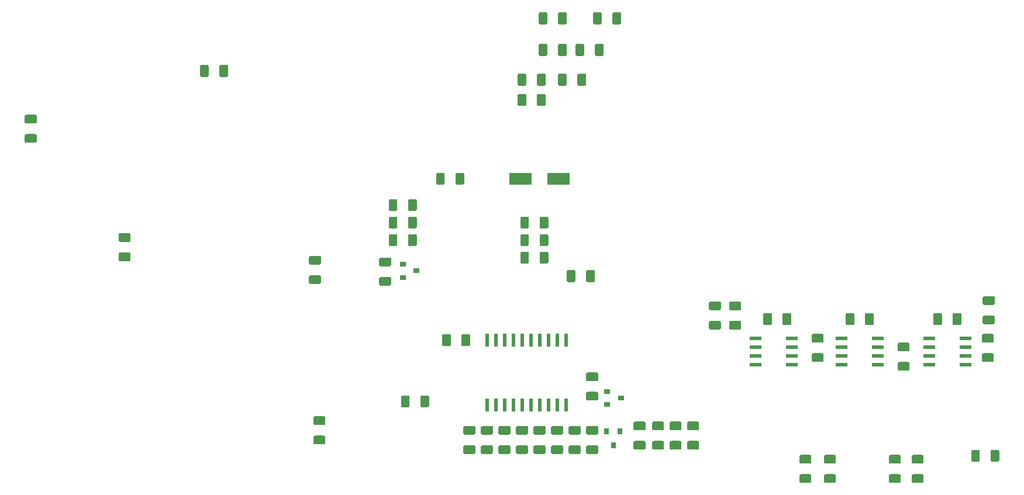
<source format=gbr>
G04 This is an RS-274x file exported by *
G04 gerbv version 2.6.1 *
G04 More information is available about gerbv at *
G04 http://gerbv.geda-project.org/ *
G04 --End of header info--*
%MOIN*%
%FSLAX34Y34*%
%IPPOS*%
G04 --Define apertures--*
%ADD10C,0.0039*%
%ADD11C,0.0492*%
%ADD12R,0.1299X0.0669*%
%ADD13R,0.0670X0.0210*%
%ADD14R,0.0354X0.0315*%
%ADD15R,0.0236X0.0768*%
%ADD16R,0.0315X0.0354*%
G04 --Start main section--*
G54D10*
G36*
G01X0087556Y-048703D02*
G01X0087565Y-048705D01*
G01X0087575Y-048707D01*
G01X0087584Y-048710D01*
G01X0087592Y-048714D01*
G01X0087601Y-048719D01*
G01X0087609Y-048725D01*
G01X0087616Y-048732D01*
G01X0087622Y-048739D01*
G01X0087628Y-048746D01*
G01X0087633Y-048755D01*
G01X0087637Y-048764D01*
G01X0087640Y-048773D01*
G01X0087643Y-048782D01*
G01X0087644Y-048792D01*
G01X0087644Y-048801D01*
G01X0087644Y-049096D01*
G01X0087644Y-049106D01*
G01X0087643Y-049116D01*
G01X0087640Y-049125D01*
G01X0087637Y-049134D01*
G01X0087633Y-049143D01*
G01X0087628Y-049151D01*
G01X0087622Y-049159D01*
G01X0087616Y-049166D01*
G01X0087609Y-049173D01*
G01X0087601Y-049178D01*
G01X0087592Y-049183D01*
G01X0087584Y-049187D01*
G01X0087575Y-049191D01*
G01X0087565Y-049193D01*
G01X0087556Y-049194D01*
G01X0087546Y-049195D01*
G01X0087054Y-049195D01*
G01X0087044Y-049194D01*
G01X0087035Y-049193D01*
G01X0087025Y-049191D01*
G01X0087016Y-049187D01*
G01X0087008Y-049183D01*
G01X0086999Y-049178D01*
G01X0086991Y-049173D01*
G01X0086984Y-049166D01*
G01X0086978Y-049159D01*
G01X0086972Y-049151D01*
G01X0086967Y-049143D01*
G01X0086963Y-049134D01*
G01X0086960Y-049125D01*
G01X0086957Y-049116D01*
G01X0086956Y-049106D01*
G01X0086956Y-049096D01*
G01X0086956Y-048801D01*
G01X0086956Y-048792D01*
G01X0086957Y-048782D01*
G01X0086960Y-048773D01*
G01X0086963Y-048764D01*
G01X0086967Y-048755D01*
G01X0086972Y-048746D01*
G01X0086978Y-048739D01*
G01X0086984Y-048732D01*
G01X0086991Y-048725D01*
G01X0086999Y-048719D01*
G01X0087008Y-048714D01*
G01X0087016Y-048710D01*
G01X0087025Y-048707D01*
G01X0087035Y-048705D01*
G01X0087044Y-048703D01*
G01X0087054Y-048703D01*
G01X0087546Y-048703D01*
G01X0087556Y-048703D01*
G01X0087556Y-048703D01*
G37*
G54D11*
G01X0087300Y-048949D03*
G54D10*
G36*
G01X0087556Y-049806D02*
G01X0087565Y-049807D01*
G01X0087575Y-049809D01*
G01X0087584Y-049813D01*
G01X0087592Y-049817D01*
G01X0087601Y-049822D01*
G01X0087609Y-049827D01*
G01X0087616Y-049834D01*
G01X0087622Y-049841D01*
G01X0087628Y-049849D01*
G01X0087633Y-049857D01*
G01X0087637Y-049866D01*
G01X0087640Y-049875D01*
G01X0087643Y-049884D01*
G01X0087644Y-049894D01*
G01X0087644Y-049904D01*
G01X0087644Y-050199D01*
G01X0087644Y-050208D01*
G01X0087643Y-050218D01*
G01X0087640Y-050227D01*
G01X0087637Y-050236D01*
G01X0087633Y-050245D01*
G01X0087628Y-050254D01*
G01X0087622Y-050261D01*
G01X0087616Y-050268D01*
G01X0087609Y-050275D01*
G01X0087601Y-050281D01*
G01X0087592Y-050286D01*
G01X0087584Y-050290D01*
G01X0087575Y-050293D01*
G01X0087565Y-050295D01*
G01X0087556Y-050297D01*
G01X0087546Y-050297D01*
G01X0087054Y-050297D01*
G01X0087044Y-050297D01*
G01X0087035Y-050295D01*
G01X0087025Y-050293D01*
G01X0087016Y-050290D01*
G01X0087008Y-050286D01*
G01X0086999Y-050281D01*
G01X0086991Y-050275D01*
G01X0086984Y-050268D01*
G01X0086978Y-050261D01*
G01X0086972Y-050254D01*
G01X0086967Y-050245D01*
G01X0086963Y-050236D01*
G01X0086960Y-050227D01*
G01X0086957Y-050218D01*
G01X0086956Y-050208D01*
G01X0086956Y-050199D01*
G01X0086956Y-049904D01*
G01X0086956Y-049894D01*
G01X0086957Y-049884D01*
G01X0086960Y-049875D01*
G01X0086963Y-049866D01*
G01X0086967Y-049857D01*
G01X0086972Y-049849D01*
G01X0086978Y-049841D01*
G01X0086984Y-049834D01*
G01X0086991Y-049827D01*
G01X0086999Y-049822D01*
G01X0087008Y-049817D01*
G01X0087016Y-049813D01*
G01X0087025Y-049809D01*
G01X0087035Y-049807D01*
G01X0087044Y-049806D01*
G01X0087054Y-049805D01*
G01X0087546Y-049805D01*
G01X0087556Y-049806D01*
G01X0087556Y-049806D01*
G37*
G54D11*
G01X0087300Y-050051D03*
G54D10*
G36*
G01X0082756Y-049203D02*
G01X0082765Y-049205D01*
G01X0082775Y-049207D01*
G01X0082784Y-049210D01*
G01X0082792Y-049214D01*
G01X0082801Y-049219D01*
G01X0082809Y-049225D01*
G01X0082816Y-049232D01*
G01X0082822Y-049239D01*
G01X0082828Y-049246D01*
G01X0082833Y-049255D01*
G01X0082837Y-049264D01*
G01X0082840Y-049273D01*
G01X0082843Y-049282D01*
G01X0082844Y-049292D01*
G01X0082844Y-049301D01*
G01X0082844Y-049596D01*
G01X0082844Y-049606D01*
G01X0082843Y-049616D01*
G01X0082840Y-049625D01*
G01X0082837Y-049634D01*
G01X0082833Y-049643D01*
G01X0082828Y-049651D01*
G01X0082822Y-049659D01*
G01X0082816Y-049666D01*
G01X0082809Y-049673D01*
G01X0082801Y-049678D01*
G01X0082792Y-049683D01*
G01X0082784Y-049687D01*
G01X0082775Y-049691D01*
G01X0082765Y-049693D01*
G01X0082756Y-049694D01*
G01X0082746Y-049695D01*
G01X0082254Y-049695D01*
G01X0082244Y-049694D01*
G01X0082235Y-049693D01*
G01X0082225Y-049691D01*
G01X0082216Y-049687D01*
G01X0082208Y-049683D01*
G01X0082199Y-049678D01*
G01X0082191Y-049673D01*
G01X0082184Y-049666D01*
G01X0082178Y-049659D01*
G01X0082172Y-049651D01*
G01X0082167Y-049643D01*
G01X0082163Y-049634D01*
G01X0082160Y-049625D01*
G01X0082157Y-049616D01*
G01X0082156Y-049606D01*
G01X0082156Y-049596D01*
G01X0082156Y-049301D01*
G01X0082156Y-049292D01*
G01X0082157Y-049282D01*
G01X0082160Y-049273D01*
G01X0082163Y-049264D01*
G01X0082167Y-049255D01*
G01X0082172Y-049246D01*
G01X0082178Y-049239D01*
G01X0082184Y-049232D01*
G01X0082191Y-049225D01*
G01X0082199Y-049219D01*
G01X0082208Y-049214D01*
G01X0082216Y-049210D01*
G01X0082225Y-049207D01*
G01X0082235Y-049205D01*
G01X0082244Y-049203D01*
G01X0082254Y-049203D01*
G01X0082746Y-049203D01*
G01X0082756Y-049203D01*
G01X0082756Y-049203D01*
G37*
G54D11*
G01X0082500Y-049449D03*
G54D10*
G36*
G01X0082756Y-050306D02*
G01X0082765Y-050307D01*
G01X0082775Y-050309D01*
G01X0082784Y-050313D01*
G01X0082792Y-050317D01*
G01X0082801Y-050322D01*
G01X0082809Y-050327D01*
G01X0082816Y-050334D01*
G01X0082822Y-050341D01*
G01X0082828Y-050349D01*
G01X0082833Y-050357D01*
G01X0082837Y-050366D01*
G01X0082840Y-050375D01*
G01X0082843Y-050384D01*
G01X0082844Y-050394D01*
G01X0082844Y-050404D01*
G01X0082844Y-050699D01*
G01X0082844Y-050708D01*
G01X0082843Y-050718D01*
G01X0082840Y-050727D01*
G01X0082837Y-050736D01*
G01X0082833Y-050745D01*
G01X0082828Y-050754D01*
G01X0082822Y-050761D01*
G01X0082816Y-050768D01*
G01X0082809Y-050775D01*
G01X0082801Y-050781D01*
G01X0082792Y-050786D01*
G01X0082784Y-050790D01*
G01X0082775Y-050793D01*
G01X0082765Y-050795D01*
G01X0082756Y-050797D01*
G01X0082746Y-050797D01*
G01X0082254Y-050797D01*
G01X0082244Y-050797D01*
G01X0082235Y-050795D01*
G01X0082225Y-050793D01*
G01X0082216Y-050790D01*
G01X0082208Y-050786D01*
G01X0082199Y-050781D01*
G01X0082191Y-050775D01*
G01X0082184Y-050768D01*
G01X0082178Y-050761D01*
G01X0082172Y-050754D01*
G01X0082167Y-050745D01*
G01X0082163Y-050736D01*
G01X0082160Y-050727D01*
G01X0082157Y-050718D01*
G01X0082156Y-050708D01*
G01X0082156Y-050699D01*
G01X0082156Y-050404D01*
G01X0082156Y-050394D01*
G01X0082157Y-050384D01*
G01X0082160Y-050375D01*
G01X0082163Y-050366D01*
G01X0082167Y-050357D01*
G01X0082172Y-050349D01*
G01X0082178Y-050341D01*
G01X0082184Y-050334D01*
G01X0082191Y-050327D01*
G01X0082199Y-050322D01*
G01X0082208Y-050317D01*
G01X0082216Y-050313D01*
G01X0082225Y-050309D01*
G01X0082235Y-050307D01*
G01X0082244Y-050306D01*
G01X0082254Y-050305D01*
G01X0082746Y-050305D01*
G01X0082756Y-050306D01*
G01X0082756Y-050306D01*
G37*
G54D11*
G01X0082500Y-050551D03*
G54D10*
G36*
G01X0033006Y-036203D02*
G01X0033015Y-036205D01*
G01X0033025Y-036207D01*
G01X0033034Y-036210D01*
G01X0033042Y-036214D01*
G01X0033051Y-036219D01*
G01X0033059Y-036225D01*
G01X0033066Y-036232D01*
G01X0033072Y-036239D01*
G01X0033078Y-036246D01*
G01X0033083Y-036255D01*
G01X0033087Y-036264D01*
G01X0033090Y-036273D01*
G01X0033093Y-036282D01*
G01X0033094Y-036292D01*
G01X0033094Y-036301D01*
G01X0033094Y-036596D01*
G01X0033094Y-036606D01*
G01X0033093Y-036616D01*
G01X0033090Y-036625D01*
G01X0033087Y-036634D01*
G01X0033083Y-036643D01*
G01X0033078Y-036651D01*
G01X0033072Y-036659D01*
G01X0033066Y-036666D01*
G01X0033059Y-036673D01*
G01X0033051Y-036678D01*
G01X0033042Y-036683D01*
G01X0033034Y-036687D01*
G01X0033025Y-036691D01*
G01X0033015Y-036693D01*
G01X0033006Y-036694D01*
G01X0032996Y-036695D01*
G01X0032504Y-036695D01*
G01X0032494Y-036694D01*
G01X0032485Y-036693D01*
G01X0032475Y-036691D01*
G01X0032466Y-036687D01*
G01X0032458Y-036683D01*
G01X0032449Y-036678D01*
G01X0032441Y-036673D01*
G01X0032434Y-036666D01*
G01X0032428Y-036659D01*
G01X0032422Y-036651D01*
G01X0032417Y-036643D01*
G01X0032413Y-036634D01*
G01X0032410Y-036625D01*
G01X0032407Y-036616D01*
G01X0032406Y-036606D01*
G01X0032406Y-036596D01*
G01X0032406Y-036301D01*
G01X0032406Y-036292D01*
G01X0032407Y-036282D01*
G01X0032410Y-036273D01*
G01X0032413Y-036264D01*
G01X0032417Y-036255D01*
G01X0032422Y-036246D01*
G01X0032428Y-036239D01*
G01X0032434Y-036232D01*
G01X0032441Y-036225D01*
G01X0032449Y-036219D01*
G01X0032458Y-036214D01*
G01X0032466Y-036210D01*
G01X0032475Y-036207D01*
G01X0032485Y-036205D01*
G01X0032494Y-036203D01*
G01X0032504Y-036203D01*
G01X0032996Y-036203D01*
G01X0033006Y-036203D01*
G01X0033006Y-036203D01*
G37*
G54D11*
G01X0032750Y-036449D03*
G54D10*
G36*
G01X0033006Y-037306D02*
G01X0033015Y-037307D01*
G01X0033025Y-037309D01*
G01X0033034Y-037313D01*
G01X0033042Y-037317D01*
G01X0033051Y-037322D01*
G01X0033059Y-037327D01*
G01X0033066Y-037334D01*
G01X0033072Y-037341D01*
G01X0033078Y-037349D01*
G01X0033083Y-037357D01*
G01X0033087Y-037366D01*
G01X0033090Y-037375D01*
G01X0033093Y-037384D01*
G01X0033094Y-037394D01*
G01X0033094Y-037404D01*
G01X0033094Y-037699D01*
G01X0033094Y-037708D01*
G01X0033093Y-037718D01*
G01X0033090Y-037727D01*
G01X0033087Y-037736D01*
G01X0033083Y-037745D01*
G01X0033078Y-037754D01*
G01X0033072Y-037761D01*
G01X0033066Y-037768D01*
G01X0033059Y-037775D01*
G01X0033051Y-037781D01*
G01X0033042Y-037786D01*
G01X0033034Y-037790D01*
G01X0033025Y-037793D01*
G01X0033015Y-037795D01*
G01X0033006Y-037797D01*
G01X0032996Y-037797D01*
G01X0032504Y-037797D01*
G01X0032494Y-037797D01*
G01X0032485Y-037795D01*
G01X0032475Y-037793D01*
G01X0032466Y-037790D01*
G01X0032458Y-037786D01*
G01X0032449Y-037781D01*
G01X0032441Y-037775D01*
G01X0032434Y-037768D01*
G01X0032428Y-037761D01*
G01X0032422Y-037754D01*
G01X0032417Y-037745D01*
G01X0032413Y-037736D01*
G01X0032410Y-037727D01*
G01X0032407Y-037718D01*
G01X0032406Y-037708D01*
G01X0032406Y-037699D01*
G01X0032406Y-037404D01*
G01X0032406Y-037394D01*
G01X0032407Y-037384D01*
G01X0032410Y-037375D01*
G01X0032413Y-037366D01*
G01X0032417Y-037357D01*
G01X0032422Y-037349D01*
G01X0032428Y-037341D01*
G01X0032434Y-037334D01*
G01X0032441Y-037327D01*
G01X0032449Y-037322D01*
G01X0032458Y-037317D01*
G01X0032466Y-037313D01*
G01X0032475Y-037309D01*
G01X0032485Y-037307D01*
G01X0032494Y-037306D01*
G01X0032504Y-037305D01*
G01X0032996Y-037305D01*
G01X0033006Y-037306D01*
G01X0033006Y-037306D01*
G37*
G54D11*
G01X0032750Y-037551D03*
G54D10*
G36*
G01X0063206Y-033856D02*
G01X0063216Y-033857D01*
G01X0063225Y-033860D01*
G01X0063234Y-033863D01*
G01X0063243Y-033867D01*
G01X0063251Y-033872D01*
G01X0063259Y-033878D01*
G01X0063266Y-033884D01*
G01X0063273Y-033891D01*
G01X0063278Y-033899D01*
G01X0063283Y-033908D01*
G01X0063287Y-033916D01*
G01X0063291Y-033925D01*
G01X0063293Y-033935D01*
G01X0063294Y-033944D01*
G01X0063295Y-033954D01*
G01X0063295Y-034446D01*
G01X0063294Y-034456D01*
G01X0063293Y-034465D01*
G01X0063291Y-034475D01*
G01X0063287Y-034484D01*
G01X0063283Y-034492D01*
G01X0063278Y-034501D01*
G01X0063273Y-034509D01*
G01X0063266Y-034516D01*
G01X0063259Y-034522D01*
G01X0063251Y-034528D01*
G01X0063243Y-034533D01*
G01X0063234Y-034537D01*
G01X0063225Y-034540D01*
G01X0063216Y-034543D01*
G01X0063206Y-034544D01*
G01X0063196Y-034544D01*
G01X0062901Y-034544D01*
G01X0062892Y-034544D01*
G01X0062882Y-034543D01*
G01X0062873Y-034540D01*
G01X0062864Y-034537D01*
G01X0062855Y-034533D01*
G01X0062846Y-034528D01*
G01X0062839Y-034522D01*
G01X0062832Y-034516D01*
G01X0062825Y-034509D01*
G01X0062819Y-034501D01*
G01X0062814Y-034492D01*
G01X0062810Y-034484D01*
G01X0062807Y-034475D01*
G01X0062805Y-034465D01*
G01X0062803Y-034456D01*
G01X0062803Y-034446D01*
G01X0062803Y-033954D01*
G01X0062803Y-033944D01*
G01X0062805Y-033935D01*
G01X0062807Y-033925D01*
G01X0062810Y-033916D01*
G01X0062814Y-033908D01*
G01X0062819Y-033899D01*
G01X0062825Y-033891D01*
G01X0062832Y-033884D01*
G01X0062839Y-033878D01*
G01X0062846Y-033872D01*
G01X0062855Y-033867D01*
G01X0062864Y-033863D01*
G01X0062873Y-033860D01*
G01X0062882Y-033857D01*
G01X0062892Y-033856D01*
G01X0062901Y-033856D01*
G01X0063196Y-033856D01*
G01X0063206Y-033856D01*
G01X0063206Y-033856D01*
G37*
G54D11*
G01X0063049Y-034200D03*
G54D10*
G36*
G01X0064308Y-033856D02*
G01X0064318Y-033857D01*
G01X0064327Y-033860D01*
G01X0064336Y-033863D01*
G01X0064345Y-033867D01*
G01X0064354Y-033872D01*
G01X0064361Y-033878D01*
G01X0064368Y-033884D01*
G01X0064375Y-033891D01*
G01X0064381Y-033899D01*
G01X0064386Y-033908D01*
G01X0064390Y-033916D01*
G01X0064393Y-033925D01*
G01X0064395Y-033935D01*
G01X0064397Y-033944D01*
G01X0064397Y-033954D01*
G01X0064397Y-034446D01*
G01X0064397Y-034456D01*
G01X0064395Y-034465D01*
G01X0064393Y-034475D01*
G01X0064390Y-034484D01*
G01X0064386Y-034492D01*
G01X0064381Y-034501D01*
G01X0064375Y-034509D01*
G01X0064368Y-034516D01*
G01X0064361Y-034522D01*
G01X0064354Y-034528D01*
G01X0064345Y-034533D01*
G01X0064336Y-034537D01*
G01X0064327Y-034540D01*
G01X0064318Y-034543D01*
G01X0064308Y-034544D01*
G01X0064299Y-034544D01*
G01X0064004Y-034544D01*
G01X0063994Y-034544D01*
G01X0063984Y-034543D01*
G01X0063975Y-034540D01*
G01X0063966Y-034537D01*
G01X0063957Y-034533D01*
G01X0063949Y-034528D01*
G01X0063941Y-034522D01*
G01X0063934Y-034516D01*
G01X0063927Y-034509D01*
G01X0063922Y-034501D01*
G01X0063917Y-034492D01*
G01X0063913Y-034484D01*
G01X0063909Y-034475D01*
G01X0063907Y-034465D01*
G01X0063906Y-034456D01*
G01X0063905Y-034446D01*
G01X0063905Y-033954D01*
G01X0063906Y-033944D01*
G01X0063907Y-033935D01*
G01X0063909Y-033925D01*
G01X0063913Y-033916D01*
G01X0063917Y-033908D01*
G01X0063922Y-033899D01*
G01X0063927Y-033891D01*
G01X0063934Y-033884D01*
G01X0063941Y-033878D01*
G01X0063949Y-033872D01*
G01X0063957Y-033867D01*
G01X0063966Y-033863D01*
G01X0063975Y-033860D01*
G01X0063984Y-033857D01*
G01X0063994Y-033856D01*
G01X0064004Y-033856D01*
G01X0064299Y-033856D01*
G01X0064308Y-033856D01*
G01X0064308Y-033856D01*
G37*
G54D11*
G01X0064151Y-034200D03*
G54D10*
G36*
G01X0065206Y-030356D02*
G01X0065216Y-030357D01*
G01X0065225Y-030360D01*
G01X0065234Y-030363D01*
G01X0065243Y-030367D01*
G01X0065251Y-030372D01*
G01X0065259Y-030378D01*
G01X0065266Y-030384D01*
G01X0065273Y-030391D01*
G01X0065278Y-030399D01*
G01X0065283Y-030408D01*
G01X0065287Y-030416D01*
G01X0065291Y-030425D01*
G01X0065293Y-030435D01*
G01X0065294Y-030444D01*
G01X0065295Y-030454D01*
G01X0065295Y-030946D01*
G01X0065294Y-030956D01*
G01X0065293Y-030965D01*
G01X0065291Y-030975D01*
G01X0065287Y-030984D01*
G01X0065283Y-030992D01*
G01X0065278Y-031001D01*
G01X0065273Y-031009D01*
G01X0065266Y-031016D01*
G01X0065259Y-031022D01*
G01X0065251Y-031028D01*
G01X0065243Y-031033D01*
G01X0065234Y-031037D01*
G01X0065225Y-031040D01*
G01X0065216Y-031043D01*
G01X0065206Y-031044D01*
G01X0065196Y-031044D01*
G01X0064901Y-031044D01*
G01X0064892Y-031044D01*
G01X0064882Y-031043D01*
G01X0064873Y-031040D01*
G01X0064864Y-031037D01*
G01X0064855Y-031033D01*
G01X0064846Y-031028D01*
G01X0064839Y-031022D01*
G01X0064832Y-031016D01*
G01X0064825Y-031009D01*
G01X0064819Y-031001D01*
G01X0064814Y-030992D01*
G01X0064810Y-030984D01*
G01X0064807Y-030975D01*
G01X0064805Y-030965D01*
G01X0064803Y-030956D01*
G01X0064803Y-030946D01*
G01X0064803Y-030454D01*
G01X0064803Y-030444D01*
G01X0064805Y-030435D01*
G01X0064807Y-030425D01*
G01X0064810Y-030416D01*
G01X0064814Y-030408D01*
G01X0064819Y-030399D01*
G01X0064825Y-030391D01*
G01X0064832Y-030384D01*
G01X0064839Y-030378D01*
G01X0064846Y-030372D01*
G01X0064855Y-030367D01*
G01X0064864Y-030363D01*
G01X0064873Y-030360D01*
G01X0064882Y-030357D01*
G01X0064892Y-030356D01*
G01X0064901Y-030356D01*
G01X0065196Y-030356D01*
G01X0065206Y-030356D01*
G01X0065206Y-030356D01*
G37*
G54D11*
G01X0065049Y-030700D03*
G54D10*
G36*
G01X0066308Y-030356D02*
G01X0066318Y-030357D01*
G01X0066327Y-030360D01*
G01X0066336Y-030363D01*
G01X0066345Y-030367D01*
G01X0066354Y-030372D01*
G01X0066361Y-030378D01*
G01X0066368Y-030384D01*
G01X0066375Y-030391D01*
G01X0066381Y-030399D01*
G01X0066386Y-030408D01*
G01X0066390Y-030416D01*
G01X0066393Y-030425D01*
G01X0066395Y-030435D01*
G01X0066397Y-030444D01*
G01X0066397Y-030454D01*
G01X0066397Y-030946D01*
G01X0066397Y-030956D01*
G01X0066395Y-030965D01*
G01X0066393Y-030975D01*
G01X0066390Y-030984D01*
G01X0066386Y-030992D01*
G01X0066381Y-031001D01*
G01X0066375Y-031009D01*
G01X0066368Y-031016D01*
G01X0066361Y-031022D01*
G01X0066354Y-031028D01*
G01X0066345Y-031033D01*
G01X0066336Y-031037D01*
G01X0066327Y-031040D01*
G01X0066318Y-031043D01*
G01X0066308Y-031044D01*
G01X0066299Y-031044D01*
G01X0066004Y-031044D01*
G01X0065994Y-031044D01*
G01X0065984Y-031043D01*
G01X0065975Y-031040D01*
G01X0065966Y-031037D01*
G01X0065957Y-031033D01*
G01X0065949Y-031028D01*
G01X0065941Y-031022D01*
G01X0065934Y-031016D01*
G01X0065927Y-031009D01*
G01X0065922Y-031001D01*
G01X0065917Y-030992D01*
G01X0065913Y-030984D01*
G01X0065909Y-030975D01*
G01X0065907Y-030965D01*
G01X0065906Y-030956D01*
G01X0065905Y-030946D01*
G01X0065905Y-030454D01*
G01X0065906Y-030444D01*
G01X0065907Y-030435D01*
G01X0065909Y-030425D01*
G01X0065913Y-030416D01*
G01X0065917Y-030408D01*
G01X0065922Y-030399D01*
G01X0065927Y-030391D01*
G01X0065934Y-030384D01*
G01X0065941Y-030378D01*
G01X0065949Y-030372D01*
G01X0065957Y-030367D01*
G01X0065966Y-030363D01*
G01X0065975Y-030360D01*
G01X0065984Y-030357D01*
G01X0065994Y-030356D01*
G01X0066004Y-030356D01*
G01X0066299Y-030356D01*
G01X0066308Y-030356D01*
G01X0066308Y-030356D01*
G37*
G54D11*
G01X0066151Y-030700D03*
G54D10*
G36*
G01X0065308Y-032156D02*
G01X0065318Y-032157D01*
G01X0065327Y-032160D01*
G01X0065336Y-032163D01*
G01X0065345Y-032167D01*
G01X0065354Y-032172D01*
G01X0065361Y-032178D01*
G01X0065368Y-032184D01*
G01X0065375Y-032191D01*
G01X0065381Y-032199D01*
G01X0065386Y-032208D01*
G01X0065390Y-032216D01*
G01X0065393Y-032225D01*
G01X0065395Y-032235D01*
G01X0065397Y-032244D01*
G01X0065397Y-032254D01*
G01X0065397Y-032746D01*
G01X0065397Y-032756D01*
G01X0065395Y-032765D01*
G01X0065393Y-032775D01*
G01X0065390Y-032784D01*
G01X0065386Y-032792D01*
G01X0065381Y-032801D01*
G01X0065375Y-032809D01*
G01X0065368Y-032816D01*
G01X0065361Y-032822D01*
G01X0065354Y-032828D01*
G01X0065345Y-032833D01*
G01X0065336Y-032837D01*
G01X0065327Y-032840D01*
G01X0065318Y-032843D01*
G01X0065308Y-032844D01*
G01X0065299Y-032844D01*
G01X0065004Y-032844D01*
G01X0064994Y-032844D01*
G01X0064984Y-032843D01*
G01X0064975Y-032840D01*
G01X0064966Y-032837D01*
G01X0064957Y-032833D01*
G01X0064949Y-032828D01*
G01X0064941Y-032822D01*
G01X0064934Y-032816D01*
G01X0064927Y-032809D01*
G01X0064922Y-032801D01*
G01X0064917Y-032792D01*
G01X0064913Y-032784D01*
G01X0064909Y-032775D01*
G01X0064907Y-032765D01*
G01X0064906Y-032756D01*
G01X0064905Y-032746D01*
G01X0064905Y-032254D01*
G01X0064906Y-032244D01*
G01X0064907Y-032235D01*
G01X0064909Y-032225D01*
G01X0064913Y-032216D01*
G01X0064917Y-032208D01*
G01X0064922Y-032199D01*
G01X0064927Y-032191D01*
G01X0064934Y-032184D01*
G01X0064941Y-032178D01*
G01X0064949Y-032172D01*
G01X0064957Y-032167D01*
G01X0064966Y-032163D01*
G01X0064975Y-032160D01*
G01X0064984Y-032157D01*
G01X0064994Y-032156D01*
G01X0065004Y-032156D01*
G01X0065299Y-032156D01*
G01X0065308Y-032156D01*
G01X0065308Y-032156D01*
G37*
G54D11*
G01X0065151Y-032500D03*
G54D10*
G36*
G01X0064206Y-032156D02*
G01X0064216Y-032157D01*
G01X0064225Y-032160D01*
G01X0064234Y-032163D01*
G01X0064243Y-032167D01*
G01X0064251Y-032172D01*
G01X0064259Y-032178D01*
G01X0064266Y-032184D01*
G01X0064273Y-032191D01*
G01X0064278Y-032199D01*
G01X0064283Y-032208D01*
G01X0064287Y-032216D01*
G01X0064291Y-032225D01*
G01X0064293Y-032235D01*
G01X0064294Y-032244D01*
G01X0064295Y-032254D01*
G01X0064295Y-032746D01*
G01X0064294Y-032756D01*
G01X0064293Y-032765D01*
G01X0064291Y-032775D01*
G01X0064287Y-032784D01*
G01X0064283Y-032792D01*
G01X0064278Y-032801D01*
G01X0064273Y-032809D01*
G01X0064266Y-032816D01*
G01X0064259Y-032822D01*
G01X0064251Y-032828D01*
G01X0064243Y-032833D01*
G01X0064234Y-032837D01*
G01X0064225Y-032840D01*
G01X0064216Y-032843D01*
G01X0064206Y-032844D01*
G01X0064196Y-032844D01*
G01X0063901Y-032844D01*
G01X0063892Y-032844D01*
G01X0063882Y-032843D01*
G01X0063873Y-032840D01*
G01X0063864Y-032837D01*
G01X0063855Y-032833D01*
G01X0063846Y-032828D01*
G01X0063839Y-032822D01*
G01X0063832Y-032816D01*
G01X0063825Y-032809D01*
G01X0063819Y-032801D01*
G01X0063814Y-032792D01*
G01X0063810Y-032784D01*
G01X0063807Y-032775D01*
G01X0063805Y-032765D01*
G01X0063803Y-032756D01*
G01X0063803Y-032746D01*
G01X0063803Y-032254D01*
G01X0063803Y-032244D01*
G01X0063805Y-032235D01*
G01X0063807Y-032225D01*
G01X0063810Y-032216D01*
G01X0063814Y-032208D01*
G01X0063819Y-032199D01*
G01X0063825Y-032191D01*
G01X0063832Y-032184D01*
G01X0063839Y-032178D01*
G01X0063846Y-032172D01*
G01X0063855Y-032167D01*
G01X0063864Y-032163D01*
G01X0063873Y-032160D01*
G01X0063882Y-032157D01*
G01X0063892Y-032156D01*
G01X0063901Y-032156D01*
G01X0064196Y-032156D01*
G01X0064206Y-032156D01*
G01X0064206Y-032156D01*
G37*
G54D11*
G01X0064049Y-032500D03*
G54D10*
G36*
G01X0078556Y-056706D02*
G01X0078565Y-056707D01*
G01X0078575Y-056709D01*
G01X0078584Y-056713D01*
G01X0078592Y-056717D01*
G01X0078601Y-056722D01*
G01X0078609Y-056727D01*
G01X0078616Y-056734D01*
G01X0078622Y-056741D01*
G01X0078628Y-056749D01*
G01X0078633Y-056757D01*
G01X0078637Y-056766D01*
G01X0078640Y-056775D01*
G01X0078643Y-056784D01*
G01X0078644Y-056794D01*
G01X0078644Y-056804D01*
G01X0078644Y-057099D01*
G01X0078644Y-057108D01*
G01X0078643Y-057118D01*
G01X0078640Y-057127D01*
G01X0078637Y-057136D01*
G01X0078633Y-057145D01*
G01X0078628Y-057154D01*
G01X0078622Y-057161D01*
G01X0078616Y-057168D01*
G01X0078609Y-057175D01*
G01X0078601Y-057181D01*
G01X0078592Y-057186D01*
G01X0078584Y-057190D01*
G01X0078575Y-057193D01*
G01X0078565Y-057195D01*
G01X0078556Y-057197D01*
G01X0078546Y-057197D01*
G01X0078054Y-057197D01*
G01X0078044Y-057197D01*
G01X0078035Y-057195D01*
G01X0078025Y-057193D01*
G01X0078016Y-057190D01*
G01X0078008Y-057186D01*
G01X0077999Y-057181D01*
G01X0077991Y-057175D01*
G01X0077984Y-057168D01*
G01X0077978Y-057161D01*
G01X0077972Y-057154D01*
G01X0077967Y-057145D01*
G01X0077963Y-057136D01*
G01X0077960Y-057127D01*
G01X0077957Y-057118D01*
G01X0077956Y-057108D01*
G01X0077956Y-057099D01*
G01X0077956Y-056804D01*
G01X0077956Y-056794D01*
G01X0077957Y-056784D01*
G01X0077960Y-056775D01*
G01X0077963Y-056766D01*
G01X0077967Y-056757D01*
G01X0077972Y-056749D01*
G01X0077978Y-056741D01*
G01X0077984Y-056734D01*
G01X0077991Y-056727D01*
G01X0077999Y-056722D01*
G01X0078008Y-056717D01*
G01X0078016Y-056713D01*
G01X0078025Y-056709D01*
G01X0078035Y-056707D01*
G01X0078044Y-056706D01*
G01X0078054Y-056705D01*
G01X0078546Y-056705D01*
G01X0078556Y-056706D01*
G01X0078556Y-056706D01*
G37*
G54D11*
G01X0078300Y-056951D03*
G54D10*
G36*
G01X0078556Y-055603D02*
G01X0078565Y-055605D01*
G01X0078575Y-055607D01*
G01X0078584Y-055610D01*
G01X0078592Y-055614D01*
G01X0078601Y-055619D01*
G01X0078609Y-055625D01*
G01X0078616Y-055632D01*
G01X0078622Y-055639D01*
G01X0078628Y-055646D01*
G01X0078633Y-055655D01*
G01X0078637Y-055664D01*
G01X0078640Y-055673D01*
G01X0078643Y-055682D01*
G01X0078644Y-055692D01*
G01X0078644Y-055701D01*
G01X0078644Y-055996D01*
G01X0078644Y-056006D01*
G01X0078643Y-056016D01*
G01X0078640Y-056025D01*
G01X0078637Y-056034D01*
G01X0078633Y-056043D01*
G01X0078628Y-056051D01*
G01X0078622Y-056059D01*
G01X0078616Y-056066D01*
G01X0078609Y-056073D01*
G01X0078601Y-056078D01*
G01X0078592Y-056083D01*
G01X0078584Y-056087D01*
G01X0078575Y-056091D01*
G01X0078565Y-056093D01*
G01X0078556Y-056094D01*
G01X0078546Y-056095D01*
G01X0078054Y-056095D01*
G01X0078044Y-056094D01*
G01X0078035Y-056093D01*
G01X0078025Y-056091D01*
G01X0078016Y-056087D01*
G01X0078008Y-056083D01*
G01X0077999Y-056078D01*
G01X0077991Y-056073D01*
G01X0077984Y-056066D01*
G01X0077978Y-056059D01*
G01X0077972Y-056051D01*
G01X0077967Y-056043D01*
G01X0077963Y-056034D01*
G01X0077960Y-056025D01*
G01X0077957Y-056016D01*
G01X0077956Y-056006D01*
G01X0077956Y-055996D01*
G01X0077956Y-055701D01*
G01X0077956Y-055692D01*
G01X0077957Y-055682D01*
G01X0077960Y-055673D01*
G01X0077963Y-055664D01*
G01X0077967Y-055655D01*
G01X0077972Y-055646D01*
G01X0077978Y-055639D01*
G01X0077984Y-055632D01*
G01X0077991Y-055625D01*
G01X0077999Y-055619D01*
G01X0078008Y-055614D01*
G01X0078016Y-055610D01*
G01X0078025Y-055607D01*
G01X0078035Y-055605D01*
G01X0078044Y-055603D01*
G01X0078054Y-055603D01*
G01X0078546Y-055603D01*
G01X0078556Y-055603D01*
G01X0078556Y-055603D01*
G37*
G54D11*
G01X0078300Y-055849D03*
G54D10*
G36*
G01X0086756Y-055306D02*
G01X0086766Y-055307D01*
G01X0086775Y-055310D01*
G01X0086784Y-055313D01*
G01X0086793Y-055317D01*
G01X0086801Y-055322D01*
G01X0086809Y-055328D01*
G01X0086816Y-055334D01*
G01X0086823Y-055341D01*
G01X0086828Y-055349D01*
G01X0086833Y-055358D01*
G01X0086837Y-055366D01*
G01X0086841Y-055375D01*
G01X0086843Y-055385D01*
G01X0086844Y-055394D01*
G01X0086845Y-055404D01*
G01X0086845Y-055896D01*
G01X0086844Y-055906D01*
G01X0086843Y-055915D01*
G01X0086841Y-055925D01*
G01X0086837Y-055934D01*
G01X0086833Y-055942D01*
G01X0086828Y-055951D01*
G01X0086823Y-055959D01*
G01X0086816Y-055966D01*
G01X0086809Y-055972D01*
G01X0086801Y-055978D01*
G01X0086793Y-055983D01*
G01X0086784Y-055987D01*
G01X0086775Y-055990D01*
G01X0086766Y-055993D01*
G01X0086756Y-055994D01*
G01X0086746Y-055994D01*
G01X0086451Y-055994D01*
G01X0086442Y-055994D01*
G01X0086432Y-055993D01*
G01X0086423Y-055990D01*
G01X0086414Y-055987D01*
G01X0086405Y-055983D01*
G01X0086396Y-055978D01*
G01X0086389Y-055972D01*
G01X0086382Y-055966D01*
G01X0086375Y-055959D01*
G01X0086369Y-055951D01*
G01X0086364Y-055942D01*
G01X0086360Y-055934D01*
G01X0086357Y-055925D01*
G01X0086355Y-055915D01*
G01X0086353Y-055906D01*
G01X0086353Y-055896D01*
G01X0086353Y-055404D01*
G01X0086353Y-055394D01*
G01X0086355Y-055385D01*
G01X0086357Y-055375D01*
G01X0086360Y-055366D01*
G01X0086364Y-055358D01*
G01X0086369Y-055349D01*
G01X0086375Y-055341D01*
G01X0086382Y-055334D01*
G01X0086389Y-055328D01*
G01X0086396Y-055322D01*
G01X0086405Y-055317D01*
G01X0086414Y-055313D01*
G01X0086423Y-055310D01*
G01X0086432Y-055307D01*
G01X0086442Y-055306D01*
G01X0086451Y-055306D01*
G01X0086746Y-055306D01*
G01X0086756Y-055306D01*
G01X0086756Y-055306D01*
G37*
G54D11*
G01X0086599Y-055650D03*
G54D10*
G36*
G01X0087858Y-055306D02*
G01X0087868Y-055307D01*
G01X0087877Y-055310D01*
G01X0087886Y-055313D01*
G01X0087895Y-055317D01*
G01X0087904Y-055322D01*
G01X0087911Y-055328D01*
G01X0087918Y-055334D01*
G01X0087925Y-055341D01*
G01X0087931Y-055349D01*
G01X0087936Y-055358D01*
G01X0087940Y-055366D01*
G01X0087943Y-055375D01*
G01X0087945Y-055385D01*
G01X0087947Y-055394D01*
G01X0087947Y-055404D01*
G01X0087947Y-055896D01*
G01X0087947Y-055906D01*
G01X0087945Y-055915D01*
G01X0087943Y-055925D01*
G01X0087940Y-055934D01*
G01X0087936Y-055942D01*
G01X0087931Y-055951D01*
G01X0087925Y-055959D01*
G01X0087918Y-055966D01*
G01X0087911Y-055972D01*
G01X0087904Y-055978D01*
G01X0087895Y-055983D01*
G01X0087886Y-055987D01*
G01X0087877Y-055990D01*
G01X0087868Y-055993D01*
G01X0087858Y-055994D01*
G01X0087849Y-055994D01*
G01X0087554Y-055994D01*
G01X0087544Y-055994D01*
G01X0087534Y-055993D01*
G01X0087525Y-055990D01*
G01X0087516Y-055987D01*
G01X0087507Y-055983D01*
G01X0087499Y-055978D01*
G01X0087491Y-055972D01*
G01X0087484Y-055966D01*
G01X0087477Y-055959D01*
G01X0087472Y-055951D01*
G01X0087467Y-055942D01*
G01X0087463Y-055934D01*
G01X0087459Y-055925D01*
G01X0087457Y-055915D01*
G01X0087456Y-055906D01*
G01X0087455Y-055896D01*
G01X0087455Y-055404D01*
G01X0087456Y-055394D01*
G01X0087457Y-055385D01*
G01X0087459Y-055375D01*
G01X0087463Y-055366D01*
G01X0087467Y-055358D01*
G01X0087472Y-055349D01*
G01X0087477Y-055341D01*
G01X0087484Y-055334D01*
G01X0087491Y-055328D01*
G01X0087499Y-055322D01*
G01X0087507Y-055317D01*
G01X0087516Y-055313D01*
G01X0087525Y-055310D01*
G01X0087534Y-055307D01*
G01X0087544Y-055306D01*
G01X0087554Y-055306D01*
G01X0087849Y-055306D01*
G01X0087858Y-055306D01*
G01X0087858Y-055306D01*
G37*
G54D11*
G01X0087701Y-055650D03*
G54D10*
G36*
G01X0083556Y-056706D02*
G01X0083565Y-056707D01*
G01X0083575Y-056709D01*
G01X0083584Y-056713D01*
G01X0083592Y-056717D01*
G01X0083601Y-056722D01*
G01X0083609Y-056727D01*
G01X0083616Y-056734D01*
G01X0083622Y-056741D01*
G01X0083628Y-056749D01*
G01X0083633Y-056757D01*
G01X0083637Y-056766D01*
G01X0083640Y-056775D01*
G01X0083643Y-056784D01*
G01X0083644Y-056794D01*
G01X0083644Y-056804D01*
G01X0083644Y-057099D01*
G01X0083644Y-057108D01*
G01X0083643Y-057118D01*
G01X0083640Y-057127D01*
G01X0083637Y-057136D01*
G01X0083633Y-057145D01*
G01X0083628Y-057154D01*
G01X0083622Y-057161D01*
G01X0083616Y-057168D01*
G01X0083609Y-057175D01*
G01X0083601Y-057181D01*
G01X0083592Y-057186D01*
G01X0083584Y-057190D01*
G01X0083575Y-057193D01*
G01X0083565Y-057195D01*
G01X0083556Y-057197D01*
G01X0083546Y-057197D01*
G01X0083054Y-057197D01*
G01X0083044Y-057197D01*
G01X0083035Y-057195D01*
G01X0083025Y-057193D01*
G01X0083016Y-057190D01*
G01X0083008Y-057186D01*
G01X0082999Y-057181D01*
G01X0082991Y-057175D01*
G01X0082984Y-057168D01*
G01X0082978Y-057161D01*
G01X0082972Y-057154D01*
G01X0082967Y-057145D01*
G01X0082963Y-057136D01*
G01X0082960Y-057127D01*
G01X0082957Y-057118D01*
G01X0082956Y-057108D01*
G01X0082956Y-057099D01*
G01X0082956Y-056804D01*
G01X0082956Y-056794D01*
G01X0082957Y-056784D01*
G01X0082960Y-056775D01*
G01X0082963Y-056766D01*
G01X0082967Y-056757D01*
G01X0082972Y-056749D01*
G01X0082978Y-056741D01*
G01X0082984Y-056734D01*
G01X0082991Y-056727D01*
G01X0082999Y-056722D01*
G01X0083008Y-056717D01*
G01X0083016Y-056713D01*
G01X0083025Y-056709D01*
G01X0083035Y-056707D01*
G01X0083044Y-056706D01*
G01X0083054Y-056705D01*
G01X0083546Y-056705D01*
G01X0083556Y-056706D01*
G01X0083556Y-056706D01*
G37*
G54D11*
G01X0083300Y-056951D03*
G54D10*
G36*
G01X0083556Y-055603D02*
G01X0083565Y-055605D01*
G01X0083575Y-055607D01*
G01X0083584Y-055610D01*
G01X0083592Y-055614D01*
G01X0083601Y-055619D01*
G01X0083609Y-055625D01*
G01X0083616Y-055632D01*
G01X0083622Y-055639D01*
G01X0083628Y-055646D01*
G01X0083633Y-055655D01*
G01X0083637Y-055664D01*
G01X0083640Y-055673D01*
G01X0083643Y-055682D01*
G01X0083644Y-055692D01*
G01X0083644Y-055701D01*
G01X0083644Y-055996D01*
G01X0083644Y-056006D01*
G01X0083643Y-056016D01*
G01X0083640Y-056025D01*
G01X0083637Y-056034D01*
G01X0083633Y-056043D01*
G01X0083628Y-056051D01*
G01X0083622Y-056059D01*
G01X0083616Y-056066D01*
G01X0083609Y-056073D01*
G01X0083601Y-056078D01*
G01X0083592Y-056083D01*
G01X0083584Y-056087D01*
G01X0083575Y-056091D01*
G01X0083565Y-056093D01*
G01X0083556Y-056094D01*
G01X0083546Y-056095D01*
G01X0083054Y-056095D01*
G01X0083044Y-056094D01*
G01X0083035Y-056093D01*
G01X0083025Y-056091D01*
G01X0083016Y-056087D01*
G01X0083008Y-056083D01*
G01X0082999Y-056078D01*
G01X0082991Y-056073D01*
G01X0082984Y-056066D01*
G01X0082978Y-056059D01*
G01X0082972Y-056051D01*
G01X0082967Y-056043D01*
G01X0082963Y-056034D01*
G01X0082960Y-056025D01*
G01X0082957Y-056016D01*
G01X0082956Y-056006D01*
G01X0082956Y-055996D01*
G01X0082956Y-055701D01*
G01X0082956Y-055692D01*
G01X0082957Y-055682D01*
G01X0082960Y-055673D01*
G01X0082963Y-055664D01*
G01X0082967Y-055655D01*
G01X0082972Y-055646D01*
G01X0082978Y-055639D01*
G01X0082984Y-055632D01*
G01X0082991Y-055625D01*
G01X0082999Y-055619D01*
G01X0083008Y-055614D01*
G01X0083016Y-055610D01*
G01X0083025Y-055607D01*
G01X0083035Y-055605D01*
G01X0083044Y-055603D01*
G01X0083054Y-055603D01*
G01X0083546Y-055603D01*
G01X0083556Y-055603D01*
G01X0083556Y-055603D01*
G37*
G54D11*
G01X0083300Y-055849D03*
G54D10*
G36*
G01X0080708Y-047506D02*
G01X0080718Y-047507D01*
G01X0080727Y-047510D01*
G01X0080736Y-047513D01*
G01X0080745Y-047517D01*
G01X0080754Y-047522D01*
G01X0080761Y-047528D01*
G01X0080768Y-047534D01*
G01X0080775Y-047541D01*
G01X0080781Y-047549D01*
G01X0080786Y-047558D01*
G01X0080790Y-047566D01*
G01X0080793Y-047575D01*
G01X0080795Y-047585D01*
G01X0080797Y-047594D01*
G01X0080797Y-047604D01*
G01X0080797Y-048096D01*
G01X0080797Y-048106D01*
G01X0080795Y-048115D01*
G01X0080793Y-048125D01*
G01X0080790Y-048134D01*
G01X0080786Y-048142D01*
G01X0080781Y-048151D01*
G01X0080775Y-048159D01*
G01X0080768Y-048166D01*
G01X0080761Y-048172D01*
G01X0080754Y-048178D01*
G01X0080745Y-048183D01*
G01X0080736Y-048187D01*
G01X0080727Y-048190D01*
G01X0080718Y-048193D01*
G01X0080708Y-048194D01*
G01X0080699Y-048194D01*
G01X0080404Y-048194D01*
G01X0080394Y-048194D01*
G01X0080384Y-048193D01*
G01X0080375Y-048190D01*
G01X0080366Y-048187D01*
G01X0080357Y-048183D01*
G01X0080349Y-048178D01*
G01X0080341Y-048172D01*
G01X0080334Y-048166D01*
G01X0080327Y-048159D01*
G01X0080322Y-048151D01*
G01X0080317Y-048142D01*
G01X0080313Y-048134D01*
G01X0080309Y-048125D01*
G01X0080307Y-048115D01*
G01X0080306Y-048106D01*
G01X0080305Y-048096D01*
G01X0080305Y-047604D01*
G01X0080306Y-047594D01*
G01X0080307Y-047585D01*
G01X0080309Y-047575D01*
G01X0080313Y-047566D01*
G01X0080317Y-047558D01*
G01X0080322Y-047549D01*
G01X0080327Y-047541D01*
G01X0080334Y-047534D01*
G01X0080341Y-047528D01*
G01X0080349Y-047522D01*
G01X0080357Y-047517D01*
G01X0080366Y-047513D01*
G01X0080375Y-047510D01*
G01X0080384Y-047507D01*
G01X0080394Y-047506D01*
G01X0080404Y-047506D01*
G01X0080699Y-047506D01*
G01X0080708Y-047506D01*
G01X0080708Y-047506D01*
G37*
G54D11*
G01X0080551Y-047850D03*
G54D10*
G36*
G01X0079606Y-047506D02*
G01X0079616Y-047507D01*
G01X0079625Y-047510D01*
G01X0079634Y-047513D01*
G01X0079643Y-047517D01*
G01X0079651Y-047522D01*
G01X0079659Y-047528D01*
G01X0079666Y-047534D01*
G01X0079673Y-047541D01*
G01X0079678Y-047549D01*
G01X0079683Y-047558D01*
G01X0079687Y-047566D01*
G01X0079691Y-047575D01*
G01X0079693Y-047585D01*
G01X0079694Y-047594D01*
G01X0079695Y-047604D01*
G01X0079695Y-048096D01*
G01X0079694Y-048106D01*
G01X0079693Y-048115D01*
G01X0079691Y-048125D01*
G01X0079687Y-048134D01*
G01X0079683Y-048142D01*
G01X0079678Y-048151D01*
G01X0079673Y-048159D01*
G01X0079666Y-048166D01*
G01X0079659Y-048172D01*
G01X0079651Y-048178D01*
G01X0079643Y-048183D01*
G01X0079634Y-048187D01*
G01X0079625Y-048190D01*
G01X0079616Y-048193D01*
G01X0079606Y-048194D01*
G01X0079596Y-048194D01*
G01X0079301Y-048194D01*
G01X0079292Y-048194D01*
G01X0079282Y-048193D01*
G01X0079273Y-048190D01*
G01X0079264Y-048187D01*
G01X0079255Y-048183D01*
G01X0079246Y-048178D01*
G01X0079239Y-048172D01*
G01X0079232Y-048166D01*
G01X0079225Y-048159D01*
G01X0079219Y-048151D01*
G01X0079214Y-048142D01*
G01X0079210Y-048134D01*
G01X0079207Y-048125D01*
G01X0079205Y-048115D01*
G01X0079203Y-048106D01*
G01X0079203Y-048096D01*
G01X0079203Y-047604D01*
G01X0079203Y-047594D01*
G01X0079205Y-047585D01*
G01X0079207Y-047575D01*
G01X0079210Y-047566D01*
G01X0079214Y-047558D01*
G01X0079219Y-047549D01*
G01X0079225Y-047541D01*
G01X0079232Y-047534D01*
G01X0079239Y-047528D01*
G01X0079246Y-047522D01*
G01X0079255Y-047517D01*
G01X0079264Y-047513D01*
G01X0079273Y-047510D01*
G01X0079282Y-047507D01*
G01X0079292Y-047506D01*
G01X0079301Y-047506D01*
G01X0079596Y-047506D01*
G01X0079606Y-047506D01*
G01X0079606Y-047506D01*
G37*
G54D11*
G01X0079449Y-047850D03*
G54D10*
G36*
G01X0074906Y-047506D02*
G01X0074916Y-047507D01*
G01X0074925Y-047510D01*
G01X0074934Y-047513D01*
G01X0074943Y-047517D01*
G01X0074951Y-047522D01*
G01X0074959Y-047528D01*
G01X0074966Y-047534D01*
G01X0074973Y-047541D01*
G01X0074978Y-047549D01*
G01X0074983Y-047558D01*
G01X0074987Y-047566D01*
G01X0074991Y-047575D01*
G01X0074993Y-047585D01*
G01X0074994Y-047594D01*
G01X0074995Y-047604D01*
G01X0074995Y-048096D01*
G01X0074994Y-048106D01*
G01X0074993Y-048115D01*
G01X0074991Y-048125D01*
G01X0074987Y-048134D01*
G01X0074983Y-048142D01*
G01X0074978Y-048151D01*
G01X0074973Y-048159D01*
G01X0074966Y-048166D01*
G01X0074959Y-048172D01*
G01X0074951Y-048178D01*
G01X0074943Y-048183D01*
G01X0074934Y-048187D01*
G01X0074925Y-048190D01*
G01X0074916Y-048193D01*
G01X0074906Y-048194D01*
G01X0074896Y-048194D01*
G01X0074601Y-048194D01*
G01X0074592Y-048194D01*
G01X0074582Y-048193D01*
G01X0074573Y-048190D01*
G01X0074564Y-048187D01*
G01X0074555Y-048183D01*
G01X0074546Y-048178D01*
G01X0074539Y-048172D01*
G01X0074532Y-048166D01*
G01X0074525Y-048159D01*
G01X0074519Y-048151D01*
G01X0074514Y-048142D01*
G01X0074510Y-048134D01*
G01X0074507Y-048125D01*
G01X0074505Y-048115D01*
G01X0074503Y-048106D01*
G01X0074503Y-048096D01*
G01X0074503Y-047604D01*
G01X0074503Y-047594D01*
G01X0074505Y-047585D01*
G01X0074507Y-047575D01*
G01X0074510Y-047566D01*
G01X0074514Y-047558D01*
G01X0074519Y-047549D01*
G01X0074525Y-047541D01*
G01X0074532Y-047534D01*
G01X0074539Y-047528D01*
G01X0074546Y-047522D01*
G01X0074555Y-047517D01*
G01X0074564Y-047513D01*
G01X0074573Y-047510D01*
G01X0074582Y-047507D01*
G01X0074592Y-047506D01*
G01X0074601Y-047506D01*
G01X0074896Y-047506D01*
G01X0074906Y-047506D01*
G01X0074906Y-047506D01*
G37*
G54D11*
G01X0074749Y-047850D03*
G54D10*
G36*
G01X0076008Y-047506D02*
G01X0076018Y-047507D01*
G01X0076027Y-047510D01*
G01X0076036Y-047513D01*
G01X0076045Y-047517D01*
G01X0076054Y-047522D01*
G01X0076061Y-047528D01*
G01X0076068Y-047534D01*
G01X0076075Y-047541D01*
G01X0076081Y-047549D01*
G01X0076086Y-047558D01*
G01X0076090Y-047566D01*
G01X0076093Y-047575D01*
G01X0076095Y-047585D01*
G01X0076097Y-047594D01*
G01X0076097Y-047604D01*
G01X0076097Y-048096D01*
G01X0076097Y-048106D01*
G01X0076095Y-048115D01*
G01X0076093Y-048125D01*
G01X0076090Y-048134D01*
G01X0076086Y-048142D01*
G01X0076081Y-048151D01*
G01X0076075Y-048159D01*
G01X0076068Y-048166D01*
G01X0076061Y-048172D01*
G01X0076054Y-048178D01*
G01X0076045Y-048183D01*
G01X0076036Y-048187D01*
G01X0076027Y-048190D01*
G01X0076018Y-048193D01*
G01X0076008Y-048194D01*
G01X0075999Y-048194D01*
G01X0075704Y-048194D01*
G01X0075694Y-048194D01*
G01X0075684Y-048193D01*
G01X0075675Y-048190D01*
G01X0075666Y-048187D01*
G01X0075657Y-048183D01*
G01X0075649Y-048178D01*
G01X0075641Y-048172D01*
G01X0075634Y-048166D01*
G01X0075627Y-048159D01*
G01X0075622Y-048151D01*
G01X0075617Y-048142D01*
G01X0075613Y-048134D01*
G01X0075609Y-048125D01*
G01X0075607Y-048115D01*
G01X0075606Y-048106D01*
G01X0075605Y-048096D01*
G01X0075605Y-047604D01*
G01X0075606Y-047594D01*
G01X0075607Y-047585D01*
G01X0075609Y-047575D01*
G01X0075613Y-047566D01*
G01X0075617Y-047558D01*
G01X0075622Y-047549D01*
G01X0075627Y-047541D01*
G01X0075634Y-047534D01*
G01X0075641Y-047528D01*
G01X0075649Y-047522D01*
G01X0075657Y-047517D01*
G01X0075666Y-047513D01*
G01X0075675Y-047510D01*
G01X0075684Y-047507D01*
G01X0075694Y-047506D01*
G01X0075704Y-047506D01*
G01X0075999Y-047506D01*
G01X0076008Y-047506D01*
G01X0076008Y-047506D01*
G37*
G54D11*
G01X0075851Y-047850D03*
G54D10*
G36*
G01X0043908Y-033356D02*
G01X0043918Y-033357D01*
G01X0043927Y-033360D01*
G01X0043936Y-033363D01*
G01X0043945Y-033367D01*
G01X0043954Y-033372D01*
G01X0043961Y-033378D01*
G01X0043968Y-033384D01*
G01X0043975Y-033391D01*
G01X0043981Y-033399D01*
G01X0043986Y-033408D01*
G01X0043990Y-033416D01*
G01X0043993Y-033425D01*
G01X0043995Y-033435D01*
G01X0043997Y-033444D01*
G01X0043997Y-033454D01*
G01X0043997Y-033946D01*
G01X0043997Y-033956D01*
G01X0043995Y-033965D01*
G01X0043993Y-033975D01*
G01X0043990Y-033984D01*
G01X0043986Y-033992D01*
G01X0043981Y-034001D01*
G01X0043975Y-034009D01*
G01X0043968Y-034016D01*
G01X0043961Y-034022D01*
G01X0043954Y-034028D01*
G01X0043945Y-034033D01*
G01X0043936Y-034037D01*
G01X0043927Y-034040D01*
G01X0043918Y-034043D01*
G01X0043908Y-034044D01*
G01X0043899Y-034044D01*
G01X0043604Y-034044D01*
G01X0043594Y-034044D01*
G01X0043584Y-034043D01*
G01X0043575Y-034040D01*
G01X0043566Y-034037D01*
G01X0043557Y-034033D01*
G01X0043549Y-034028D01*
G01X0043541Y-034022D01*
G01X0043534Y-034016D01*
G01X0043527Y-034009D01*
G01X0043522Y-034001D01*
G01X0043517Y-033992D01*
G01X0043513Y-033984D01*
G01X0043509Y-033975D01*
G01X0043507Y-033965D01*
G01X0043506Y-033956D01*
G01X0043505Y-033946D01*
G01X0043505Y-033454D01*
G01X0043506Y-033444D01*
G01X0043507Y-033435D01*
G01X0043509Y-033425D01*
G01X0043513Y-033416D01*
G01X0043517Y-033408D01*
G01X0043522Y-033399D01*
G01X0043527Y-033391D01*
G01X0043534Y-033384D01*
G01X0043541Y-033378D01*
G01X0043549Y-033372D01*
G01X0043557Y-033367D01*
G01X0043566Y-033363D01*
G01X0043575Y-033360D01*
G01X0043584Y-033357D01*
G01X0043594Y-033356D01*
G01X0043604Y-033356D01*
G01X0043899Y-033356D01*
G01X0043908Y-033356D01*
G01X0043908Y-033356D01*
G37*
G54D11*
G01X0043751Y-033700D03*
G54D10*
G36*
G01X0042806Y-033356D02*
G01X0042816Y-033357D01*
G01X0042825Y-033360D01*
G01X0042834Y-033363D01*
G01X0042843Y-033367D01*
G01X0042851Y-033372D01*
G01X0042859Y-033378D01*
G01X0042866Y-033384D01*
G01X0042873Y-033391D01*
G01X0042878Y-033399D01*
G01X0042883Y-033408D01*
G01X0042887Y-033416D01*
G01X0042891Y-033425D01*
G01X0042893Y-033435D01*
G01X0042894Y-033444D01*
G01X0042895Y-033454D01*
G01X0042895Y-033946D01*
G01X0042894Y-033956D01*
G01X0042893Y-033965D01*
G01X0042891Y-033975D01*
G01X0042887Y-033984D01*
G01X0042883Y-033992D01*
G01X0042878Y-034001D01*
G01X0042873Y-034009D01*
G01X0042866Y-034016D01*
G01X0042859Y-034022D01*
G01X0042851Y-034028D01*
G01X0042843Y-034033D01*
G01X0042834Y-034037D01*
G01X0042825Y-034040D01*
G01X0042816Y-034043D01*
G01X0042806Y-034044D01*
G01X0042796Y-034044D01*
G01X0042501Y-034044D01*
G01X0042492Y-034044D01*
G01X0042482Y-034043D01*
G01X0042473Y-034040D01*
G01X0042464Y-034037D01*
G01X0042455Y-034033D01*
G01X0042446Y-034028D01*
G01X0042439Y-034022D01*
G01X0042432Y-034016D01*
G01X0042425Y-034009D01*
G01X0042419Y-034001D01*
G01X0042414Y-033992D01*
G01X0042410Y-033984D01*
G01X0042407Y-033975D01*
G01X0042405Y-033965D01*
G01X0042403Y-033956D01*
G01X0042403Y-033946D01*
G01X0042403Y-033454D01*
G01X0042403Y-033444D01*
G01X0042405Y-033435D01*
G01X0042407Y-033425D01*
G01X0042410Y-033416D01*
G01X0042414Y-033408D01*
G01X0042419Y-033399D01*
G01X0042425Y-033391D01*
G01X0042432Y-033384D01*
G01X0042439Y-033378D01*
G01X0042446Y-033372D01*
G01X0042455Y-033367D01*
G01X0042464Y-033363D01*
G01X0042473Y-033360D01*
G01X0042482Y-033357D01*
G01X0042492Y-033356D01*
G01X0042501Y-033356D01*
G01X0042796Y-033356D01*
G01X0042806Y-033356D01*
G01X0042806Y-033356D01*
G37*
G54D11*
G01X0042649Y-033700D03*
G54D10*
G36*
G01X0049456Y-053403D02*
G01X0049465Y-053405D01*
G01X0049475Y-053407D01*
G01X0049484Y-053410D01*
G01X0049492Y-053414D01*
G01X0049501Y-053419D01*
G01X0049509Y-053425D01*
G01X0049516Y-053432D01*
G01X0049522Y-053439D01*
G01X0049528Y-053446D01*
G01X0049533Y-053455D01*
G01X0049537Y-053464D01*
G01X0049540Y-053473D01*
G01X0049543Y-053482D01*
G01X0049544Y-053492D01*
G01X0049544Y-053501D01*
G01X0049544Y-053796D01*
G01X0049544Y-053806D01*
G01X0049543Y-053816D01*
G01X0049540Y-053825D01*
G01X0049537Y-053834D01*
G01X0049533Y-053843D01*
G01X0049528Y-053851D01*
G01X0049522Y-053859D01*
G01X0049516Y-053866D01*
G01X0049509Y-053873D01*
G01X0049501Y-053878D01*
G01X0049492Y-053883D01*
G01X0049484Y-053887D01*
G01X0049475Y-053891D01*
G01X0049465Y-053893D01*
G01X0049456Y-053894D01*
G01X0049446Y-053895D01*
G01X0048954Y-053895D01*
G01X0048944Y-053894D01*
G01X0048935Y-053893D01*
G01X0048925Y-053891D01*
G01X0048916Y-053887D01*
G01X0048908Y-053883D01*
G01X0048899Y-053878D01*
G01X0048891Y-053873D01*
G01X0048884Y-053866D01*
G01X0048878Y-053859D01*
G01X0048872Y-053851D01*
G01X0048867Y-053843D01*
G01X0048863Y-053834D01*
G01X0048860Y-053825D01*
G01X0048857Y-053816D01*
G01X0048856Y-053806D01*
G01X0048856Y-053796D01*
G01X0048856Y-053501D01*
G01X0048856Y-053492D01*
G01X0048857Y-053482D01*
G01X0048860Y-053473D01*
G01X0048863Y-053464D01*
G01X0048867Y-053455D01*
G01X0048872Y-053446D01*
G01X0048878Y-053439D01*
G01X0048884Y-053432D01*
G01X0048891Y-053425D01*
G01X0048899Y-053419D01*
G01X0048908Y-053414D01*
G01X0048916Y-053410D01*
G01X0048925Y-053407D01*
G01X0048935Y-053405D01*
G01X0048944Y-053403D01*
G01X0048954Y-053403D01*
G01X0049446Y-053403D01*
G01X0049456Y-053403D01*
G01X0049456Y-053403D01*
G37*
G54D11*
G01X0049200Y-053649D03*
G54D10*
G36*
G01X0049456Y-054506D02*
G01X0049465Y-054507D01*
G01X0049475Y-054509D01*
G01X0049484Y-054513D01*
G01X0049492Y-054517D01*
G01X0049501Y-054522D01*
G01X0049509Y-054527D01*
G01X0049516Y-054534D01*
G01X0049522Y-054541D01*
G01X0049528Y-054549D01*
G01X0049533Y-054557D01*
G01X0049537Y-054566D01*
G01X0049540Y-054575D01*
G01X0049543Y-054584D01*
G01X0049544Y-054594D01*
G01X0049544Y-054604D01*
G01X0049544Y-054899D01*
G01X0049544Y-054908D01*
G01X0049543Y-054918D01*
G01X0049540Y-054927D01*
G01X0049537Y-054936D01*
G01X0049533Y-054945D01*
G01X0049528Y-054954D01*
G01X0049522Y-054961D01*
G01X0049516Y-054968D01*
G01X0049509Y-054975D01*
G01X0049501Y-054981D01*
G01X0049492Y-054986D01*
G01X0049484Y-054990D01*
G01X0049475Y-054993D01*
G01X0049465Y-054995D01*
G01X0049456Y-054997D01*
G01X0049446Y-054997D01*
G01X0048954Y-054997D01*
G01X0048944Y-054997D01*
G01X0048935Y-054995D01*
G01X0048925Y-054993D01*
G01X0048916Y-054990D01*
G01X0048908Y-054986D01*
G01X0048899Y-054981D01*
G01X0048891Y-054975D01*
G01X0048884Y-054968D01*
G01X0048878Y-054961D01*
G01X0048872Y-054954D01*
G01X0048867Y-054945D01*
G01X0048863Y-054936D01*
G01X0048860Y-054927D01*
G01X0048857Y-054918D01*
G01X0048856Y-054908D01*
G01X0048856Y-054899D01*
G01X0048856Y-054604D01*
G01X0048856Y-054594D01*
G01X0048857Y-054584D01*
G01X0048860Y-054575D01*
G01X0048863Y-054566D01*
G01X0048867Y-054557D01*
G01X0048872Y-054549D01*
G01X0048878Y-054541D01*
G01X0048884Y-054534D01*
G01X0048891Y-054527D01*
G01X0048899Y-054522D01*
G01X0048908Y-054517D01*
G01X0048916Y-054513D01*
G01X0048925Y-054509D01*
G01X0048935Y-054507D01*
G01X0048944Y-054506D01*
G01X0048954Y-054505D01*
G01X0049446Y-054505D01*
G01X0049456Y-054506D01*
G01X0049456Y-054506D01*
G37*
G54D11*
G01X0049200Y-054751D03*
G54D10*
G36*
G01X0084606Y-047506D02*
G01X0084616Y-047507D01*
G01X0084625Y-047510D01*
G01X0084634Y-047513D01*
G01X0084643Y-047517D01*
G01X0084651Y-047522D01*
G01X0084659Y-047528D01*
G01X0084666Y-047534D01*
G01X0084673Y-047541D01*
G01X0084678Y-047549D01*
G01X0084683Y-047558D01*
G01X0084687Y-047566D01*
G01X0084691Y-047575D01*
G01X0084693Y-047585D01*
G01X0084694Y-047594D01*
G01X0084695Y-047604D01*
G01X0084695Y-048096D01*
G01X0084694Y-048106D01*
G01X0084693Y-048115D01*
G01X0084691Y-048125D01*
G01X0084687Y-048134D01*
G01X0084683Y-048142D01*
G01X0084678Y-048151D01*
G01X0084673Y-048159D01*
G01X0084666Y-048166D01*
G01X0084659Y-048172D01*
G01X0084651Y-048178D01*
G01X0084643Y-048183D01*
G01X0084634Y-048187D01*
G01X0084625Y-048190D01*
G01X0084616Y-048193D01*
G01X0084606Y-048194D01*
G01X0084596Y-048194D01*
G01X0084301Y-048194D01*
G01X0084292Y-048194D01*
G01X0084282Y-048193D01*
G01X0084273Y-048190D01*
G01X0084264Y-048187D01*
G01X0084255Y-048183D01*
G01X0084246Y-048178D01*
G01X0084239Y-048172D01*
G01X0084232Y-048166D01*
G01X0084225Y-048159D01*
G01X0084219Y-048151D01*
G01X0084214Y-048142D01*
G01X0084210Y-048134D01*
G01X0084207Y-048125D01*
G01X0084205Y-048115D01*
G01X0084203Y-048106D01*
G01X0084203Y-048096D01*
G01X0084203Y-047604D01*
G01X0084203Y-047594D01*
G01X0084205Y-047585D01*
G01X0084207Y-047575D01*
G01X0084210Y-047566D01*
G01X0084214Y-047558D01*
G01X0084219Y-047549D01*
G01X0084225Y-047541D01*
G01X0084232Y-047534D01*
G01X0084239Y-047528D01*
G01X0084246Y-047522D01*
G01X0084255Y-047517D01*
G01X0084264Y-047513D01*
G01X0084273Y-047510D01*
G01X0084282Y-047507D01*
G01X0084292Y-047506D01*
G01X0084301Y-047506D01*
G01X0084596Y-047506D01*
G01X0084606Y-047506D01*
G01X0084606Y-047506D01*
G37*
G54D11*
G01X0084449Y-047850D03*
G54D10*
G36*
G01X0085708Y-047506D02*
G01X0085718Y-047507D01*
G01X0085727Y-047510D01*
G01X0085736Y-047513D01*
G01X0085745Y-047517D01*
G01X0085754Y-047522D01*
G01X0085761Y-047528D01*
G01X0085768Y-047534D01*
G01X0085775Y-047541D01*
G01X0085781Y-047549D01*
G01X0085786Y-047558D01*
G01X0085790Y-047566D01*
G01X0085793Y-047575D01*
G01X0085795Y-047585D01*
G01X0085797Y-047594D01*
G01X0085797Y-047604D01*
G01X0085797Y-048096D01*
G01X0085797Y-048106D01*
G01X0085795Y-048115D01*
G01X0085793Y-048125D01*
G01X0085790Y-048134D01*
G01X0085786Y-048142D01*
G01X0085781Y-048151D01*
G01X0085775Y-048159D01*
G01X0085768Y-048166D01*
G01X0085761Y-048172D01*
G01X0085754Y-048178D01*
G01X0085745Y-048183D01*
G01X0085736Y-048187D01*
G01X0085727Y-048190D01*
G01X0085718Y-048193D01*
G01X0085708Y-048194D01*
G01X0085699Y-048194D01*
G01X0085404Y-048194D01*
G01X0085394Y-048194D01*
G01X0085384Y-048193D01*
G01X0085375Y-048190D01*
G01X0085366Y-048187D01*
G01X0085357Y-048183D01*
G01X0085349Y-048178D01*
G01X0085341Y-048172D01*
G01X0085334Y-048166D01*
G01X0085327Y-048159D01*
G01X0085322Y-048151D01*
G01X0085317Y-048142D01*
G01X0085313Y-048134D01*
G01X0085309Y-048125D01*
G01X0085307Y-048115D01*
G01X0085306Y-048106D01*
G01X0085305Y-048096D01*
G01X0085305Y-047604D01*
G01X0085306Y-047594D01*
G01X0085307Y-047585D01*
G01X0085309Y-047575D01*
G01X0085313Y-047566D01*
G01X0085317Y-047558D01*
G01X0085322Y-047549D01*
G01X0085327Y-047541D01*
G01X0085334Y-047534D01*
G01X0085341Y-047528D01*
G01X0085349Y-047522D01*
G01X0085357Y-047517D01*
G01X0085366Y-047513D01*
G01X0085375Y-047510D01*
G01X0085384Y-047507D01*
G01X0085394Y-047506D01*
G01X0085404Y-047506D01*
G01X0085699Y-047506D01*
G01X0085708Y-047506D01*
G01X0085708Y-047506D01*
G37*
G54D11*
G01X0085551Y-047850D03*
G54D10*
G36*
G01X0062160Y-044006D02*
G01X0062169Y-044007D01*
G01X0062179Y-044010D01*
G01X0062188Y-044013D01*
G01X0062196Y-044017D01*
G01X0062205Y-044022D01*
G01X0062212Y-044028D01*
G01X0062220Y-044034D01*
G01X0062226Y-044041D01*
G01X0062232Y-044049D01*
G01X0062237Y-044058D01*
G01X0062241Y-044066D01*
G01X0062244Y-044075D01*
G01X0062247Y-044085D01*
G01X0062248Y-044094D01*
G01X0062248Y-044104D01*
G01X0062248Y-044596D01*
G01X0062248Y-044606D01*
G01X0062247Y-044615D01*
G01X0062244Y-044625D01*
G01X0062241Y-044634D01*
G01X0062237Y-044642D01*
G01X0062232Y-044651D01*
G01X0062226Y-044659D01*
G01X0062220Y-044666D01*
G01X0062212Y-044672D01*
G01X0062205Y-044678D01*
G01X0062196Y-044683D01*
G01X0062188Y-044687D01*
G01X0062179Y-044690D01*
G01X0062169Y-044693D01*
G01X0062160Y-044694D01*
G01X0062150Y-044694D01*
G01X0061855Y-044694D01*
G01X0061845Y-044694D01*
G01X0061836Y-044693D01*
G01X0061826Y-044690D01*
G01X0061817Y-044687D01*
G01X0061808Y-044683D01*
G01X0061800Y-044678D01*
G01X0061792Y-044672D01*
G01X0061785Y-044666D01*
G01X0061779Y-044659D01*
G01X0061773Y-044651D01*
G01X0061768Y-044642D01*
G01X0061764Y-044634D01*
G01X0061761Y-044625D01*
G01X0061758Y-044615D01*
G01X0061757Y-044606D01*
G01X0061756Y-044596D01*
G01X0061756Y-044104D01*
G01X0061757Y-044094D01*
G01X0061758Y-044085D01*
G01X0061761Y-044075D01*
G01X0061764Y-044066D01*
G01X0061768Y-044058D01*
G01X0061773Y-044049D01*
G01X0061779Y-044041D01*
G01X0061785Y-044034D01*
G01X0061792Y-044028D01*
G01X0061800Y-044022D01*
G01X0061808Y-044017D01*
G01X0061817Y-044013D01*
G01X0061826Y-044010D01*
G01X0061836Y-044007D01*
G01X0061845Y-044006D01*
G01X0061855Y-044006D01*
G01X0062150Y-044006D01*
G01X0062160Y-044006D01*
G01X0062160Y-044006D01*
G37*
G54D11*
G01X0062002Y-044350D03*
G54D10*
G36*
G01X0061057Y-044006D02*
G01X0061067Y-044007D01*
G01X0061076Y-044010D01*
G01X0061085Y-044013D01*
G01X0061094Y-044017D01*
G01X0061102Y-044022D01*
G01X0061110Y-044028D01*
G01X0061117Y-044034D01*
G01X0061124Y-044041D01*
G01X0061129Y-044049D01*
G01X0061134Y-044058D01*
G01X0061139Y-044066D01*
G01X0061142Y-044075D01*
G01X0061144Y-044085D01*
G01X0061146Y-044094D01*
G01X0061146Y-044104D01*
G01X0061146Y-044596D01*
G01X0061146Y-044606D01*
G01X0061144Y-044615D01*
G01X0061142Y-044625D01*
G01X0061139Y-044634D01*
G01X0061134Y-044642D01*
G01X0061129Y-044651D01*
G01X0061124Y-044659D01*
G01X0061117Y-044666D01*
G01X0061110Y-044672D01*
G01X0061102Y-044678D01*
G01X0061094Y-044683D01*
G01X0061085Y-044687D01*
G01X0061076Y-044690D01*
G01X0061067Y-044693D01*
G01X0061057Y-044694D01*
G01X0061048Y-044694D01*
G01X0060752Y-044694D01*
G01X0060743Y-044694D01*
G01X0060733Y-044693D01*
G01X0060724Y-044690D01*
G01X0060715Y-044687D01*
G01X0060706Y-044683D01*
G01X0060698Y-044678D01*
G01X0060690Y-044672D01*
G01X0060683Y-044666D01*
G01X0060676Y-044659D01*
G01X0060671Y-044651D01*
G01X0060666Y-044642D01*
G01X0060661Y-044634D01*
G01X0060658Y-044625D01*
G01X0060656Y-044615D01*
G01X0060654Y-044606D01*
G01X0060654Y-044596D01*
G01X0060654Y-044104D01*
G01X0060654Y-044094D01*
G01X0060656Y-044085D01*
G01X0060658Y-044075D01*
G01X0060661Y-044066D01*
G01X0060666Y-044058D01*
G01X0060671Y-044049D01*
G01X0060676Y-044041D01*
G01X0060683Y-044034D01*
G01X0060690Y-044028D01*
G01X0060698Y-044022D01*
G01X0060706Y-044017D01*
G01X0060715Y-044013D01*
G01X0060724Y-044010D01*
G01X0060733Y-044007D01*
G01X0060743Y-044006D01*
G01X0060752Y-044006D01*
G01X0061048Y-044006D01*
G01X0061057Y-044006D01*
G01X0061057Y-044006D01*
G37*
G54D11*
G01X0060900Y-044350D03*
G54D10*
G36*
G01X0053556Y-042006D02*
G01X0053566Y-042007D01*
G01X0053575Y-042010D01*
G01X0053584Y-042013D01*
G01X0053593Y-042017D01*
G01X0053601Y-042022D01*
G01X0053609Y-042028D01*
G01X0053616Y-042034D01*
G01X0053623Y-042041D01*
G01X0053628Y-042049D01*
G01X0053633Y-042058D01*
G01X0053637Y-042066D01*
G01X0053641Y-042075D01*
G01X0053643Y-042085D01*
G01X0053644Y-042094D01*
G01X0053645Y-042104D01*
G01X0053645Y-042596D01*
G01X0053644Y-042606D01*
G01X0053643Y-042615D01*
G01X0053641Y-042625D01*
G01X0053637Y-042634D01*
G01X0053633Y-042642D01*
G01X0053628Y-042651D01*
G01X0053623Y-042659D01*
G01X0053616Y-042666D01*
G01X0053609Y-042672D01*
G01X0053601Y-042678D01*
G01X0053593Y-042683D01*
G01X0053584Y-042687D01*
G01X0053575Y-042690D01*
G01X0053566Y-042693D01*
G01X0053556Y-042694D01*
G01X0053546Y-042694D01*
G01X0053251Y-042694D01*
G01X0053242Y-042694D01*
G01X0053232Y-042693D01*
G01X0053223Y-042690D01*
G01X0053214Y-042687D01*
G01X0053205Y-042683D01*
G01X0053196Y-042678D01*
G01X0053189Y-042672D01*
G01X0053182Y-042666D01*
G01X0053175Y-042659D01*
G01X0053169Y-042651D01*
G01X0053164Y-042642D01*
G01X0053160Y-042634D01*
G01X0053157Y-042625D01*
G01X0053155Y-042615D01*
G01X0053153Y-042606D01*
G01X0053153Y-042596D01*
G01X0053153Y-042104D01*
G01X0053153Y-042094D01*
G01X0053155Y-042085D01*
G01X0053157Y-042075D01*
G01X0053160Y-042066D01*
G01X0053164Y-042058D01*
G01X0053169Y-042049D01*
G01X0053175Y-042041D01*
G01X0053182Y-042034D01*
G01X0053189Y-042028D01*
G01X0053196Y-042022D01*
G01X0053205Y-042017D01*
G01X0053214Y-042013D01*
G01X0053223Y-042010D01*
G01X0053232Y-042007D01*
G01X0053242Y-042006D01*
G01X0053251Y-042006D01*
G01X0053546Y-042006D01*
G01X0053556Y-042006D01*
G01X0053556Y-042006D01*
G37*
G54D11*
G01X0053399Y-042350D03*
G54D10*
G36*
G01X0054658Y-042006D02*
G01X0054668Y-042007D01*
G01X0054677Y-042010D01*
G01X0054686Y-042013D01*
G01X0054695Y-042017D01*
G01X0054704Y-042022D01*
G01X0054711Y-042028D01*
G01X0054718Y-042034D01*
G01X0054725Y-042041D01*
G01X0054731Y-042049D01*
G01X0054736Y-042058D01*
G01X0054740Y-042066D01*
G01X0054743Y-042075D01*
G01X0054745Y-042085D01*
G01X0054747Y-042094D01*
G01X0054747Y-042104D01*
G01X0054747Y-042596D01*
G01X0054747Y-042606D01*
G01X0054745Y-042615D01*
G01X0054743Y-042625D01*
G01X0054740Y-042634D01*
G01X0054736Y-042642D01*
G01X0054731Y-042651D01*
G01X0054725Y-042659D01*
G01X0054718Y-042666D01*
G01X0054711Y-042672D01*
G01X0054704Y-042678D01*
G01X0054695Y-042683D01*
G01X0054686Y-042687D01*
G01X0054677Y-042690D01*
G01X0054668Y-042693D01*
G01X0054658Y-042694D01*
G01X0054649Y-042694D01*
G01X0054354Y-042694D01*
G01X0054344Y-042694D01*
G01X0054334Y-042693D01*
G01X0054325Y-042690D01*
G01X0054316Y-042687D01*
G01X0054307Y-042683D01*
G01X0054299Y-042678D01*
G01X0054291Y-042672D01*
G01X0054284Y-042666D01*
G01X0054277Y-042659D01*
G01X0054272Y-042651D01*
G01X0054267Y-042642D01*
G01X0054263Y-042634D01*
G01X0054259Y-042625D01*
G01X0054257Y-042615D01*
G01X0054256Y-042606D01*
G01X0054255Y-042596D01*
G01X0054255Y-042104D01*
G01X0054256Y-042094D01*
G01X0054257Y-042085D01*
G01X0054259Y-042075D01*
G01X0054263Y-042066D01*
G01X0054267Y-042058D01*
G01X0054272Y-042049D01*
G01X0054277Y-042041D01*
G01X0054284Y-042034D01*
G01X0054291Y-042028D01*
G01X0054299Y-042022D01*
G01X0054307Y-042017D01*
G01X0054316Y-042013D01*
G01X0054325Y-042010D01*
G01X0054334Y-042007D01*
G01X0054344Y-042006D01*
G01X0054354Y-042006D01*
G01X0054649Y-042006D01*
G01X0054658Y-042006D01*
G01X0054658Y-042006D01*
G37*
G54D11*
G01X0054501Y-042350D03*
G54D10*
G36*
G01X0055358Y-052206D02*
G01X0055368Y-052207D01*
G01X0055377Y-052210D01*
G01X0055386Y-052213D01*
G01X0055395Y-052217D01*
G01X0055404Y-052222D01*
G01X0055411Y-052228D01*
G01X0055418Y-052234D01*
G01X0055425Y-052241D01*
G01X0055431Y-052249D01*
G01X0055436Y-052258D01*
G01X0055440Y-052266D01*
G01X0055443Y-052275D01*
G01X0055445Y-052285D01*
G01X0055447Y-052294D01*
G01X0055447Y-052304D01*
G01X0055447Y-052796D01*
G01X0055447Y-052806D01*
G01X0055445Y-052815D01*
G01X0055443Y-052825D01*
G01X0055440Y-052834D01*
G01X0055436Y-052842D01*
G01X0055431Y-052851D01*
G01X0055425Y-052859D01*
G01X0055418Y-052866D01*
G01X0055411Y-052872D01*
G01X0055404Y-052878D01*
G01X0055395Y-052883D01*
G01X0055386Y-052887D01*
G01X0055377Y-052890D01*
G01X0055368Y-052893D01*
G01X0055358Y-052894D01*
G01X0055349Y-052894D01*
G01X0055054Y-052894D01*
G01X0055044Y-052894D01*
G01X0055034Y-052893D01*
G01X0055025Y-052890D01*
G01X0055016Y-052887D01*
G01X0055007Y-052883D01*
G01X0054999Y-052878D01*
G01X0054991Y-052872D01*
G01X0054984Y-052866D01*
G01X0054977Y-052859D01*
G01X0054972Y-052851D01*
G01X0054967Y-052842D01*
G01X0054963Y-052834D01*
G01X0054959Y-052825D01*
G01X0054957Y-052815D01*
G01X0054956Y-052806D01*
G01X0054955Y-052796D01*
G01X0054955Y-052304D01*
G01X0054956Y-052294D01*
G01X0054957Y-052285D01*
G01X0054959Y-052275D01*
G01X0054963Y-052266D01*
G01X0054967Y-052258D01*
G01X0054972Y-052249D01*
G01X0054977Y-052241D01*
G01X0054984Y-052234D01*
G01X0054991Y-052228D01*
G01X0054999Y-052222D01*
G01X0055007Y-052217D01*
G01X0055016Y-052213D01*
G01X0055025Y-052210D01*
G01X0055034Y-052207D01*
G01X0055044Y-052206D01*
G01X0055054Y-052206D01*
G01X0055349Y-052206D01*
G01X0055358Y-052206D01*
G01X0055358Y-052206D01*
G37*
G54D11*
G01X0055201Y-052550D03*
G54D10*
G36*
G01X0054256Y-052206D02*
G01X0054266Y-052207D01*
G01X0054275Y-052210D01*
G01X0054284Y-052213D01*
G01X0054293Y-052217D01*
G01X0054301Y-052222D01*
G01X0054309Y-052228D01*
G01X0054316Y-052234D01*
G01X0054323Y-052241D01*
G01X0054328Y-052249D01*
G01X0054333Y-052258D01*
G01X0054337Y-052266D01*
G01X0054341Y-052275D01*
G01X0054343Y-052285D01*
G01X0054344Y-052294D01*
G01X0054345Y-052304D01*
G01X0054345Y-052796D01*
G01X0054344Y-052806D01*
G01X0054343Y-052815D01*
G01X0054341Y-052825D01*
G01X0054337Y-052834D01*
G01X0054333Y-052842D01*
G01X0054328Y-052851D01*
G01X0054323Y-052859D01*
G01X0054316Y-052866D01*
G01X0054309Y-052872D01*
G01X0054301Y-052878D01*
G01X0054293Y-052883D01*
G01X0054284Y-052887D01*
G01X0054275Y-052890D01*
G01X0054266Y-052893D01*
G01X0054256Y-052894D01*
G01X0054246Y-052894D01*
G01X0053951Y-052894D01*
G01X0053942Y-052894D01*
G01X0053932Y-052893D01*
G01X0053923Y-052890D01*
G01X0053914Y-052887D01*
G01X0053905Y-052883D01*
G01X0053896Y-052878D01*
G01X0053889Y-052872D01*
G01X0053882Y-052866D01*
G01X0053875Y-052859D01*
G01X0053869Y-052851D01*
G01X0053864Y-052842D01*
G01X0053860Y-052834D01*
G01X0053857Y-052825D01*
G01X0053855Y-052815D01*
G01X0053853Y-052806D01*
G01X0053853Y-052796D01*
G01X0053853Y-052304D01*
G01X0053853Y-052294D01*
G01X0053855Y-052285D01*
G01X0053857Y-052275D01*
G01X0053860Y-052266D01*
G01X0053864Y-052258D01*
G01X0053869Y-052249D01*
G01X0053875Y-052241D01*
G01X0053882Y-052234D01*
G01X0053889Y-052228D01*
G01X0053896Y-052222D01*
G01X0053905Y-052217D01*
G01X0053914Y-052213D01*
G01X0053923Y-052210D01*
G01X0053932Y-052207D01*
G01X0053942Y-052206D01*
G01X0053951Y-052206D01*
G01X0054246Y-052206D01*
G01X0054256Y-052206D01*
G01X0054256Y-052206D01*
G37*
G54D11*
G01X0054099Y-052550D03*
G54D10*
G36*
G01X0038356Y-044056D02*
G01X0038365Y-044057D01*
G01X0038375Y-044059D01*
G01X0038384Y-044063D01*
G01X0038392Y-044067D01*
G01X0038401Y-044072D01*
G01X0038409Y-044077D01*
G01X0038416Y-044084D01*
G01X0038422Y-044091D01*
G01X0038428Y-044099D01*
G01X0038433Y-044107D01*
G01X0038437Y-044116D01*
G01X0038440Y-044125D01*
G01X0038443Y-044134D01*
G01X0038444Y-044144D01*
G01X0038444Y-044154D01*
G01X0038444Y-044449D01*
G01X0038444Y-044458D01*
G01X0038443Y-044468D01*
G01X0038440Y-044477D01*
G01X0038437Y-044486D01*
G01X0038433Y-044495D01*
G01X0038428Y-044504D01*
G01X0038422Y-044511D01*
G01X0038416Y-044518D01*
G01X0038409Y-044525D01*
G01X0038401Y-044531D01*
G01X0038392Y-044536D01*
G01X0038384Y-044540D01*
G01X0038375Y-044543D01*
G01X0038365Y-044545D01*
G01X0038356Y-044547D01*
G01X0038346Y-044547D01*
G01X0037854Y-044547D01*
G01X0037844Y-044547D01*
G01X0037835Y-044545D01*
G01X0037825Y-044543D01*
G01X0037816Y-044540D01*
G01X0037808Y-044536D01*
G01X0037799Y-044531D01*
G01X0037791Y-044525D01*
G01X0037784Y-044518D01*
G01X0037778Y-044511D01*
G01X0037772Y-044504D01*
G01X0037767Y-044495D01*
G01X0037763Y-044486D01*
G01X0037760Y-044477D01*
G01X0037757Y-044468D01*
G01X0037756Y-044458D01*
G01X0037756Y-044449D01*
G01X0037756Y-044154D01*
G01X0037756Y-044144D01*
G01X0037757Y-044134D01*
G01X0037760Y-044125D01*
G01X0037763Y-044116D01*
G01X0037767Y-044107D01*
G01X0037772Y-044099D01*
G01X0037778Y-044091D01*
G01X0037784Y-044084D01*
G01X0037791Y-044077D01*
G01X0037799Y-044072D01*
G01X0037808Y-044067D01*
G01X0037816Y-044063D01*
G01X0037825Y-044059D01*
G01X0037835Y-044057D01*
G01X0037844Y-044056D01*
G01X0037854Y-044055D01*
G01X0038346Y-044055D01*
G01X0038356Y-044056D01*
G01X0038356Y-044056D01*
G37*
G54D11*
G01X0038100Y-044301D03*
G54D10*
G36*
G01X0038356Y-042953D02*
G01X0038365Y-042955D01*
G01X0038375Y-042957D01*
G01X0038384Y-042960D01*
G01X0038392Y-042964D01*
G01X0038401Y-042969D01*
G01X0038409Y-042975D01*
G01X0038416Y-042982D01*
G01X0038422Y-042989D01*
G01X0038428Y-042996D01*
G01X0038433Y-043005D01*
G01X0038437Y-043014D01*
G01X0038440Y-043023D01*
G01X0038443Y-043032D01*
G01X0038444Y-043042D01*
G01X0038444Y-043051D01*
G01X0038444Y-043346D01*
G01X0038444Y-043356D01*
G01X0038443Y-043366D01*
G01X0038440Y-043375D01*
G01X0038437Y-043384D01*
G01X0038433Y-043393D01*
G01X0038428Y-043401D01*
G01X0038422Y-043409D01*
G01X0038416Y-043416D01*
G01X0038409Y-043423D01*
G01X0038401Y-043428D01*
G01X0038392Y-043433D01*
G01X0038384Y-043437D01*
G01X0038375Y-043441D01*
G01X0038365Y-043443D01*
G01X0038356Y-043444D01*
G01X0038346Y-043445D01*
G01X0037854Y-043445D01*
G01X0037844Y-043444D01*
G01X0037835Y-043443D01*
G01X0037825Y-043441D01*
G01X0037816Y-043437D01*
G01X0037808Y-043433D01*
G01X0037799Y-043428D01*
G01X0037791Y-043423D01*
G01X0037784Y-043416D01*
G01X0037778Y-043409D01*
G01X0037772Y-043401D01*
G01X0037767Y-043393D01*
G01X0037763Y-043384D01*
G01X0037760Y-043375D01*
G01X0037757Y-043366D01*
G01X0037756Y-043356D01*
G01X0037756Y-043346D01*
G01X0037756Y-043051D01*
G01X0037756Y-043042D01*
G01X0037757Y-043032D01*
G01X0037760Y-043023D01*
G01X0037763Y-043014D01*
G01X0037767Y-043005D01*
G01X0037772Y-042996D01*
G01X0037778Y-042989D01*
G01X0037784Y-042982D01*
G01X0037791Y-042975D01*
G01X0037799Y-042969D01*
G01X0037808Y-042964D01*
G01X0037816Y-042960D01*
G01X0037825Y-042957D01*
G01X0037835Y-042955D01*
G01X0037844Y-042953D01*
G01X0037854Y-042953D01*
G01X0038346Y-042953D01*
G01X0038356Y-042953D01*
G01X0038356Y-042953D01*
G37*
G54D11*
G01X0038100Y-043199D03*
G54D12*
G01X0060667Y-039850D03*
G01X0062833Y-039850D03*
G54D13*
G01X0074080Y-048950D03*
G01X0074080Y-049450D03*
G01X0074080Y-049950D03*
G01X0074080Y-050450D03*
G01X0076120Y-050450D03*
G01X0076120Y-049950D03*
G01X0076120Y-049450D03*
G01X0076120Y-048950D03*
G01X0086020Y-048950D03*
G01X0086020Y-049450D03*
G01X0086020Y-049950D03*
G01X0086020Y-050450D03*
G01X0083980Y-050450D03*
G01X0083980Y-049950D03*
G01X0083980Y-049450D03*
G01X0083980Y-048950D03*
G01X0078980Y-048950D03*
G01X0078980Y-049450D03*
G01X0078980Y-049950D03*
G01X0078980Y-050450D03*
G01X0081020Y-050450D03*
G01X0081020Y-049950D03*
G01X0081020Y-049450D03*
G01X0081020Y-048950D03*
G54D14*
G01X0053956Y-044726D03*
G01X0053956Y-045474D03*
G01X0054744Y-045100D03*
G54D10*
G36*
G01X0049206Y-044253D02*
G01X0049215Y-044255D01*
G01X0049225Y-044257D01*
G01X0049234Y-044260D01*
G01X0049242Y-044264D01*
G01X0049251Y-044269D01*
G01X0049259Y-044275D01*
G01X0049266Y-044282D01*
G01X0049272Y-044289D01*
G01X0049278Y-044296D01*
G01X0049283Y-044305D01*
G01X0049287Y-044314D01*
G01X0049290Y-044323D01*
G01X0049293Y-044332D01*
G01X0049294Y-044342D01*
G01X0049294Y-044351D01*
G01X0049294Y-044646D01*
G01X0049294Y-044656D01*
G01X0049293Y-044666D01*
G01X0049290Y-044675D01*
G01X0049287Y-044684D01*
G01X0049283Y-044693D01*
G01X0049278Y-044701D01*
G01X0049272Y-044709D01*
G01X0049266Y-044716D01*
G01X0049259Y-044723D01*
G01X0049251Y-044728D01*
G01X0049242Y-044733D01*
G01X0049234Y-044737D01*
G01X0049225Y-044741D01*
G01X0049215Y-044743D01*
G01X0049206Y-044744D01*
G01X0049196Y-044745D01*
G01X0048704Y-044745D01*
G01X0048694Y-044744D01*
G01X0048685Y-044743D01*
G01X0048675Y-044741D01*
G01X0048666Y-044737D01*
G01X0048658Y-044733D01*
G01X0048649Y-044728D01*
G01X0048641Y-044723D01*
G01X0048634Y-044716D01*
G01X0048628Y-044709D01*
G01X0048622Y-044701D01*
G01X0048617Y-044693D01*
G01X0048613Y-044684D01*
G01X0048610Y-044675D01*
G01X0048607Y-044666D01*
G01X0048606Y-044656D01*
G01X0048606Y-044646D01*
G01X0048606Y-044351D01*
G01X0048606Y-044342D01*
G01X0048607Y-044332D01*
G01X0048610Y-044323D01*
G01X0048613Y-044314D01*
G01X0048617Y-044305D01*
G01X0048622Y-044296D01*
G01X0048628Y-044289D01*
G01X0048634Y-044282D01*
G01X0048641Y-044275D01*
G01X0048649Y-044269D01*
G01X0048658Y-044264D01*
G01X0048666Y-044260D01*
G01X0048675Y-044257D01*
G01X0048685Y-044255D01*
G01X0048694Y-044253D01*
G01X0048704Y-044253D01*
G01X0049196Y-044253D01*
G01X0049206Y-044253D01*
G01X0049206Y-044253D01*
G37*
G54D11*
G01X0048950Y-044499D03*
G54D10*
G36*
G01X0049206Y-045356D02*
G01X0049215Y-045357D01*
G01X0049225Y-045359D01*
G01X0049234Y-045363D01*
G01X0049242Y-045367D01*
G01X0049251Y-045372D01*
G01X0049259Y-045377D01*
G01X0049266Y-045384D01*
G01X0049272Y-045391D01*
G01X0049278Y-045399D01*
G01X0049283Y-045407D01*
G01X0049287Y-045416D01*
G01X0049290Y-045425D01*
G01X0049293Y-045434D01*
G01X0049294Y-045444D01*
G01X0049294Y-045454D01*
G01X0049294Y-045749D01*
G01X0049294Y-045758D01*
G01X0049293Y-045768D01*
G01X0049290Y-045777D01*
G01X0049287Y-045786D01*
G01X0049283Y-045795D01*
G01X0049278Y-045804D01*
G01X0049272Y-045811D01*
G01X0049266Y-045818D01*
G01X0049259Y-045825D01*
G01X0049251Y-045831D01*
G01X0049242Y-045836D01*
G01X0049234Y-045840D01*
G01X0049225Y-045843D01*
G01X0049215Y-045845D01*
G01X0049206Y-045847D01*
G01X0049196Y-045847D01*
G01X0048704Y-045847D01*
G01X0048694Y-045847D01*
G01X0048685Y-045845D01*
G01X0048675Y-045843D01*
G01X0048666Y-045840D01*
G01X0048658Y-045836D01*
G01X0048649Y-045831D01*
G01X0048641Y-045825D01*
G01X0048634Y-045818D01*
G01X0048628Y-045811D01*
G01X0048622Y-045804D01*
G01X0048617Y-045795D01*
G01X0048613Y-045786D01*
G01X0048610Y-045777D01*
G01X0048607Y-045768D01*
G01X0048606Y-045758D01*
G01X0048606Y-045749D01*
G01X0048606Y-045454D01*
G01X0048606Y-045444D01*
G01X0048607Y-045434D01*
G01X0048610Y-045425D01*
G01X0048613Y-045416D01*
G01X0048617Y-045407D01*
G01X0048622Y-045399D01*
G01X0048628Y-045391D01*
G01X0048634Y-045384D01*
G01X0048641Y-045377D01*
G01X0048649Y-045372D01*
G01X0048658Y-045367D01*
G01X0048666Y-045363D01*
G01X0048675Y-045359D01*
G01X0048685Y-045357D01*
G01X0048694Y-045356D01*
G01X0048704Y-045355D01*
G01X0049196Y-045355D01*
G01X0049206Y-045356D01*
G01X0049206Y-045356D01*
G37*
G54D11*
G01X0048950Y-045601D03*
G54D10*
G36*
G01X0053206Y-044353D02*
G01X0053215Y-044355D01*
G01X0053225Y-044357D01*
G01X0053234Y-044360D01*
G01X0053242Y-044364D01*
G01X0053251Y-044369D01*
G01X0053259Y-044375D01*
G01X0053266Y-044382D01*
G01X0053272Y-044389D01*
G01X0053278Y-044396D01*
G01X0053283Y-044405D01*
G01X0053287Y-044414D01*
G01X0053290Y-044423D01*
G01X0053293Y-044432D01*
G01X0053294Y-044442D01*
G01X0053294Y-044451D01*
G01X0053294Y-044746D01*
G01X0053294Y-044756D01*
G01X0053293Y-044766D01*
G01X0053290Y-044775D01*
G01X0053287Y-044784D01*
G01X0053283Y-044793D01*
G01X0053278Y-044801D01*
G01X0053272Y-044809D01*
G01X0053266Y-044816D01*
G01X0053259Y-044823D01*
G01X0053251Y-044828D01*
G01X0053242Y-044833D01*
G01X0053234Y-044837D01*
G01X0053225Y-044841D01*
G01X0053215Y-044843D01*
G01X0053206Y-044844D01*
G01X0053196Y-044845D01*
G01X0052704Y-044845D01*
G01X0052694Y-044844D01*
G01X0052685Y-044843D01*
G01X0052675Y-044841D01*
G01X0052666Y-044837D01*
G01X0052658Y-044833D01*
G01X0052649Y-044828D01*
G01X0052641Y-044823D01*
G01X0052634Y-044816D01*
G01X0052628Y-044809D01*
G01X0052622Y-044801D01*
G01X0052617Y-044793D01*
G01X0052613Y-044784D01*
G01X0052610Y-044775D01*
G01X0052607Y-044766D01*
G01X0052606Y-044756D01*
G01X0052606Y-044746D01*
G01X0052606Y-044451D01*
G01X0052606Y-044442D01*
G01X0052607Y-044432D01*
G01X0052610Y-044423D01*
G01X0052613Y-044414D01*
G01X0052617Y-044405D01*
G01X0052622Y-044396D01*
G01X0052628Y-044389D01*
G01X0052634Y-044382D01*
G01X0052641Y-044375D01*
G01X0052649Y-044369D01*
G01X0052658Y-044364D01*
G01X0052666Y-044360D01*
G01X0052675Y-044357D01*
G01X0052685Y-044355D01*
G01X0052694Y-044353D01*
G01X0052704Y-044353D01*
G01X0053196Y-044353D01*
G01X0053206Y-044353D01*
G01X0053206Y-044353D01*
G37*
G54D11*
G01X0052950Y-044599D03*
G54D10*
G36*
G01X0053206Y-045456D02*
G01X0053215Y-045457D01*
G01X0053225Y-045459D01*
G01X0053234Y-045463D01*
G01X0053242Y-045467D01*
G01X0053251Y-045472D01*
G01X0053259Y-045477D01*
G01X0053266Y-045484D01*
G01X0053272Y-045491D01*
G01X0053278Y-045499D01*
G01X0053283Y-045507D01*
G01X0053287Y-045516D01*
G01X0053290Y-045525D01*
G01X0053293Y-045534D01*
G01X0053294Y-045544D01*
G01X0053294Y-045554D01*
G01X0053294Y-045849D01*
G01X0053294Y-045858D01*
G01X0053293Y-045868D01*
G01X0053290Y-045877D01*
G01X0053287Y-045886D01*
G01X0053283Y-045895D01*
G01X0053278Y-045904D01*
G01X0053272Y-045911D01*
G01X0053266Y-045918D01*
G01X0053259Y-045925D01*
G01X0053251Y-045931D01*
G01X0053242Y-045936D01*
G01X0053234Y-045940D01*
G01X0053225Y-045943D01*
G01X0053215Y-045945D01*
G01X0053206Y-045947D01*
G01X0053196Y-045947D01*
G01X0052704Y-045947D01*
G01X0052694Y-045947D01*
G01X0052685Y-045945D01*
G01X0052675Y-045943D01*
G01X0052666Y-045940D01*
G01X0052658Y-045936D01*
G01X0052649Y-045931D01*
G01X0052641Y-045925D01*
G01X0052634Y-045918D01*
G01X0052628Y-045911D01*
G01X0052622Y-045904D01*
G01X0052617Y-045895D01*
G01X0052613Y-045886D01*
G01X0052610Y-045877D01*
G01X0052607Y-045868D01*
G01X0052606Y-045858D01*
G01X0052606Y-045849D01*
G01X0052606Y-045554D01*
G01X0052606Y-045544D01*
G01X0052607Y-045534D01*
G01X0052610Y-045525D01*
G01X0052613Y-045516D01*
G01X0052617Y-045507D01*
G01X0052622Y-045499D01*
G01X0052628Y-045491D01*
G01X0052634Y-045484D01*
G01X0052641Y-045477D01*
G01X0052649Y-045472D01*
G01X0052658Y-045467D01*
G01X0052666Y-045463D01*
G01X0052675Y-045459D01*
G01X0052685Y-045457D01*
G01X0052694Y-045456D01*
G01X0052704Y-045455D01*
G01X0053196Y-045455D01*
G01X0053206Y-045456D01*
G01X0053206Y-045456D01*
G37*
G54D11*
G01X0052950Y-045701D03*
G54D10*
G36*
G01X0064808Y-045056D02*
G01X0064818Y-045057D01*
G01X0064827Y-045060D01*
G01X0064836Y-045063D01*
G01X0064845Y-045067D01*
G01X0064854Y-045072D01*
G01X0064861Y-045078D01*
G01X0064868Y-045084D01*
G01X0064875Y-045091D01*
G01X0064881Y-045099D01*
G01X0064886Y-045108D01*
G01X0064890Y-045116D01*
G01X0064893Y-045125D01*
G01X0064895Y-045135D01*
G01X0064897Y-045144D01*
G01X0064897Y-045154D01*
G01X0064897Y-045646D01*
G01X0064897Y-045656D01*
G01X0064895Y-045665D01*
G01X0064893Y-045675D01*
G01X0064890Y-045684D01*
G01X0064886Y-045692D01*
G01X0064881Y-045701D01*
G01X0064875Y-045709D01*
G01X0064868Y-045716D01*
G01X0064861Y-045722D01*
G01X0064854Y-045728D01*
G01X0064845Y-045733D01*
G01X0064836Y-045737D01*
G01X0064827Y-045740D01*
G01X0064818Y-045743D01*
G01X0064808Y-045744D01*
G01X0064799Y-045744D01*
G01X0064504Y-045744D01*
G01X0064494Y-045744D01*
G01X0064484Y-045743D01*
G01X0064475Y-045740D01*
G01X0064466Y-045737D01*
G01X0064457Y-045733D01*
G01X0064449Y-045728D01*
G01X0064441Y-045722D01*
G01X0064434Y-045716D01*
G01X0064427Y-045709D01*
G01X0064422Y-045701D01*
G01X0064417Y-045692D01*
G01X0064413Y-045684D01*
G01X0064409Y-045675D01*
G01X0064407Y-045665D01*
G01X0064406Y-045656D01*
G01X0064405Y-045646D01*
G01X0064405Y-045154D01*
G01X0064406Y-045144D01*
G01X0064407Y-045135D01*
G01X0064409Y-045125D01*
G01X0064413Y-045116D01*
G01X0064417Y-045108D01*
G01X0064422Y-045099D01*
G01X0064427Y-045091D01*
G01X0064434Y-045084D01*
G01X0064441Y-045078D01*
G01X0064449Y-045072D01*
G01X0064457Y-045067D01*
G01X0064466Y-045063D01*
G01X0064475Y-045060D01*
G01X0064484Y-045057D01*
G01X0064494Y-045056D01*
G01X0064504Y-045056D01*
G01X0064799Y-045056D01*
G01X0064808Y-045056D01*
G01X0064808Y-045056D01*
G37*
G54D11*
G01X0064651Y-045400D03*
G54D10*
G36*
G01X0063706Y-045056D02*
G01X0063716Y-045057D01*
G01X0063725Y-045060D01*
G01X0063734Y-045063D01*
G01X0063743Y-045067D01*
G01X0063751Y-045072D01*
G01X0063759Y-045078D01*
G01X0063766Y-045084D01*
G01X0063773Y-045091D01*
G01X0063778Y-045099D01*
G01X0063783Y-045108D01*
G01X0063787Y-045116D01*
G01X0063791Y-045125D01*
G01X0063793Y-045135D01*
G01X0063794Y-045144D01*
G01X0063795Y-045154D01*
G01X0063795Y-045646D01*
G01X0063794Y-045656D01*
G01X0063793Y-045665D01*
G01X0063791Y-045675D01*
G01X0063787Y-045684D01*
G01X0063783Y-045692D01*
G01X0063778Y-045701D01*
G01X0063773Y-045709D01*
G01X0063766Y-045716D01*
G01X0063759Y-045722D01*
G01X0063751Y-045728D01*
G01X0063743Y-045733D01*
G01X0063734Y-045737D01*
G01X0063725Y-045740D01*
G01X0063716Y-045743D01*
G01X0063706Y-045744D01*
G01X0063696Y-045744D01*
G01X0063401Y-045744D01*
G01X0063392Y-045744D01*
G01X0063382Y-045743D01*
G01X0063373Y-045740D01*
G01X0063364Y-045737D01*
G01X0063355Y-045733D01*
G01X0063346Y-045728D01*
G01X0063339Y-045722D01*
G01X0063332Y-045716D01*
G01X0063325Y-045709D01*
G01X0063319Y-045701D01*
G01X0063314Y-045692D01*
G01X0063310Y-045684D01*
G01X0063307Y-045675D01*
G01X0063305Y-045665D01*
G01X0063303Y-045656D01*
G01X0063303Y-045646D01*
G01X0063303Y-045154D01*
G01X0063303Y-045144D01*
G01X0063305Y-045135D01*
G01X0063307Y-045125D01*
G01X0063310Y-045116D01*
G01X0063314Y-045108D01*
G01X0063319Y-045099D01*
G01X0063325Y-045091D01*
G01X0063332Y-045084D01*
G01X0063339Y-045078D01*
G01X0063346Y-045072D01*
G01X0063355Y-045067D01*
G01X0063364Y-045063D01*
G01X0063373Y-045060D01*
G01X0063382Y-045057D01*
G01X0063392Y-045056D01*
G01X0063401Y-045056D01*
G01X0063696Y-045056D01*
G01X0063706Y-045056D01*
G01X0063706Y-045056D01*
G37*
G54D11*
G01X0063549Y-045400D03*
G54D10*
G36*
G01X0062008Y-033856D02*
G01X0062018Y-033857D01*
G01X0062027Y-033860D01*
G01X0062036Y-033863D01*
G01X0062045Y-033867D01*
G01X0062054Y-033872D01*
G01X0062061Y-033878D01*
G01X0062068Y-033884D01*
G01X0062075Y-033891D01*
G01X0062081Y-033899D01*
G01X0062086Y-033908D01*
G01X0062090Y-033916D01*
G01X0062093Y-033925D01*
G01X0062095Y-033935D01*
G01X0062097Y-033944D01*
G01X0062097Y-033954D01*
G01X0062097Y-034446D01*
G01X0062097Y-034456D01*
G01X0062095Y-034465D01*
G01X0062093Y-034475D01*
G01X0062090Y-034484D01*
G01X0062086Y-034492D01*
G01X0062081Y-034501D01*
G01X0062075Y-034509D01*
G01X0062068Y-034516D01*
G01X0062061Y-034522D01*
G01X0062054Y-034528D01*
G01X0062045Y-034533D01*
G01X0062036Y-034537D01*
G01X0062027Y-034540D01*
G01X0062018Y-034543D01*
G01X0062008Y-034544D01*
G01X0061999Y-034544D01*
G01X0061704Y-034544D01*
G01X0061694Y-034544D01*
G01X0061684Y-034543D01*
G01X0061675Y-034540D01*
G01X0061666Y-034537D01*
G01X0061657Y-034533D01*
G01X0061649Y-034528D01*
G01X0061641Y-034522D01*
G01X0061634Y-034516D01*
G01X0061627Y-034509D01*
G01X0061622Y-034501D01*
G01X0061617Y-034492D01*
G01X0061613Y-034484D01*
G01X0061609Y-034475D01*
G01X0061607Y-034465D01*
G01X0061606Y-034456D01*
G01X0061605Y-034446D01*
G01X0061605Y-033954D01*
G01X0061606Y-033944D01*
G01X0061607Y-033935D01*
G01X0061609Y-033925D01*
G01X0061613Y-033916D01*
G01X0061617Y-033908D01*
G01X0061622Y-033899D01*
G01X0061627Y-033891D01*
G01X0061634Y-033884D01*
G01X0061641Y-033878D01*
G01X0061649Y-033872D01*
G01X0061657Y-033867D01*
G01X0061666Y-033863D01*
G01X0061675Y-033860D01*
G01X0061684Y-033857D01*
G01X0061694Y-033856D01*
G01X0061704Y-033856D01*
G01X0061999Y-033856D01*
G01X0062008Y-033856D01*
G01X0062008Y-033856D01*
G37*
G54D11*
G01X0061851Y-034200D03*
G54D10*
G36*
G01X0060906Y-033856D02*
G01X0060916Y-033857D01*
G01X0060925Y-033860D01*
G01X0060934Y-033863D01*
G01X0060943Y-033867D01*
G01X0060951Y-033872D01*
G01X0060959Y-033878D01*
G01X0060966Y-033884D01*
G01X0060973Y-033891D01*
G01X0060978Y-033899D01*
G01X0060983Y-033908D01*
G01X0060987Y-033916D01*
G01X0060991Y-033925D01*
G01X0060993Y-033935D01*
G01X0060994Y-033944D01*
G01X0060995Y-033954D01*
G01X0060995Y-034446D01*
G01X0060994Y-034456D01*
G01X0060993Y-034465D01*
G01X0060991Y-034475D01*
G01X0060987Y-034484D01*
G01X0060983Y-034492D01*
G01X0060978Y-034501D01*
G01X0060973Y-034509D01*
G01X0060966Y-034516D01*
G01X0060959Y-034522D01*
G01X0060951Y-034528D01*
G01X0060943Y-034533D01*
G01X0060934Y-034537D01*
G01X0060925Y-034540D01*
G01X0060916Y-034543D01*
G01X0060906Y-034544D01*
G01X0060896Y-034544D01*
G01X0060601Y-034544D01*
G01X0060592Y-034544D01*
G01X0060582Y-034543D01*
G01X0060573Y-034540D01*
G01X0060564Y-034537D01*
G01X0060555Y-034533D01*
G01X0060546Y-034528D01*
G01X0060539Y-034522D01*
G01X0060532Y-034516D01*
G01X0060525Y-034509D01*
G01X0060519Y-034501D01*
G01X0060514Y-034492D01*
G01X0060510Y-034484D01*
G01X0060507Y-034475D01*
G01X0060505Y-034465D01*
G01X0060503Y-034456D01*
G01X0060503Y-034446D01*
G01X0060503Y-033954D01*
G01X0060503Y-033944D01*
G01X0060505Y-033935D01*
G01X0060507Y-033925D01*
G01X0060510Y-033916D01*
G01X0060514Y-033908D01*
G01X0060519Y-033899D01*
G01X0060525Y-033891D01*
G01X0060532Y-033884D01*
G01X0060539Y-033878D01*
G01X0060546Y-033872D01*
G01X0060555Y-033867D01*
G01X0060564Y-033863D01*
G01X0060573Y-033860D01*
G01X0060582Y-033857D01*
G01X0060592Y-033856D01*
G01X0060601Y-033856D01*
G01X0060896Y-033856D01*
G01X0060906Y-033856D01*
G01X0060906Y-033856D01*
G37*
G54D11*
G01X0060749Y-034200D03*
G54D10*
G36*
G01X0062106Y-030356D02*
G01X0062116Y-030357D01*
G01X0062125Y-030360D01*
G01X0062134Y-030363D01*
G01X0062143Y-030367D01*
G01X0062151Y-030372D01*
G01X0062159Y-030378D01*
G01X0062166Y-030384D01*
G01X0062173Y-030391D01*
G01X0062178Y-030399D01*
G01X0062183Y-030408D01*
G01X0062187Y-030416D01*
G01X0062191Y-030425D01*
G01X0062193Y-030435D01*
G01X0062194Y-030444D01*
G01X0062195Y-030454D01*
G01X0062195Y-030946D01*
G01X0062194Y-030956D01*
G01X0062193Y-030965D01*
G01X0062191Y-030975D01*
G01X0062187Y-030984D01*
G01X0062183Y-030992D01*
G01X0062178Y-031001D01*
G01X0062173Y-031009D01*
G01X0062166Y-031016D01*
G01X0062159Y-031022D01*
G01X0062151Y-031028D01*
G01X0062143Y-031033D01*
G01X0062134Y-031037D01*
G01X0062125Y-031040D01*
G01X0062116Y-031043D01*
G01X0062106Y-031044D01*
G01X0062096Y-031044D01*
G01X0061801Y-031044D01*
G01X0061792Y-031044D01*
G01X0061782Y-031043D01*
G01X0061773Y-031040D01*
G01X0061764Y-031037D01*
G01X0061755Y-031033D01*
G01X0061746Y-031028D01*
G01X0061739Y-031022D01*
G01X0061732Y-031016D01*
G01X0061725Y-031009D01*
G01X0061719Y-031001D01*
G01X0061714Y-030992D01*
G01X0061710Y-030984D01*
G01X0061707Y-030975D01*
G01X0061705Y-030965D01*
G01X0061703Y-030956D01*
G01X0061703Y-030946D01*
G01X0061703Y-030454D01*
G01X0061703Y-030444D01*
G01X0061705Y-030435D01*
G01X0061707Y-030425D01*
G01X0061710Y-030416D01*
G01X0061714Y-030408D01*
G01X0061719Y-030399D01*
G01X0061725Y-030391D01*
G01X0061732Y-030384D01*
G01X0061739Y-030378D01*
G01X0061746Y-030372D01*
G01X0061755Y-030367D01*
G01X0061764Y-030363D01*
G01X0061773Y-030360D01*
G01X0061782Y-030357D01*
G01X0061792Y-030356D01*
G01X0061801Y-030356D01*
G01X0062096Y-030356D01*
G01X0062106Y-030356D01*
G01X0062106Y-030356D01*
G37*
G54D11*
G01X0061949Y-030700D03*
G54D10*
G36*
G01X0063208Y-030356D02*
G01X0063218Y-030357D01*
G01X0063227Y-030360D01*
G01X0063236Y-030363D01*
G01X0063245Y-030367D01*
G01X0063254Y-030372D01*
G01X0063261Y-030378D01*
G01X0063268Y-030384D01*
G01X0063275Y-030391D01*
G01X0063281Y-030399D01*
G01X0063286Y-030408D01*
G01X0063290Y-030416D01*
G01X0063293Y-030425D01*
G01X0063295Y-030435D01*
G01X0063297Y-030444D01*
G01X0063297Y-030454D01*
G01X0063297Y-030946D01*
G01X0063297Y-030956D01*
G01X0063295Y-030965D01*
G01X0063293Y-030975D01*
G01X0063290Y-030984D01*
G01X0063286Y-030992D01*
G01X0063281Y-031001D01*
G01X0063275Y-031009D01*
G01X0063268Y-031016D01*
G01X0063261Y-031022D01*
G01X0063254Y-031028D01*
G01X0063245Y-031033D01*
G01X0063236Y-031037D01*
G01X0063227Y-031040D01*
G01X0063218Y-031043D01*
G01X0063208Y-031044D01*
G01X0063199Y-031044D01*
G01X0062904Y-031044D01*
G01X0062894Y-031044D01*
G01X0062884Y-031043D01*
G01X0062875Y-031040D01*
G01X0062866Y-031037D01*
G01X0062857Y-031033D01*
G01X0062849Y-031028D01*
G01X0062841Y-031022D01*
G01X0062834Y-031016D01*
G01X0062827Y-031009D01*
G01X0062822Y-031001D01*
G01X0062817Y-030992D01*
G01X0062813Y-030984D01*
G01X0062809Y-030975D01*
G01X0062807Y-030965D01*
G01X0062806Y-030956D01*
G01X0062805Y-030946D01*
G01X0062805Y-030454D01*
G01X0062806Y-030444D01*
G01X0062807Y-030435D01*
G01X0062809Y-030425D01*
G01X0062813Y-030416D01*
G01X0062817Y-030408D01*
G01X0062822Y-030399D01*
G01X0062827Y-030391D01*
G01X0062834Y-030384D01*
G01X0062841Y-030378D01*
G01X0062849Y-030372D01*
G01X0062857Y-030367D01*
G01X0062866Y-030363D01*
G01X0062875Y-030360D01*
G01X0062884Y-030357D01*
G01X0062894Y-030356D01*
G01X0062904Y-030356D01*
G01X0063199Y-030356D01*
G01X0063208Y-030356D01*
G01X0063208Y-030356D01*
G37*
G54D11*
G01X0063051Y-030700D03*
G54D10*
G36*
G01X0063208Y-032156D02*
G01X0063218Y-032157D01*
G01X0063227Y-032160D01*
G01X0063236Y-032163D01*
G01X0063245Y-032167D01*
G01X0063254Y-032172D01*
G01X0063261Y-032178D01*
G01X0063268Y-032184D01*
G01X0063275Y-032191D01*
G01X0063281Y-032199D01*
G01X0063286Y-032208D01*
G01X0063290Y-032216D01*
G01X0063293Y-032225D01*
G01X0063295Y-032235D01*
G01X0063297Y-032244D01*
G01X0063297Y-032254D01*
G01X0063297Y-032746D01*
G01X0063297Y-032756D01*
G01X0063295Y-032765D01*
G01X0063293Y-032775D01*
G01X0063290Y-032784D01*
G01X0063286Y-032792D01*
G01X0063281Y-032801D01*
G01X0063275Y-032809D01*
G01X0063268Y-032816D01*
G01X0063261Y-032822D01*
G01X0063254Y-032828D01*
G01X0063245Y-032833D01*
G01X0063236Y-032837D01*
G01X0063227Y-032840D01*
G01X0063218Y-032843D01*
G01X0063208Y-032844D01*
G01X0063199Y-032844D01*
G01X0062904Y-032844D01*
G01X0062894Y-032844D01*
G01X0062884Y-032843D01*
G01X0062875Y-032840D01*
G01X0062866Y-032837D01*
G01X0062857Y-032833D01*
G01X0062849Y-032828D01*
G01X0062841Y-032822D01*
G01X0062834Y-032816D01*
G01X0062827Y-032809D01*
G01X0062822Y-032801D01*
G01X0062817Y-032792D01*
G01X0062813Y-032784D01*
G01X0062809Y-032775D01*
G01X0062807Y-032765D01*
G01X0062806Y-032756D01*
G01X0062805Y-032746D01*
G01X0062805Y-032254D01*
G01X0062806Y-032244D01*
G01X0062807Y-032235D01*
G01X0062809Y-032225D01*
G01X0062813Y-032216D01*
G01X0062817Y-032208D01*
G01X0062822Y-032199D01*
G01X0062827Y-032191D01*
G01X0062834Y-032184D01*
G01X0062841Y-032178D01*
G01X0062849Y-032172D01*
G01X0062857Y-032167D01*
G01X0062866Y-032163D01*
G01X0062875Y-032160D01*
G01X0062884Y-032157D01*
G01X0062894Y-032156D01*
G01X0062904Y-032156D01*
G01X0063199Y-032156D01*
G01X0063208Y-032156D01*
G01X0063208Y-032156D01*
G37*
G54D11*
G01X0063051Y-032500D03*
G54D10*
G36*
G01X0062106Y-032156D02*
G01X0062116Y-032157D01*
G01X0062125Y-032160D01*
G01X0062134Y-032163D01*
G01X0062143Y-032167D01*
G01X0062151Y-032172D01*
G01X0062159Y-032178D01*
G01X0062166Y-032184D01*
G01X0062173Y-032191D01*
G01X0062178Y-032199D01*
G01X0062183Y-032208D01*
G01X0062187Y-032216D01*
G01X0062191Y-032225D01*
G01X0062193Y-032235D01*
G01X0062194Y-032244D01*
G01X0062195Y-032254D01*
G01X0062195Y-032746D01*
G01X0062194Y-032756D01*
G01X0062193Y-032765D01*
G01X0062191Y-032775D01*
G01X0062187Y-032784D01*
G01X0062183Y-032792D01*
G01X0062178Y-032801D01*
G01X0062173Y-032809D01*
G01X0062166Y-032816D01*
G01X0062159Y-032822D01*
G01X0062151Y-032828D01*
G01X0062143Y-032833D01*
G01X0062134Y-032837D01*
G01X0062125Y-032840D01*
G01X0062116Y-032843D01*
G01X0062106Y-032844D01*
G01X0062096Y-032844D01*
G01X0061801Y-032844D01*
G01X0061792Y-032844D01*
G01X0061782Y-032843D01*
G01X0061773Y-032840D01*
G01X0061764Y-032837D01*
G01X0061755Y-032833D01*
G01X0061746Y-032828D01*
G01X0061739Y-032822D01*
G01X0061732Y-032816D01*
G01X0061725Y-032809D01*
G01X0061719Y-032801D01*
G01X0061714Y-032792D01*
G01X0061710Y-032784D01*
G01X0061707Y-032775D01*
G01X0061705Y-032765D01*
G01X0061703Y-032756D01*
G01X0061703Y-032746D01*
G01X0061703Y-032254D01*
G01X0061703Y-032244D01*
G01X0061705Y-032235D01*
G01X0061707Y-032225D01*
G01X0061710Y-032216D01*
G01X0061714Y-032208D01*
G01X0061719Y-032199D01*
G01X0061725Y-032191D01*
G01X0061732Y-032184D01*
G01X0061739Y-032178D01*
G01X0061746Y-032172D01*
G01X0061755Y-032167D01*
G01X0061764Y-032163D01*
G01X0061773Y-032160D01*
G01X0061782Y-032157D01*
G01X0061792Y-032156D01*
G01X0061801Y-032156D01*
G01X0062096Y-032156D01*
G01X0062106Y-032156D01*
G01X0062106Y-032156D01*
G37*
G54D11*
G01X0061949Y-032500D03*
G54D10*
G36*
G01X0062008Y-035006D02*
G01X0062018Y-035007D01*
G01X0062027Y-035010D01*
G01X0062036Y-035013D01*
G01X0062045Y-035017D01*
G01X0062054Y-035022D01*
G01X0062061Y-035028D01*
G01X0062068Y-035034D01*
G01X0062075Y-035041D01*
G01X0062081Y-035049D01*
G01X0062086Y-035058D01*
G01X0062090Y-035066D01*
G01X0062093Y-035075D01*
G01X0062095Y-035085D01*
G01X0062097Y-035094D01*
G01X0062097Y-035104D01*
G01X0062097Y-035596D01*
G01X0062097Y-035606D01*
G01X0062095Y-035615D01*
G01X0062093Y-035625D01*
G01X0062090Y-035634D01*
G01X0062086Y-035642D01*
G01X0062081Y-035651D01*
G01X0062075Y-035659D01*
G01X0062068Y-035666D01*
G01X0062061Y-035672D01*
G01X0062054Y-035678D01*
G01X0062045Y-035683D01*
G01X0062036Y-035687D01*
G01X0062027Y-035690D01*
G01X0062018Y-035693D01*
G01X0062008Y-035694D01*
G01X0061999Y-035694D01*
G01X0061704Y-035694D01*
G01X0061694Y-035694D01*
G01X0061684Y-035693D01*
G01X0061675Y-035690D01*
G01X0061666Y-035687D01*
G01X0061657Y-035683D01*
G01X0061649Y-035678D01*
G01X0061641Y-035672D01*
G01X0061634Y-035666D01*
G01X0061627Y-035659D01*
G01X0061622Y-035651D01*
G01X0061617Y-035642D01*
G01X0061613Y-035634D01*
G01X0061609Y-035625D01*
G01X0061607Y-035615D01*
G01X0061606Y-035606D01*
G01X0061605Y-035596D01*
G01X0061605Y-035104D01*
G01X0061606Y-035094D01*
G01X0061607Y-035085D01*
G01X0061609Y-035075D01*
G01X0061613Y-035066D01*
G01X0061617Y-035058D01*
G01X0061622Y-035049D01*
G01X0061627Y-035041D01*
G01X0061634Y-035034D01*
G01X0061641Y-035028D01*
G01X0061649Y-035022D01*
G01X0061657Y-035017D01*
G01X0061666Y-035013D01*
G01X0061675Y-035010D01*
G01X0061684Y-035007D01*
G01X0061694Y-035006D01*
G01X0061704Y-035006D01*
G01X0061999Y-035006D01*
G01X0062008Y-035006D01*
G01X0062008Y-035006D01*
G37*
G54D11*
G01X0061851Y-035350D03*
G54D10*
G36*
G01X0060906Y-035006D02*
G01X0060916Y-035007D01*
G01X0060925Y-035010D01*
G01X0060934Y-035013D01*
G01X0060943Y-035017D01*
G01X0060951Y-035022D01*
G01X0060959Y-035028D01*
G01X0060966Y-035034D01*
G01X0060973Y-035041D01*
G01X0060978Y-035049D01*
G01X0060983Y-035058D01*
G01X0060987Y-035066D01*
G01X0060991Y-035075D01*
G01X0060993Y-035085D01*
G01X0060994Y-035094D01*
G01X0060995Y-035104D01*
G01X0060995Y-035596D01*
G01X0060994Y-035606D01*
G01X0060993Y-035615D01*
G01X0060991Y-035625D01*
G01X0060987Y-035634D01*
G01X0060983Y-035642D01*
G01X0060978Y-035651D01*
G01X0060973Y-035659D01*
G01X0060966Y-035666D01*
G01X0060959Y-035672D01*
G01X0060951Y-035678D01*
G01X0060943Y-035683D01*
G01X0060934Y-035687D01*
G01X0060925Y-035690D01*
G01X0060916Y-035693D01*
G01X0060906Y-035694D01*
G01X0060896Y-035694D01*
G01X0060601Y-035694D01*
G01X0060592Y-035694D01*
G01X0060582Y-035693D01*
G01X0060573Y-035690D01*
G01X0060564Y-035687D01*
G01X0060555Y-035683D01*
G01X0060546Y-035678D01*
G01X0060539Y-035672D01*
G01X0060532Y-035666D01*
G01X0060525Y-035659D01*
G01X0060519Y-035651D01*
G01X0060514Y-035642D01*
G01X0060510Y-035634D01*
G01X0060507Y-035625D01*
G01X0060505Y-035615D01*
G01X0060503Y-035606D01*
G01X0060503Y-035596D01*
G01X0060503Y-035104D01*
G01X0060503Y-035094D01*
G01X0060505Y-035085D01*
G01X0060507Y-035075D01*
G01X0060510Y-035066D01*
G01X0060514Y-035058D01*
G01X0060519Y-035049D01*
G01X0060525Y-035041D01*
G01X0060532Y-035034D01*
G01X0060539Y-035028D01*
G01X0060546Y-035022D01*
G01X0060555Y-035017D01*
G01X0060564Y-035013D01*
G01X0060573Y-035010D01*
G01X0060582Y-035007D01*
G01X0060592Y-035006D01*
G01X0060601Y-035006D01*
G01X0060896Y-035006D01*
G01X0060906Y-035006D01*
G01X0060906Y-035006D01*
G37*
G54D11*
G01X0060749Y-035350D03*
G54D10*
G36*
G01X0064006Y-055056D02*
G01X0064015Y-055057D01*
G01X0064025Y-055059D01*
G01X0064034Y-055063D01*
G01X0064042Y-055067D01*
G01X0064051Y-055072D01*
G01X0064059Y-055077D01*
G01X0064066Y-055084D01*
G01X0064072Y-055091D01*
G01X0064078Y-055099D01*
G01X0064083Y-055107D01*
G01X0064087Y-055116D01*
G01X0064090Y-055125D01*
G01X0064093Y-055134D01*
G01X0064094Y-055144D01*
G01X0064094Y-055154D01*
G01X0064094Y-055449D01*
G01X0064094Y-055458D01*
G01X0064093Y-055468D01*
G01X0064090Y-055477D01*
G01X0064087Y-055486D01*
G01X0064083Y-055495D01*
G01X0064078Y-055504D01*
G01X0064072Y-055511D01*
G01X0064066Y-055518D01*
G01X0064059Y-055525D01*
G01X0064051Y-055531D01*
G01X0064042Y-055536D01*
G01X0064034Y-055540D01*
G01X0064025Y-055543D01*
G01X0064015Y-055545D01*
G01X0064006Y-055547D01*
G01X0063996Y-055547D01*
G01X0063504Y-055547D01*
G01X0063494Y-055547D01*
G01X0063485Y-055545D01*
G01X0063475Y-055543D01*
G01X0063466Y-055540D01*
G01X0063458Y-055536D01*
G01X0063449Y-055531D01*
G01X0063441Y-055525D01*
G01X0063434Y-055518D01*
G01X0063428Y-055511D01*
G01X0063422Y-055504D01*
G01X0063417Y-055495D01*
G01X0063413Y-055486D01*
G01X0063410Y-055477D01*
G01X0063407Y-055468D01*
G01X0063406Y-055458D01*
G01X0063406Y-055449D01*
G01X0063406Y-055154D01*
G01X0063406Y-055144D01*
G01X0063407Y-055134D01*
G01X0063410Y-055125D01*
G01X0063413Y-055116D01*
G01X0063417Y-055107D01*
G01X0063422Y-055099D01*
G01X0063428Y-055091D01*
G01X0063434Y-055084D01*
G01X0063441Y-055077D01*
G01X0063449Y-055072D01*
G01X0063458Y-055067D01*
G01X0063466Y-055063D01*
G01X0063475Y-055059D01*
G01X0063485Y-055057D01*
G01X0063494Y-055056D01*
G01X0063504Y-055055D01*
G01X0063996Y-055055D01*
G01X0064006Y-055056D01*
G01X0064006Y-055056D01*
G37*
G54D11*
G01X0063750Y-055301D03*
G54D10*
G36*
G01X0064006Y-053953D02*
G01X0064015Y-053955D01*
G01X0064025Y-053957D01*
G01X0064034Y-053960D01*
G01X0064042Y-053964D01*
G01X0064051Y-053969D01*
G01X0064059Y-053975D01*
G01X0064066Y-053982D01*
G01X0064072Y-053989D01*
G01X0064078Y-053996D01*
G01X0064083Y-054005D01*
G01X0064087Y-054014D01*
G01X0064090Y-054023D01*
G01X0064093Y-054032D01*
G01X0064094Y-054042D01*
G01X0064094Y-054051D01*
G01X0064094Y-054346D01*
G01X0064094Y-054356D01*
G01X0064093Y-054366D01*
G01X0064090Y-054375D01*
G01X0064087Y-054384D01*
G01X0064083Y-054393D01*
G01X0064078Y-054401D01*
G01X0064072Y-054409D01*
G01X0064066Y-054416D01*
G01X0064059Y-054423D01*
G01X0064051Y-054428D01*
G01X0064042Y-054433D01*
G01X0064034Y-054437D01*
G01X0064025Y-054441D01*
G01X0064015Y-054443D01*
G01X0064006Y-054444D01*
G01X0063996Y-054445D01*
G01X0063504Y-054445D01*
G01X0063494Y-054444D01*
G01X0063485Y-054443D01*
G01X0063475Y-054441D01*
G01X0063466Y-054437D01*
G01X0063458Y-054433D01*
G01X0063449Y-054428D01*
G01X0063441Y-054423D01*
G01X0063434Y-054416D01*
G01X0063428Y-054409D01*
G01X0063422Y-054401D01*
G01X0063417Y-054393D01*
G01X0063413Y-054384D01*
G01X0063410Y-054375D01*
G01X0063407Y-054366D01*
G01X0063406Y-054356D01*
G01X0063406Y-054346D01*
G01X0063406Y-054051D01*
G01X0063406Y-054042D01*
G01X0063407Y-054032D01*
G01X0063410Y-054023D01*
G01X0063413Y-054014D01*
G01X0063417Y-054005D01*
G01X0063422Y-053996D01*
G01X0063428Y-053989D01*
G01X0063434Y-053982D01*
G01X0063441Y-053975D01*
G01X0063449Y-053969D01*
G01X0063458Y-053964D01*
G01X0063466Y-053960D01*
G01X0063475Y-053957D01*
G01X0063485Y-053955D01*
G01X0063494Y-053953D01*
G01X0063504Y-053953D01*
G01X0063996Y-053953D01*
G01X0064006Y-053953D01*
G01X0064006Y-053953D01*
G37*
G54D11*
G01X0063750Y-054199D03*
G54D10*
G36*
G01X0062006Y-055056D02*
G01X0062015Y-055057D01*
G01X0062025Y-055059D01*
G01X0062034Y-055063D01*
G01X0062042Y-055067D01*
G01X0062051Y-055072D01*
G01X0062059Y-055077D01*
G01X0062066Y-055084D01*
G01X0062072Y-055091D01*
G01X0062078Y-055099D01*
G01X0062083Y-055107D01*
G01X0062087Y-055116D01*
G01X0062090Y-055125D01*
G01X0062093Y-055134D01*
G01X0062094Y-055144D01*
G01X0062094Y-055154D01*
G01X0062094Y-055449D01*
G01X0062094Y-055458D01*
G01X0062093Y-055468D01*
G01X0062090Y-055477D01*
G01X0062087Y-055486D01*
G01X0062083Y-055495D01*
G01X0062078Y-055504D01*
G01X0062072Y-055511D01*
G01X0062066Y-055518D01*
G01X0062059Y-055525D01*
G01X0062051Y-055531D01*
G01X0062042Y-055536D01*
G01X0062034Y-055540D01*
G01X0062025Y-055543D01*
G01X0062015Y-055545D01*
G01X0062006Y-055547D01*
G01X0061996Y-055547D01*
G01X0061504Y-055547D01*
G01X0061494Y-055547D01*
G01X0061485Y-055545D01*
G01X0061475Y-055543D01*
G01X0061466Y-055540D01*
G01X0061458Y-055536D01*
G01X0061449Y-055531D01*
G01X0061441Y-055525D01*
G01X0061434Y-055518D01*
G01X0061428Y-055511D01*
G01X0061422Y-055504D01*
G01X0061417Y-055495D01*
G01X0061413Y-055486D01*
G01X0061410Y-055477D01*
G01X0061407Y-055468D01*
G01X0061406Y-055458D01*
G01X0061406Y-055449D01*
G01X0061406Y-055154D01*
G01X0061406Y-055144D01*
G01X0061407Y-055134D01*
G01X0061410Y-055125D01*
G01X0061413Y-055116D01*
G01X0061417Y-055107D01*
G01X0061422Y-055099D01*
G01X0061428Y-055091D01*
G01X0061434Y-055084D01*
G01X0061441Y-055077D01*
G01X0061449Y-055072D01*
G01X0061458Y-055067D01*
G01X0061466Y-055063D01*
G01X0061475Y-055059D01*
G01X0061485Y-055057D01*
G01X0061494Y-055056D01*
G01X0061504Y-055055D01*
G01X0061996Y-055055D01*
G01X0062006Y-055056D01*
G01X0062006Y-055056D01*
G37*
G54D11*
G01X0061750Y-055301D03*
G54D10*
G36*
G01X0062006Y-053953D02*
G01X0062015Y-053955D01*
G01X0062025Y-053957D01*
G01X0062034Y-053960D01*
G01X0062042Y-053964D01*
G01X0062051Y-053969D01*
G01X0062059Y-053975D01*
G01X0062066Y-053982D01*
G01X0062072Y-053989D01*
G01X0062078Y-053996D01*
G01X0062083Y-054005D01*
G01X0062087Y-054014D01*
G01X0062090Y-054023D01*
G01X0062093Y-054032D01*
G01X0062094Y-054042D01*
G01X0062094Y-054051D01*
G01X0062094Y-054346D01*
G01X0062094Y-054356D01*
G01X0062093Y-054366D01*
G01X0062090Y-054375D01*
G01X0062087Y-054384D01*
G01X0062083Y-054393D01*
G01X0062078Y-054401D01*
G01X0062072Y-054409D01*
G01X0062066Y-054416D01*
G01X0062059Y-054423D01*
G01X0062051Y-054428D01*
G01X0062042Y-054433D01*
G01X0062034Y-054437D01*
G01X0062025Y-054441D01*
G01X0062015Y-054443D01*
G01X0062006Y-054444D01*
G01X0061996Y-054445D01*
G01X0061504Y-054445D01*
G01X0061494Y-054444D01*
G01X0061485Y-054443D01*
G01X0061475Y-054441D01*
G01X0061466Y-054437D01*
G01X0061458Y-054433D01*
G01X0061449Y-054428D01*
G01X0061441Y-054423D01*
G01X0061434Y-054416D01*
G01X0061428Y-054409D01*
G01X0061422Y-054401D01*
G01X0061417Y-054393D01*
G01X0061413Y-054384D01*
G01X0061410Y-054375D01*
G01X0061407Y-054366D01*
G01X0061406Y-054356D01*
G01X0061406Y-054346D01*
G01X0061406Y-054051D01*
G01X0061406Y-054042D01*
G01X0061407Y-054032D01*
G01X0061410Y-054023D01*
G01X0061413Y-054014D01*
G01X0061417Y-054005D01*
G01X0061422Y-053996D01*
G01X0061428Y-053989D01*
G01X0061434Y-053982D01*
G01X0061441Y-053975D01*
G01X0061449Y-053969D01*
G01X0061458Y-053964D01*
G01X0061466Y-053960D01*
G01X0061475Y-053957D01*
G01X0061485Y-053955D01*
G01X0061494Y-053953D01*
G01X0061504Y-053953D01*
G01X0061996Y-053953D01*
G01X0062006Y-053953D01*
G01X0062006Y-053953D01*
G37*
G54D11*
G01X0061750Y-054199D03*
G54D10*
G36*
G01X0058006Y-055056D02*
G01X0058015Y-055057D01*
G01X0058025Y-055059D01*
G01X0058034Y-055063D01*
G01X0058042Y-055067D01*
G01X0058051Y-055072D01*
G01X0058059Y-055077D01*
G01X0058066Y-055084D01*
G01X0058072Y-055091D01*
G01X0058078Y-055099D01*
G01X0058083Y-055107D01*
G01X0058087Y-055116D01*
G01X0058090Y-055125D01*
G01X0058093Y-055134D01*
G01X0058094Y-055144D01*
G01X0058094Y-055154D01*
G01X0058094Y-055449D01*
G01X0058094Y-055458D01*
G01X0058093Y-055468D01*
G01X0058090Y-055477D01*
G01X0058087Y-055486D01*
G01X0058083Y-055495D01*
G01X0058078Y-055504D01*
G01X0058072Y-055511D01*
G01X0058066Y-055518D01*
G01X0058059Y-055525D01*
G01X0058051Y-055531D01*
G01X0058042Y-055536D01*
G01X0058034Y-055540D01*
G01X0058025Y-055543D01*
G01X0058015Y-055545D01*
G01X0058006Y-055547D01*
G01X0057996Y-055547D01*
G01X0057504Y-055547D01*
G01X0057494Y-055547D01*
G01X0057485Y-055545D01*
G01X0057475Y-055543D01*
G01X0057466Y-055540D01*
G01X0057458Y-055536D01*
G01X0057449Y-055531D01*
G01X0057441Y-055525D01*
G01X0057434Y-055518D01*
G01X0057428Y-055511D01*
G01X0057422Y-055504D01*
G01X0057417Y-055495D01*
G01X0057413Y-055486D01*
G01X0057410Y-055477D01*
G01X0057407Y-055468D01*
G01X0057406Y-055458D01*
G01X0057406Y-055449D01*
G01X0057406Y-055154D01*
G01X0057406Y-055144D01*
G01X0057407Y-055134D01*
G01X0057410Y-055125D01*
G01X0057413Y-055116D01*
G01X0057417Y-055107D01*
G01X0057422Y-055099D01*
G01X0057428Y-055091D01*
G01X0057434Y-055084D01*
G01X0057441Y-055077D01*
G01X0057449Y-055072D01*
G01X0057458Y-055067D01*
G01X0057466Y-055063D01*
G01X0057475Y-055059D01*
G01X0057485Y-055057D01*
G01X0057494Y-055056D01*
G01X0057504Y-055055D01*
G01X0057996Y-055055D01*
G01X0058006Y-055056D01*
G01X0058006Y-055056D01*
G37*
G54D11*
G01X0057750Y-055301D03*
G54D10*
G36*
G01X0058006Y-053953D02*
G01X0058015Y-053955D01*
G01X0058025Y-053957D01*
G01X0058034Y-053960D01*
G01X0058042Y-053964D01*
G01X0058051Y-053969D01*
G01X0058059Y-053975D01*
G01X0058066Y-053982D01*
G01X0058072Y-053989D01*
G01X0058078Y-053996D01*
G01X0058083Y-054005D01*
G01X0058087Y-054014D01*
G01X0058090Y-054023D01*
G01X0058093Y-054032D01*
G01X0058094Y-054042D01*
G01X0058094Y-054051D01*
G01X0058094Y-054346D01*
G01X0058094Y-054356D01*
G01X0058093Y-054366D01*
G01X0058090Y-054375D01*
G01X0058087Y-054384D01*
G01X0058083Y-054393D01*
G01X0058078Y-054401D01*
G01X0058072Y-054409D01*
G01X0058066Y-054416D01*
G01X0058059Y-054423D01*
G01X0058051Y-054428D01*
G01X0058042Y-054433D01*
G01X0058034Y-054437D01*
G01X0058025Y-054441D01*
G01X0058015Y-054443D01*
G01X0058006Y-054444D01*
G01X0057996Y-054445D01*
G01X0057504Y-054445D01*
G01X0057494Y-054444D01*
G01X0057485Y-054443D01*
G01X0057475Y-054441D01*
G01X0057466Y-054437D01*
G01X0057458Y-054433D01*
G01X0057449Y-054428D01*
G01X0057441Y-054423D01*
G01X0057434Y-054416D01*
G01X0057428Y-054409D01*
G01X0057422Y-054401D01*
G01X0057417Y-054393D01*
G01X0057413Y-054384D01*
G01X0057410Y-054375D01*
G01X0057407Y-054366D01*
G01X0057406Y-054356D01*
G01X0057406Y-054346D01*
G01X0057406Y-054051D01*
G01X0057406Y-054042D01*
G01X0057407Y-054032D01*
G01X0057410Y-054023D01*
G01X0057413Y-054014D01*
G01X0057417Y-054005D01*
G01X0057422Y-053996D01*
G01X0057428Y-053989D01*
G01X0057434Y-053982D01*
G01X0057441Y-053975D01*
G01X0057449Y-053969D01*
G01X0057458Y-053964D01*
G01X0057466Y-053960D01*
G01X0057475Y-053957D01*
G01X0057485Y-053955D01*
G01X0057494Y-053953D01*
G01X0057504Y-053953D01*
G01X0057996Y-053953D01*
G01X0058006Y-053953D01*
G01X0058006Y-053953D01*
G37*
G54D11*
G01X0057750Y-054199D03*
G54D10*
G36*
G01X0065006Y-053953D02*
G01X0065015Y-053955D01*
G01X0065025Y-053957D01*
G01X0065034Y-053960D01*
G01X0065042Y-053964D01*
G01X0065051Y-053969D01*
G01X0065059Y-053975D01*
G01X0065066Y-053982D01*
G01X0065072Y-053989D01*
G01X0065078Y-053996D01*
G01X0065083Y-054005D01*
G01X0065087Y-054014D01*
G01X0065090Y-054023D01*
G01X0065093Y-054032D01*
G01X0065094Y-054042D01*
G01X0065094Y-054051D01*
G01X0065094Y-054346D01*
G01X0065094Y-054356D01*
G01X0065093Y-054366D01*
G01X0065090Y-054375D01*
G01X0065087Y-054384D01*
G01X0065083Y-054393D01*
G01X0065078Y-054401D01*
G01X0065072Y-054409D01*
G01X0065066Y-054416D01*
G01X0065059Y-054423D01*
G01X0065051Y-054428D01*
G01X0065042Y-054433D01*
G01X0065034Y-054437D01*
G01X0065025Y-054441D01*
G01X0065015Y-054443D01*
G01X0065006Y-054444D01*
G01X0064996Y-054445D01*
G01X0064504Y-054445D01*
G01X0064494Y-054444D01*
G01X0064485Y-054443D01*
G01X0064475Y-054441D01*
G01X0064466Y-054437D01*
G01X0064458Y-054433D01*
G01X0064449Y-054428D01*
G01X0064441Y-054423D01*
G01X0064434Y-054416D01*
G01X0064428Y-054409D01*
G01X0064422Y-054401D01*
G01X0064417Y-054393D01*
G01X0064413Y-054384D01*
G01X0064410Y-054375D01*
G01X0064407Y-054366D01*
G01X0064406Y-054356D01*
G01X0064406Y-054346D01*
G01X0064406Y-054051D01*
G01X0064406Y-054042D01*
G01X0064407Y-054032D01*
G01X0064410Y-054023D01*
G01X0064413Y-054014D01*
G01X0064417Y-054005D01*
G01X0064422Y-053996D01*
G01X0064428Y-053989D01*
G01X0064434Y-053982D01*
G01X0064441Y-053975D01*
G01X0064449Y-053969D01*
G01X0064458Y-053964D01*
G01X0064466Y-053960D01*
G01X0064475Y-053957D01*
G01X0064485Y-053955D01*
G01X0064494Y-053953D01*
G01X0064504Y-053953D01*
G01X0064996Y-053953D01*
G01X0065006Y-053953D01*
G01X0065006Y-053953D01*
G37*
G54D11*
G01X0064750Y-054199D03*
G54D10*
G36*
G01X0065006Y-055056D02*
G01X0065015Y-055057D01*
G01X0065025Y-055059D01*
G01X0065034Y-055063D01*
G01X0065042Y-055067D01*
G01X0065051Y-055072D01*
G01X0065059Y-055077D01*
G01X0065066Y-055084D01*
G01X0065072Y-055091D01*
G01X0065078Y-055099D01*
G01X0065083Y-055107D01*
G01X0065087Y-055116D01*
G01X0065090Y-055125D01*
G01X0065093Y-055134D01*
G01X0065094Y-055144D01*
G01X0065094Y-055154D01*
G01X0065094Y-055449D01*
G01X0065094Y-055458D01*
G01X0065093Y-055468D01*
G01X0065090Y-055477D01*
G01X0065087Y-055486D01*
G01X0065083Y-055495D01*
G01X0065078Y-055504D01*
G01X0065072Y-055511D01*
G01X0065066Y-055518D01*
G01X0065059Y-055525D01*
G01X0065051Y-055531D01*
G01X0065042Y-055536D01*
G01X0065034Y-055540D01*
G01X0065025Y-055543D01*
G01X0065015Y-055545D01*
G01X0065006Y-055547D01*
G01X0064996Y-055547D01*
G01X0064504Y-055547D01*
G01X0064494Y-055547D01*
G01X0064485Y-055545D01*
G01X0064475Y-055543D01*
G01X0064466Y-055540D01*
G01X0064458Y-055536D01*
G01X0064449Y-055531D01*
G01X0064441Y-055525D01*
G01X0064434Y-055518D01*
G01X0064428Y-055511D01*
G01X0064422Y-055504D01*
G01X0064417Y-055495D01*
G01X0064413Y-055486D01*
G01X0064410Y-055477D01*
G01X0064407Y-055468D01*
G01X0064406Y-055458D01*
G01X0064406Y-055449D01*
G01X0064406Y-055154D01*
G01X0064406Y-055144D01*
G01X0064407Y-055134D01*
G01X0064410Y-055125D01*
G01X0064413Y-055116D01*
G01X0064417Y-055107D01*
G01X0064422Y-055099D01*
G01X0064428Y-055091D01*
G01X0064434Y-055084D01*
G01X0064441Y-055077D01*
G01X0064449Y-055072D01*
G01X0064458Y-055067D01*
G01X0064466Y-055063D01*
G01X0064475Y-055059D01*
G01X0064485Y-055057D01*
G01X0064494Y-055056D01*
G01X0064504Y-055055D01*
G01X0064996Y-055055D01*
G01X0065006Y-055056D01*
G01X0065006Y-055056D01*
G37*
G54D11*
G01X0064750Y-055301D03*
G54D10*
G36*
G01X0063006Y-055056D02*
G01X0063015Y-055057D01*
G01X0063025Y-055059D01*
G01X0063034Y-055063D01*
G01X0063042Y-055067D01*
G01X0063051Y-055072D01*
G01X0063059Y-055077D01*
G01X0063066Y-055084D01*
G01X0063072Y-055091D01*
G01X0063078Y-055099D01*
G01X0063083Y-055107D01*
G01X0063087Y-055116D01*
G01X0063090Y-055125D01*
G01X0063093Y-055134D01*
G01X0063094Y-055144D01*
G01X0063094Y-055154D01*
G01X0063094Y-055449D01*
G01X0063094Y-055458D01*
G01X0063093Y-055468D01*
G01X0063090Y-055477D01*
G01X0063087Y-055486D01*
G01X0063083Y-055495D01*
G01X0063078Y-055504D01*
G01X0063072Y-055511D01*
G01X0063066Y-055518D01*
G01X0063059Y-055525D01*
G01X0063051Y-055531D01*
G01X0063042Y-055536D01*
G01X0063034Y-055540D01*
G01X0063025Y-055543D01*
G01X0063015Y-055545D01*
G01X0063006Y-055547D01*
G01X0062996Y-055547D01*
G01X0062504Y-055547D01*
G01X0062494Y-055547D01*
G01X0062485Y-055545D01*
G01X0062475Y-055543D01*
G01X0062466Y-055540D01*
G01X0062458Y-055536D01*
G01X0062449Y-055531D01*
G01X0062441Y-055525D01*
G01X0062434Y-055518D01*
G01X0062428Y-055511D01*
G01X0062422Y-055504D01*
G01X0062417Y-055495D01*
G01X0062413Y-055486D01*
G01X0062410Y-055477D01*
G01X0062407Y-055468D01*
G01X0062406Y-055458D01*
G01X0062406Y-055449D01*
G01X0062406Y-055154D01*
G01X0062406Y-055144D01*
G01X0062407Y-055134D01*
G01X0062410Y-055125D01*
G01X0062413Y-055116D01*
G01X0062417Y-055107D01*
G01X0062422Y-055099D01*
G01X0062428Y-055091D01*
G01X0062434Y-055084D01*
G01X0062441Y-055077D01*
G01X0062449Y-055072D01*
G01X0062458Y-055067D01*
G01X0062466Y-055063D01*
G01X0062475Y-055059D01*
G01X0062485Y-055057D01*
G01X0062494Y-055056D01*
G01X0062504Y-055055D01*
G01X0062996Y-055055D01*
G01X0063006Y-055056D01*
G01X0063006Y-055056D01*
G37*
G54D11*
G01X0062750Y-055301D03*
G54D10*
G36*
G01X0063006Y-053953D02*
G01X0063015Y-053955D01*
G01X0063025Y-053957D01*
G01X0063034Y-053960D01*
G01X0063042Y-053964D01*
G01X0063051Y-053969D01*
G01X0063059Y-053975D01*
G01X0063066Y-053982D01*
G01X0063072Y-053989D01*
G01X0063078Y-053996D01*
G01X0063083Y-054005D01*
G01X0063087Y-054014D01*
G01X0063090Y-054023D01*
G01X0063093Y-054032D01*
G01X0063094Y-054042D01*
G01X0063094Y-054051D01*
G01X0063094Y-054346D01*
G01X0063094Y-054356D01*
G01X0063093Y-054366D01*
G01X0063090Y-054375D01*
G01X0063087Y-054384D01*
G01X0063083Y-054393D01*
G01X0063078Y-054401D01*
G01X0063072Y-054409D01*
G01X0063066Y-054416D01*
G01X0063059Y-054423D01*
G01X0063051Y-054428D01*
G01X0063042Y-054433D01*
G01X0063034Y-054437D01*
G01X0063025Y-054441D01*
G01X0063015Y-054443D01*
G01X0063006Y-054444D01*
G01X0062996Y-054445D01*
G01X0062504Y-054445D01*
G01X0062494Y-054444D01*
G01X0062485Y-054443D01*
G01X0062475Y-054441D01*
G01X0062466Y-054437D01*
G01X0062458Y-054433D01*
G01X0062449Y-054428D01*
G01X0062441Y-054423D01*
G01X0062434Y-054416D01*
G01X0062428Y-054409D01*
G01X0062422Y-054401D01*
G01X0062417Y-054393D01*
G01X0062413Y-054384D01*
G01X0062410Y-054375D01*
G01X0062407Y-054366D01*
G01X0062406Y-054356D01*
G01X0062406Y-054346D01*
G01X0062406Y-054051D01*
G01X0062406Y-054042D01*
G01X0062407Y-054032D01*
G01X0062410Y-054023D01*
G01X0062413Y-054014D01*
G01X0062417Y-054005D01*
G01X0062422Y-053996D01*
G01X0062428Y-053989D01*
G01X0062434Y-053982D01*
G01X0062441Y-053975D01*
G01X0062449Y-053969D01*
G01X0062458Y-053964D01*
G01X0062466Y-053960D01*
G01X0062475Y-053957D01*
G01X0062485Y-053955D01*
G01X0062494Y-053953D01*
G01X0062504Y-053953D01*
G01X0062996Y-053953D01*
G01X0063006Y-053953D01*
G01X0063006Y-053953D01*
G37*
G54D11*
G01X0062750Y-054199D03*
G54D10*
G36*
G01X0061006Y-055056D02*
G01X0061015Y-055057D01*
G01X0061025Y-055059D01*
G01X0061034Y-055063D01*
G01X0061042Y-055067D01*
G01X0061051Y-055072D01*
G01X0061059Y-055077D01*
G01X0061066Y-055084D01*
G01X0061072Y-055091D01*
G01X0061078Y-055099D01*
G01X0061083Y-055107D01*
G01X0061087Y-055116D01*
G01X0061090Y-055125D01*
G01X0061093Y-055134D01*
G01X0061094Y-055144D01*
G01X0061094Y-055154D01*
G01X0061094Y-055449D01*
G01X0061094Y-055458D01*
G01X0061093Y-055468D01*
G01X0061090Y-055477D01*
G01X0061087Y-055486D01*
G01X0061083Y-055495D01*
G01X0061078Y-055504D01*
G01X0061072Y-055511D01*
G01X0061066Y-055518D01*
G01X0061059Y-055525D01*
G01X0061051Y-055531D01*
G01X0061042Y-055536D01*
G01X0061034Y-055540D01*
G01X0061025Y-055543D01*
G01X0061015Y-055545D01*
G01X0061006Y-055547D01*
G01X0060996Y-055547D01*
G01X0060504Y-055547D01*
G01X0060494Y-055547D01*
G01X0060485Y-055545D01*
G01X0060475Y-055543D01*
G01X0060466Y-055540D01*
G01X0060458Y-055536D01*
G01X0060449Y-055531D01*
G01X0060441Y-055525D01*
G01X0060434Y-055518D01*
G01X0060428Y-055511D01*
G01X0060422Y-055504D01*
G01X0060417Y-055495D01*
G01X0060413Y-055486D01*
G01X0060410Y-055477D01*
G01X0060407Y-055468D01*
G01X0060406Y-055458D01*
G01X0060406Y-055449D01*
G01X0060406Y-055154D01*
G01X0060406Y-055144D01*
G01X0060407Y-055134D01*
G01X0060410Y-055125D01*
G01X0060413Y-055116D01*
G01X0060417Y-055107D01*
G01X0060422Y-055099D01*
G01X0060428Y-055091D01*
G01X0060434Y-055084D01*
G01X0060441Y-055077D01*
G01X0060449Y-055072D01*
G01X0060458Y-055067D01*
G01X0060466Y-055063D01*
G01X0060475Y-055059D01*
G01X0060485Y-055057D01*
G01X0060494Y-055056D01*
G01X0060504Y-055055D01*
G01X0060996Y-055055D01*
G01X0061006Y-055056D01*
G01X0061006Y-055056D01*
G37*
G54D11*
G01X0060750Y-055301D03*
G54D10*
G36*
G01X0061006Y-053953D02*
G01X0061015Y-053955D01*
G01X0061025Y-053957D01*
G01X0061034Y-053960D01*
G01X0061042Y-053964D01*
G01X0061051Y-053969D01*
G01X0061059Y-053975D01*
G01X0061066Y-053982D01*
G01X0061072Y-053989D01*
G01X0061078Y-053996D01*
G01X0061083Y-054005D01*
G01X0061087Y-054014D01*
G01X0061090Y-054023D01*
G01X0061093Y-054032D01*
G01X0061094Y-054042D01*
G01X0061094Y-054051D01*
G01X0061094Y-054346D01*
G01X0061094Y-054356D01*
G01X0061093Y-054366D01*
G01X0061090Y-054375D01*
G01X0061087Y-054384D01*
G01X0061083Y-054393D01*
G01X0061078Y-054401D01*
G01X0061072Y-054409D01*
G01X0061066Y-054416D01*
G01X0061059Y-054423D01*
G01X0061051Y-054428D01*
G01X0061042Y-054433D01*
G01X0061034Y-054437D01*
G01X0061025Y-054441D01*
G01X0061015Y-054443D01*
G01X0061006Y-054444D01*
G01X0060996Y-054445D01*
G01X0060504Y-054445D01*
G01X0060494Y-054444D01*
G01X0060485Y-054443D01*
G01X0060475Y-054441D01*
G01X0060466Y-054437D01*
G01X0060458Y-054433D01*
G01X0060449Y-054428D01*
G01X0060441Y-054423D01*
G01X0060434Y-054416D01*
G01X0060428Y-054409D01*
G01X0060422Y-054401D01*
G01X0060417Y-054393D01*
G01X0060413Y-054384D01*
G01X0060410Y-054375D01*
G01X0060407Y-054366D01*
G01X0060406Y-054356D01*
G01X0060406Y-054346D01*
G01X0060406Y-054051D01*
G01X0060406Y-054042D01*
G01X0060407Y-054032D01*
G01X0060410Y-054023D01*
G01X0060413Y-054014D01*
G01X0060417Y-054005D01*
G01X0060422Y-053996D01*
G01X0060428Y-053989D01*
G01X0060434Y-053982D01*
G01X0060441Y-053975D01*
G01X0060449Y-053969D01*
G01X0060458Y-053964D01*
G01X0060466Y-053960D01*
G01X0060475Y-053957D01*
G01X0060485Y-053955D01*
G01X0060494Y-053953D01*
G01X0060504Y-053953D01*
G01X0060996Y-053953D01*
G01X0061006Y-053953D01*
G01X0061006Y-053953D01*
G37*
G54D11*
G01X0060750Y-054199D03*
G54D10*
G36*
G01X0070756Y-053703D02*
G01X0070765Y-053705D01*
G01X0070775Y-053707D01*
G01X0070784Y-053710D01*
G01X0070792Y-053714D01*
G01X0070801Y-053719D01*
G01X0070809Y-053725D01*
G01X0070816Y-053732D01*
G01X0070822Y-053739D01*
G01X0070828Y-053746D01*
G01X0070833Y-053755D01*
G01X0070837Y-053764D01*
G01X0070840Y-053773D01*
G01X0070843Y-053782D01*
G01X0070844Y-053792D01*
G01X0070844Y-053801D01*
G01X0070844Y-054096D01*
G01X0070844Y-054106D01*
G01X0070843Y-054116D01*
G01X0070840Y-054125D01*
G01X0070837Y-054134D01*
G01X0070833Y-054143D01*
G01X0070828Y-054151D01*
G01X0070822Y-054159D01*
G01X0070816Y-054166D01*
G01X0070809Y-054173D01*
G01X0070801Y-054178D01*
G01X0070792Y-054183D01*
G01X0070784Y-054187D01*
G01X0070775Y-054191D01*
G01X0070765Y-054193D01*
G01X0070756Y-054194D01*
G01X0070746Y-054195D01*
G01X0070254Y-054195D01*
G01X0070244Y-054194D01*
G01X0070235Y-054193D01*
G01X0070225Y-054191D01*
G01X0070216Y-054187D01*
G01X0070208Y-054183D01*
G01X0070199Y-054178D01*
G01X0070191Y-054173D01*
G01X0070184Y-054166D01*
G01X0070178Y-054159D01*
G01X0070172Y-054151D01*
G01X0070167Y-054143D01*
G01X0070163Y-054134D01*
G01X0070160Y-054125D01*
G01X0070157Y-054116D01*
G01X0070156Y-054106D01*
G01X0070156Y-054096D01*
G01X0070156Y-053801D01*
G01X0070156Y-053792D01*
G01X0070157Y-053782D01*
G01X0070160Y-053773D01*
G01X0070163Y-053764D01*
G01X0070167Y-053755D01*
G01X0070172Y-053746D01*
G01X0070178Y-053739D01*
G01X0070184Y-053732D01*
G01X0070191Y-053725D01*
G01X0070199Y-053719D01*
G01X0070208Y-053714D01*
G01X0070216Y-053710D01*
G01X0070225Y-053707D01*
G01X0070235Y-053705D01*
G01X0070244Y-053703D01*
G01X0070254Y-053703D01*
G01X0070746Y-053703D01*
G01X0070756Y-053703D01*
G01X0070756Y-053703D01*
G37*
G54D11*
G01X0070500Y-053949D03*
G54D10*
G36*
G01X0070756Y-054806D02*
G01X0070765Y-054807D01*
G01X0070775Y-054809D01*
G01X0070784Y-054813D01*
G01X0070792Y-054817D01*
G01X0070801Y-054822D01*
G01X0070809Y-054827D01*
G01X0070816Y-054834D01*
G01X0070822Y-054841D01*
G01X0070828Y-054849D01*
G01X0070833Y-054857D01*
G01X0070837Y-054866D01*
G01X0070840Y-054875D01*
G01X0070843Y-054884D01*
G01X0070844Y-054894D01*
G01X0070844Y-054904D01*
G01X0070844Y-055199D01*
G01X0070844Y-055208D01*
G01X0070843Y-055218D01*
G01X0070840Y-055227D01*
G01X0070837Y-055236D01*
G01X0070833Y-055245D01*
G01X0070828Y-055254D01*
G01X0070822Y-055261D01*
G01X0070816Y-055268D01*
G01X0070809Y-055275D01*
G01X0070801Y-055281D01*
G01X0070792Y-055286D01*
G01X0070784Y-055290D01*
G01X0070775Y-055293D01*
G01X0070765Y-055295D01*
G01X0070756Y-055297D01*
G01X0070746Y-055297D01*
G01X0070254Y-055297D01*
G01X0070244Y-055297D01*
G01X0070235Y-055295D01*
G01X0070225Y-055293D01*
G01X0070216Y-055290D01*
G01X0070208Y-055286D01*
G01X0070199Y-055281D01*
G01X0070191Y-055275D01*
G01X0070184Y-055268D01*
G01X0070178Y-055261D01*
G01X0070172Y-055254D01*
G01X0070167Y-055245D01*
G01X0070163Y-055236D01*
G01X0070160Y-055227D01*
G01X0070157Y-055218D01*
G01X0070156Y-055208D01*
G01X0070156Y-055199D01*
G01X0070156Y-054904D01*
G01X0070156Y-054894D01*
G01X0070157Y-054884D01*
G01X0070160Y-054875D01*
G01X0070163Y-054866D01*
G01X0070167Y-054857D01*
G01X0070172Y-054849D01*
G01X0070178Y-054841D01*
G01X0070184Y-054834D01*
G01X0070191Y-054827D01*
G01X0070199Y-054822D01*
G01X0070208Y-054817D01*
G01X0070216Y-054813D01*
G01X0070225Y-054809D01*
G01X0070235Y-054807D01*
G01X0070244Y-054806D01*
G01X0070254Y-054805D01*
G01X0070746Y-054805D01*
G01X0070756Y-054806D01*
G01X0070756Y-054806D01*
G37*
G54D11*
G01X0070500Y-055051D03*
G54D10*
G36*
G01X0069756Y-054806D02*
G01X0069765Y-054807D01*
G01X0069775Y-054809D01*
G01X0069784Y-054813D01*
G01X0069792Y-054817D01*
G01X0069801Y-054822D01*
G01X0069809Y-054827D01*
G01X0069816Y-054834D01*
G01X0069822Y-054841D01*
G01X0069828Y-054849D01*
G01X0069833Y-054857D01*
G01X0069837Y-054866D01*
G01X0069840Y-054875D01*
G01X0069843Y-054884D01*
G01X0069844Y-054894D01*
G01X0069844Y-054904D01*
G01X0069844Y-055199D01*
G01X0069844Y-055208D01*
G01X0069843Y-055218D01*
G01X0069840Y-055227D01*
G01X0069837Y-055236D01*
G01X0069833Y-055245D01*
G01X0069828Y-055254D01*
G01X0069822Y-055261D01*
G01X0069816Y-055268D01*
G01X0069809Y-055275D01*
G01X0069801Y-055281D01*
G01X0069792Y-055286D01*
G01X0069784Y-055290D01*
G01X0069775Y-055293D01*
G01X0069765Y-055295D01*
G01X0069756Y-055297D01*
G01X0069746Y-055297D01*
G01X0069254Y-055297D01*
G01X0069244Y-055297D01*
G01X0069235Y-055295D01*
G01X0069225Y-055293D01*
G01X0069216Y-055290D01*
G01X0069208Y-055286D01*
G01X0069199Y-055281D01*
G01X0069191Y-055275D01*
G01X0069184Y-055268D01*
G01X0069178Y-055261D01*
G01X0069172Y-055254D01*
G01X0069167Y-055245D01*
G01X0069163Y-055236D01*
G01X0069160Y-055227D01*
G01X0069157Y-055218D01*
G01X0069156Y-055208D01*
G01X0069156Y-055199D01*
G01X0069156Y-054904D01*
G01X0069156Y-054894D01*
G01X0069157Y-054884D01*
G01X0069160Y-054875D01*
G01X0069163Y-054866D01*
G01X0069167Y-054857D01*
G01X0069172Y-054849D01*
G01X0069178Y-054841D01*
G01X0069184Y-054834D01*
G01X0069191Y-054827D01*
G01X0069199Y-054822D01*
G01X0069208Y-054817D01*
G01X0069216Y-054813D01*
G01X0069225Y-054809D01*
G01X0069235Y-054807D01*
G01X0069244Y-054806D01*
G01X0069254Y-054805D01*
G01X0069746Y-054805D01*
G01X0069756Y-054806D01*
G01X0069756Y-054806D01*
G37*
G54D11*
G01X0069500Y-055051D03*
G54D10*
G36*
G01X0069756Y-053703D02*
G01X0069765Y-053705D01*
G01X0069775Y-053707D01*
G01X0069784Y-053710D01*
G01X0069792Y-053714D01*
G01X0069801Y-053719D01*
G01X0069809Y-053725D01*
G01X0069816Y-053732D01*
G01X0069822Y-053739D01*
G01X0069828Y-053746D01*
G01X0069833Y-053755D01*
G01X0069837Y-053764D01*
G01X0069840Y-053773D01*
G01X0069843Y-053782D01*
G01X0069844Y-053792D01*
G01X0069844Y-053801D01*
G01X0069844Y-054096D01*
G01X0069844Y-054106D01*
G01X0069843Y-054116D01*
G01X0069840Y-054125D01*
G01X0069837Y-054134D01*
G01X0069833Y-054143D01*
G01X0069828Y-054151D01*
G01X0069822Y-054159D01*
G01X0069816Y-054166D01*
G01X0069809Y-054173D01*
G01X0069801Y-054178D01*
G01X0069792Y-054183D01*
G01X0069784Y-054187D01*
G01X0069775Y-054191D01*
G01X0069765Y-054193D01*
G01X0069756Y-054194D01*
G01X0069746Y-054195D01*
G01X0069254Y-054195D01*
G01X0069244Y-054194D01*
G01X0069235Y-054193D01*
G01X0069225Y-054191D01*
G01X0069216Y-054187D01*
G01X0069208Y-054183D01*
G01X0069199Y-054178D01*
G01X0069191Y-054173D01*
G01X0069184Y-054166D01*
G01X0069178Y-054159D01*
G01X0069172Y-054151D01*
G01X0069167Y-054143D01*
G01X0069163Y-054134D01*
G01X0069160Y-054125D01*
G01X0069157Y-054116D01*
G01X0069156Y-054106D01*
G01X0069156Y-054096D01*
G01X0069156Y-053801D01*
G01X0069156Y-053792D01*
G01X0069157Y-053782D01*
G01X0069160Y-053773D01*
G01X0069163Y-053764D01*
G01X0069167Y-053755D01*
G01X0069172Y-053746D01*
G01X0069178Y-053739D01*
G01X0069184Y-053732D01*
G01X0069191Y-053725D01*
G01X0069199Y-053719D01*
G01X0069208Y-053714D01*
G01X0069216Y-053710D01*
G01X0069225Y-053707D01*
G01X0069235Y-053705D01*
G01X0069244Y-053703D01*
G01X0069254Y-053703D01*
G01X0069746Y-053703D01*
G01X0069756Y-053703D01*
G01X0069756Y-053703D01*
G37*
G54D11*
G01X0069500Y-053949D03*
G54D10*
G36*
G01X0068756Y-053703D02*
G01X0068765Y-053705D01*
G01X0068775Y-053707D01*
G01X0068784Y-053710D01*
G01X0068792Y-053714D01*
G01X0068801Y-053719D01*
G01X0068809Y-053725D01*
G01X0068816Y-053732D01*
G01X0068822Y-053739D01*
G01X0068828Y-053746D01*
G01X0068833Y-053755D01*
G01X0068837Y-053764D01*
G01X0068840Y-053773D01*
G01X0068843Y-053782D01*
G01X0068844Y-053792D01*
G01X0068844Y-053801D01*
G01X0068844Y-054096D01*
G01X0068844Y-054106D01*
G01X0068843Y-054116D01*
G01X0068840Y-054125D01*
G01X0068837Y-054134D01*
G01X0068833Y-054143D01*
G01X0068828Y-054151D01*
G01X0068822Y-054159D01*
G01X0068816Y-054166D01*
G01X0068809Y-054173D01*
G01X0068801Y-054178D01*
G01X0068792Y-054183D01*
G01X0068784Y-054187D01*
G01X0068775Y-054191D01*
G01X0068765Y-054193D01*
G01X0068756Y-054194D01*
G01X0068746Y-054195D01*
G01X0068254Y-054195D01*
G01X0068244Y-054194D01*
G01X0068235Y-054193D01*
G01X0068225Y-054191D01*
G01X0068216Y-054187D01*
G01X0068208Y-054183D01*
G01X0068199Y-054178D01*
G01X0068191Y-054173D01*
G01X0068184Y-054166D01*
G01X0068178Y-054159D01*
G01X0068172Y-054151D01*
G01X0068167Y-054143D01*
G01X0068163Y-054134D01*
G01X0068160Y-054125D01*
G01X0068157Y-054116D01*
G01X0068156Y-054106D01*
G01X0068156Y-054096D01*
G01X0068156Y-053801D01*
G01X0068156Y-053792D01*
G01X0068157Y-053782D01*
G01X0068160Y-053773D01*
G01X0068163Y-053764D01*
G01X0068167Y-053755D01*
G01X0068172Y-053746D01*
G01X0068178Y-053739D01*
G01X0068184Y-053732D01*
G01X0068191Y-053725D01*
G01X0068199Y-053719D01*
G01X0068208Y-053714D01*
G01X0068216Y-053710D01*
G01X0068225Y-053707D01*
G01X0068235Y-053705D01*
G01X0068244Y-053703D01*
G01X0068254Y-053703D01*
G01X0068746Y-053703D01*
G01X0068756Y-053703D01*
G01X0068756Y-053703D01*
G37*
G54D11*
G01X0068500Y-053949D03*
G54D10*
G36*
G01X0068756Y-054806D02*
G01X0068765Y-054807D01*
G01X0068775Y-054809D01*
G01X0068784Y-054813D01*
G01X0068792Y-054817D01*
G01X0068801Y-054822D01*
G01X0068809Y-054827D01*
G01X0068816Y-054834D01*
G01X0068822Y-054841D01*
G01X0068828Y-054849D01*
G01X0068833Y-054857D01*
G01X0068837Y-054866D01*
G01X0068840Y-054875D01*
G01X0068843Y-054884D01*
G01X0068844Y-054894D01*
G01X0068844Y-054904D01*
G01X0068844Y-055199D01*
G01X0068844Y-055208D01*
G01X0068843Y-055218D01*
G01X0068840Y-055227D01*
G01X0068837Y-055236D01*
G01X0068833Y-055245D01*
G01X0068828Y-055254D01*
G01X0068822Y-055261D01*
G01X0068816Y-055268D01*
G01X0068809Y-055275D01*
G01X0068801Y-055281D01*
G01X0068792Y-055286D01*
G01X0068784Y-055290D01*
G01X0068775Y-055293D01*
G01X0068765Y-055295D01*
G01X0068756Y-055297D01*
G01X0068746Y-055297D01*
G01X0068254Y-055297D01*
G01X0068244Y-055297D01*
G01X0068235Y-055295D01*
G01X0068225Y-055293D01*
G01X0068216Y-055290D01*
G01X0068208Y-055286D01*
G01X0068199Y-055281D01*
G01X0068191Y-055275D01*
G01X0068184Y-055268D01*
G01X0068178Y-055261D01*
G01X0068172Y-055254D01*
G01X0068167Y-055245D01*
G01X0068163Y-055236D01*
G01X0068160Y-055227D01*
G01X0068157Y-055218D01*
G01X0068156Y-055208D01*
G01X0068156Y-055199D01*
G01X0068156Y-054904D01*
G01X0068156Y-054894D01*
G01X0068157Y-054884D01*
G01X0068160Y-054875D01*
G01X0068163Y-054866D01*
G01X0068167Y-054857D01*
G01X0068172Y-054849D01*
G01X0068178Y-054841D01*
G01X0068184Y-054834D01*
G01X0068191Y-054827D01*
G01X0068199Y-054822D01*
G01X0068208Y-054817D01*
G01X0068216Y-054813D01*
G01X0068225Y-054809D01*
G01X0068235Y-054807D01*
G01X0068244Y-054806D01*
G01X0068254Y-054805D01*
G01X0068746Y-054805D01*
G01X0068756Y-054806D01*
G01X0068756Y-054806D01*
G37*
G54D11*
G01X0068500Y-055051D03*
G54D10*
G36*
G01X0072006Y-046853D02*
G01X0072015Y-046855D01*
G01X0072025Y-046857D01*
G01X0072034Y-046860D01*
G01X0072042Y-046864D01*
G01X0072051Y-046869D01*
G01X0072059Y-046875D01*
G01X0072066Y-046882D01*
G01X0072072Y-046889D01*
G01X0072078Y-046896D01*
G01X0072083Y-046905D01*
G01X0072087Y-046914D01*
G01X0072090Y-046923D01*
G01X0072093Y-046932D01*
G01X0072094Y-046942D01*
G01X0072094Y-046951D01*
G01X0072094Y-047246D01*
G01X0072094Y-047256D01*
G01X0072093Y-047266D01*
G01X0072090Y-047275D01*
G01X0072087Y-047284D01*
G01X0072083Y-047293D01*
G01X0072078Y-047301D01*
G01X0072072Y-047309D01*
G01X0072066Y-047316D01*
G01X0072059Y-047323D01*
G01X0072051Y-047328D01*
G01X0072042Y-047333D01*
G01X0072034Y-047337D01*
G01X0072025Y-047341D01*
G01X0072015Y-047343D01*
G01X0072006Y-047344D01*
G01X0071996Y-047345D01*
G01X0071504Y-047345D01*
G01X0071494Y-047344D01*
G01X0071485Y-047343D01*
G01X0071475Y-047341D01*
G01X0071466Y-047337D01*
G01X0071458Y-047333D01*
G01X0071449Y-047328D01*
G01X0071441Y-047323D01*
G01X0071434Y-047316D01*
G01X0071428Y-047309D01*
G01X0071422Y-047301D01*
G01X0071417Y-047293D01*
G01X0071413Y-047284D01*
G01X0071410Y-047275D01*
G01X0071407Y-047266D01*
G01X0071406Y-047256D01*
G01X0071406Y-047246D01*
G01X0071406Y-046951D01*
G01X0071406Y-046942D01*
G01X0071407Y-046932D01*
G01X0071410Y-046923D01*
G01X0071413Y-046914D01*
G01X0071417Y-046905D01*
G01X0071422Y-046896D01*
G01X0071428Y-046889D01*
G01X0071434Y-046882D01*
G01X0071441Y-046875D01*
G01X0071449Y-046869D01*
G01X0071458Y-046864D01*
G01X0071466Y-046860D01*
G01X0071475Y-046857D01*
G01X0071485Y-046855D01*
G01X0071494Y-046853D01*
G01X0071504Y-046853D01*
G01X0071996Y-046853D01*
G01X0072006Y-046853D01*
G01X0072006Y-046853D01*
G37*
G54D11*
G01X0071750Y-047099D03*
G54D10*
G36*
G01X0072006Y-047956D02*
G01X0072015Y-047957D01*
G01X0072025Y-047959D01*
G01X0072034Y-047963D01*
G01X0072042Y-047967D01*
G01X0072051Y-047972D01*
G01X0072059Y-047977D01*
G01X0072066Y-047984D01*
G01X0072072Y-047991D01*
G01X0072078Y-047999D01*
G01X0072083Y-048007D01*
G01X0072087Y-048016D01*
G01X0072090Y-048025D01*
G01X0072093Y-048034D01*
G01X0072094Y-048044D01*
G01X0072094Y-048054D01*
G01X0072094Y-048349D01*
G01X0072094Y-048358D01*
G01X0072093Y-048368D01*
G01X0072090Y-048377D01*
G01X0072087Y-048386D01*
G01X0072083Y-048395D01*
G01X0072078Y-048404D01*
G01X0072072Y-048411D01*
G01X0072066Y-048418D01*
G01X0072059Y-048425D01*
G01X0072051Y-048431D01*
G01X0072042Y-048436D01*
G01X0072034Y-048440D01*
G01X0072025Y-048443D01*
G01X0072015Y-048445D01*
G01X0072006Y-048447D01*
G01X0071996Y-048447D01*
G01X0071504Y-048447D01*
G01X0071494Y-048447D01*
G01X0071485Y-048445D01*
G01X0071475Y-048443D01*
G01X0071466Y-048440D01*
G01X0071458Y-048436D01*
G01X0071449Y-048431D01*
G01X0071441Y-048425D01*
G01X0071434Y-048418D01*
G01X0071428Y-048411D01*
G01X0071422Y-048404D01*
G01X0071417Y-048395D01*
G01X0071413Y-048386D01*
G01X0071410Y-048377D01*
G01X0071407Y-048368D01*
G01X0071406Y-048358D01*
G01X0071406Y-048349D01*
G01X0071406Y-048054D01*
G01X0071406Y-048044D01*
G01X0071407Y-048034D01*
G01X0071410Y-048025D01*
G01X0071413Y-048016D01*
G01X0071417Y-048007D01*
G01X0071422Y-047999D01*
G01X0071428Y-047991D01*
G01X0071434Y-047984D01*
G01X0071441Y-047977D01*
G01X0071449Y-047972D01*
G01X0071458Y-047967D01*
G01X0071466Y-047963D01*
G01X0071475Y-047959D01*
G01X0071485Y-047957D01*
G01X0071494Y-047956D01*
G01X0071504Y-047955D01*
G01X0071996Y-047955D01*
G01X0072006Y-047956D01*
G01X0072006Y-047956D01*
G37*
G54D11*
G01X0071750Y-048201D03*
G54D10*
G36*
G01X0073156Y-047956D02*
G01X0073165Y-047957D01*
G01X0073175Y-047959D01*
G01X0073184Y-047963D01*
G01X0073192Y-047967D01*
G01X0073201Y-047972D01*
G01X0073209Y-047977D01*
G01X0073216Y-047984D01*
G01X0073222Y-047991D01*
G01X0073228Y-047999D01*
G01X0073233Y-048007D01*
G01X0073237Y-048016D01*
G01X0073240Y-048025D01*
G01X0073243Y-048034D01*
G01X0073244Y-048044D01*
G01X0073244Y-048054D01*
G01X0073244Y-048349D01*
G01X0073244Y-048358D01*
G01X0073243Y-048368D01*
G01X0073240Y-048377D01*
G01X0073237Y-048386D01*
G01X0073233Y-048395D01*
G01X0073228Y-048404D01*
G01X0073222Y-048411D01*
G01X0073216Y-048418D01*
G01X0073209Y-048425D01*
G01X0073201Y-048431D01*
G01X0073192Y-048436D01*
G01X0073184Y-048440D01*
G01X0073175Y-048443D01*
G01X0073165Y-048445D01*
G01X0073156Y-048447D01*
G01X0073146Y-048447D01*
G01X0072654Y-048447D01*
G01X0072644Y-048447D01*
G01X0072635Y-048445D01*
G01X0072625Y-048443D01*
G01X0072616Y-048440D01*
G01X0072608Y-048436D01*
G01X0072599Y-048431D01*
G01X0072591Y-048425D01*
G01X0072584Y-048418D01*
G01X0072578Y-048411D01*
G01X0072572Y-048404D01*
G01X0072567Y-048395D01*
G01X0072563Y-048386D01*
G01X0072560Y-048377D01*
G01X0072557Y-048368D01*
G01X0072556Y-048358D01*
G01X0072556Y-048349D01*
G01X0072556Y-048054D01*
G01X0072556Y-048044D01*
G01X0072557Y-048034D01*
G01X0072560Y-048025D01*
G01X0072563Y-048016D01*
G01X0072567Y-048007D01*
G01X0072572Y-047999D01*
G01X0072578Y-047991D01*
G01X0072584Y-047984D01*
G01X0072591Y-047977D01*
G01X0072599Y-047972D01*
G01X0072608Y-047967D01*
G01X0072616Y-047963D01*
G01X0072625Y-047959D01*
G01X0072635Y-047957D01*
G01X0072644Y-047956D01*
G01X0072654Y-047955D01*
G01X0073146Y-047955D01*
G01X0073156Y-047956D01*
G01X0073156Y-047956D01*
G37*
G54D11*
G01X0072900Y-048201D03*
G54D10*
G36*
G01X0073156Y-046853D02*
G01X0073165Y-046855D01*
G01X0073175Y-046857D01*
G01X0073184Y-046860D01*
G01X0073192Y-046864D01*
G01X0073201Y-046869D01*
G01X0073209Y-046875D01*
G01X0073216Y-046882D01*
G01X0073222Y-046889D01*
G01X0073228Y-046896D01*
G01X0073233Y-046905D01*
G01X0073237Y-046914D01*
G01X0073240Y-046923D01*
G01X0073243Y-046932D01*
G01X0073244Y-046942D01*
G01X0073244Y-046951D01*
G01X0073244Y-047246D01*
G01X0073244Y-047256D01*
G01X0073243Y-047266D01*
G01X0073240Y-047275D01*
G01X0073237Y-047284D01*
G01X0073233Y-047293D01*
G01X0073228Y-047301D01*
G01X0073222Y-047309D01*
G01X0073216Y-047316D01*
G01X0073209Y-047323D01*
G01X0073201Y-047328D01*
G01X0073192Y-047333D01*
G01X0073184Y-047337D01*
G01X0073175Y-047341D01*
G01X0073165Y-047343D01*
G01X0073156Y-047344D01*
G01X0073146Y-047345D01*
G01X0072654Y-047345D01*
G01X0072644Y-047344D01*
G01X0072635Y-047343D01*
G01X0072625Y-047341D01*
G01X0072616Y-047337D01*
G01X0072608Y-047333D01*
G01X0072599Y-047328D01*
G01X0072591Y-047323D01*
G01X0072584Y-047316D01*
G01X0072578Y-047309D01*
G01X0072572Y-047301D01*
G01X0072567Y-047293D01*
G01X0072563Y-047284D01*
G01X0072560Y-047275D01*
G01X0072557Y-047266D01*
G01X0072556Y-047256D01*
G01X0072556Y-047246D01*
G01X0072556Y-046951D01*
G01X0072556Y-046942D01*
G01X0072557Y-046932D01*
G01X0072560Y-046923D01*
G01X0072563Y-046914D01*
G01X0072567Y-046905D01*
G01X0072572Y-046896D01*
G01X0072578Y-046889D01*
G01X0072584Y-046882D01*
G01X0072591Y-046875D01*
G01X0072599Y-046869D01*
G01X0072608Y-046864D01*
G01X0072616Y-046860D01*
G01X0072625Y-046857D01*
G01X0072635Y-046855D01*
G01X0072644Y-046853D01*
G01X0072654Y-046853D01*
G01X0073146Y-046853D01*
G01X0073156Y-046853D01*
G01X0073156Y-046853D01*
G37*
G54D11*
G01X0072900Y-047099D03*
G54D10*
G36*
G01X0077156Y-056706D02*
G01X0077165Y-056707D01*
G01X0077175Y-056709D01*
G01X0077184Y-056713D01*
G01X0077192Y-056717D01*
G01X0077201Y-056722D01*
G01X0077209Y-056727D01*
G01X0077216Y-056734D01*
G01X0077222Y-056741D01*
G01X0077228Y-056749D01*
G01X0077233Y-056757D01*
G01X0077237Y-056766D01*
G01X0077240Y-056775D01*
G01X0077243Y-056784D01*
G01X0077244Y-056794D01*
G01X0077244Y-056804D01*
G01X0077244Y-057099D01*
G01X0077244Y-057108D01*
G01X0077243Y-057118D01*
G01X0077240Y-057127D01*
G01X0077237Y-057136D01*
G01X0077233Y-057145D01*
G01X0077228Y-057154D01*
G01X0077222Y-057161D01*
G01X0077216Y-057168D01*
G01X0077209Y-057175D01*
G01X0077201Y-057181D01*
G01X0077192Y-057186D01*
G01X0077184Y-057190D01*
G01X0077175Y-057193D01*
G01X0077165Y-057195D01*
G01X0077156Y-057197D01*
G01X0077146Y-057197D01*
G01X0076654Y-057197D01*
G01X0076644Y-057197D01*
G01X0076635Y-057195D01*
G01X0076625Y-057193D01*
G01X0076616Y-057190D01*
G01X0076608Y-057186D01*
G01X0076599Y-057181D01*
G01X0076591Y-057175D01*
G01X0076584Y-057168D01*
G01X0076578Y-057161D01*
G01X0076572Y-057154D01*
G01X0076567Y-057145D01*
G01X0076563Y-057136D01*
G01X0076560Y-057127D01*
G01X0076557Y-057118D01*
G01X0076556Y-057108D01*
G01X0076556Y-057099D01*
G01X0076556Y-056804D01*
G01X0076556Y-056794D01*
G01X0076557Y-056784D01*
G01X0076560Y-056775D01*
G01X0076563Y-056766D01*
G01X0076567Y-056757D01*
G01X0076572Y-056749D01*
G01X0076578Y-056741D01*
G01X0076584Y-056734D01*
G01X0076591Y-056727D01*
G01X0076599Y-056722D01*
G01X0076608Y-056717D01*
G01X0076616Y-056713D01*
G01X0076625Y-056709D01*
G01X0076635Y-056707D01*
G01X0076644Y-056706D01*
G01X0076654Y-056705D01*
G01X0077146Y-056705D01*
G01X0077156Y-056706D01*
G01X0077156Y-056706D01*
G37*
G54D11*
G01X0076900Y-056951D03*
G54D10*
G36*
G01X0077156Y-055603D02*
G01X0077165Y-055605D01*
G01X0077175Y-055607D01*
G01X0077184Y-055610D01*
G01X0077192Y-055614D01*
G01X0077201Y-055619D01*
G01X0077209Y-055625D01*
G01X0077216Y-055632D01*
G01X0077222Y-055639D01*
G01X0077228Y-055646D01*
G01X0077233Y-055655D01*
G01X0077237Y-055664D01*
G01X0077240Y-055673D01*
G01X0077243Y-055682D01*
G01X0077244Y-055692D01*
G01X0077244Y-055701D01*
G01X0077244Y-055996D01*
G01X0077244Y-056006D01*
G01X0077243Y-056016D01*
G01X0077240Y-056025D01*
G01X0077237Y-056034D01*
G01X0077233Y-056043D01*
G01X0077228Y-056051D01*
G01X0077222Y-056059D01*
G01X0077216Y-056066D01*
G01X0077209Y-056073D01*
G01X0077201Y-056078D01*
G01X0077192Y-056083D01*
G01X0077184Y-056087D01*
G01X0077175Y-056091D01*
G01X0077165Y-056093D01*
G01X0077156Y-056094D01*
G01X0077146Y-056095D01*
G01X0076654Y-056095D01*
G01X0076644Y-056094D01*
G01X0076635Y-056093D01*
G01X0076625Y-056091D01*
G01X0076616Y-056087D01*
G01X0076608Y-056083D01*
G01X0076599Y-056078D01*
G01X0076591Y-056073D01*
G01X0076584Y-056066D01*
G01X0076578Y-056059D01*
G01X0076572Y-056051D01*
G01X0076567Y-056043D01*
G01X0076563Y-056034D01*
G01X0076560Y-056025D01*
G01X0076557Y-056016D01*
G01X0076556Y-056006D01*
G01X0076556Y-055996D01*
G01X0076556Y-055701D01*
G01X0076556Y-055692D01*
G01X0076557Y-055682D01*
G01X0076560Y-055673D01*
G01X0076563Y-055664D01*
G01X0076567Y-055655D01*
G01X0076572Y-055646D01*
G01X0076578Y-055639D01*
G01X0076584Y-055632D01*
G01X0076591Y-055625D01*
G01X0076599Y-055619D01*
G01X0076608Y-055614D01*
G01X0076616Y-055610D01*
G01X0076625Y-055607D01*
G01X0076635Y-055605D01*
G01X0076644Y-055603D01*
G01X0076654Y-055603D01*
G01X0077146Y-055603D01*
G01X0077156Y-055603D01*
G01X0077156Y-055603D01*
G37*
G54D11*
G01X0076900Y-055849D03*
G54D10*
G36*
G01X0082256Y-056706D02*
G01X0082265Y-056707D01*
G01X0082275Y-056709D01*
G01X0082284Y-056713D01*
G01X0082292Y-056717D01*
G01X0082301Y-056722D01*
G01X0082309Y-056727D01*
G01X0082316Y-056734D01*
G01X0082322Y-056741D01*
G01X0082328Y-056749D01*
G01X0082333Y-056757D01*
G01X0082337Y-056766D01*
G01X0082340Y-056775D01*
G01X0082343Y-056784D01*
G01X0082344Y-056794D01*
G01X0082344Y-056804D01*
G01X0082344Y-057099D01*
G01X0082344Y-057108D01*
G01X0082343Y-057118D01*
G01X0082340Y-057127D01*
G01X0082337Y-057136D01*
G01X0082333Y-057145D01*
G01X0082328Y-057154D01*
G01X0082322Y-057161D01*
G01X0082316Y-057168D01*
G01X0082309Y-057175D01*
G01X0082301Y-057181D01*
G01X0082292Y-057186D01*
G01X0082284Y-057190D01*
G01X0082275Y-057193D01*
G01X0082265Y-057195D01*
G01X0082256Y-057197D01*
G01X0082246Y-057197D01*
G01X0081754Y-057197D01*
G01X0081744Y-057197D01*
G01X0081735Y-057195D01*
G01X0081725Y-057193D01*
G01X0081716Y-057190D01*
G01X0081708Y-057186D01*
G01X0081699Y-057181D01*
G01X0081691Y-057175D01*
G01X0081684Y-057168D01*
G01X0081678Y-057161D01*
G01X0081672Y-057154D01*
G01X0081667Y-057145D01*
G01X0081663Y-057136D01*
G01X0081660Y-057127D01*
G01X0081657Y-057118D01*
G01X0081656Y-057108D01*
G01X0081656Y-057099D01*
G01X0081656Y-056804D01*
G01X0081656Y-056794D01*
G01X0081657Y-056784D01*
G01X0081660Y-056775D01*
G01X0081663Y-056766D01*
G01X0081667Y-056757D01*
G01X0081672Y-056749D01*
G01X0081678Y-056741D01*
G01X0081684Y-056734D01*
G01X0081691Y-056727D01*
G01X0081699Y-056722D01*
G01X0081708Y-056717D01*
G01X0081716Y-056713D01*
G01X0081725Y-056709D01*
G01X0081735Y-056707D01*
G01X0081744Y-056706D01*
G01X0081754Y-056705D01*
G01X0082246Y-056705D01*
G01X0082256Y-056706D01*
G01X0082256Y-056706D01*
G37*
G54D11*
G01X0082000Y-056951D03*
G54D10*
G36*
G01X0082256Y-055603D02*
G01X0082265Y-055605D01*
G01X0082275Y-055607D01*
G01X0082284Y-055610D01*
G01X0082292Y-055614D01*
G01X0082301Y-055619D01*
G01X0082309Y-055625D01*
G01X0082316Y-055632D01*
G01X0082322Y-055639D01*
G01X0082328Y-055646D01*
G01X0082333Y-055655D01*
G01X0082337Y-055664D01*
G01X0082340Y-055673D01*
G01X0082343Y-055682D01*
G01X0082344Y-055692D01*
G01X0082344Y-055701D01*
G01X0082344Y-055996D01*
G01X0082344Y-056006D01*
G01X0082343Y-056016D01*
G01X0082340Y-056025D01*
G01X0082337Y-056034D01*
G01X0082333Y-056043D01*
G01X0082328Y-056051D01*
G01X0082322Y-056059D01*
G01X0082316Y-056066D01*
G01X0082309Y-056073D01*
G01X0082301Y-056078D01*
G01X0082292Y-056083D01*
G01X0082284Y-056087D01*
G01X0082275Y-056091D01*
G01X0082265Y-056093D01*
G01X0082256Y-056094D01*
G01X0082246Y-056095D01*
G01X0081754Y-056095D01*
G01X0081744Y-056094D01*
G01X0081735Y-056093D01*
G01X0081725Y-056091D01*
G01X0081716Y-056087D01*
G01X0081708Y-056083D01*
G01X0081699Y-056078D01*
G01X0081691Y-056073D01*
G01X0081684Y-056066D01*
G01X0081678Y-056059D01*
G01X0081672Y-056051D01*
G01X0081667Y-056043D01*
G01X0081663Y-056034D01*
G01X0081660Y-056025D01*
G01X0081657Y-056016D01*
G01X0081656Y-056006D01*
G01X0081656Y-055996D01*
G01X0081656Y-055701D01*
G01X0081656Y-055692D01*
G01X0081657Y-055682D01*
G01X0081660Y-055673D01*
G01X0081663Y-055664D01*
G01X0081667Y-055655D01*
G01X0081672Y-055646D01*
G01X0081678Y-055639D01*
G01X0081684Y-055632D01*
G01X0081691Y-055625D01*
G01X0081699Y-055619D01*
G01X0081708Y-055614D01*
G01X0081716Y-055610D01*
G01X0081725Y-055607D01*
G01X0081735Y-055605D01*
G01X0081744Y-055603D01*
G01X0081754Y-055603D01*
G01X0082246Y-055603D01*
G01X0082256Y-055603D01*
G01X0082256Y-055603D01*
G37*
G54D11*
G01X0082000Y-055849D03*
G54D10*
G36*
G01X0077856Y-049806D02*
G01X0077865Y-049807D01*
G01X0077875Y-049809D01*
G01X0077884Y-049813D01*
G01X0077892Y-049817D01*
G01X0077901Y-049822D01*
G01X0077909Y-049827D01*
G01X0077916Y-049834D01*
G01X0077922Y-049841D01*
G01X0077928Y-049849D01*
G01X0077933Y-049857D01*
G01X0077937Y-049866D01*
G01X0077940Y-049875D01*
G01X0077943Y-049884D01*
G01X0077944Y-049894D01*
G01X0077944Y-049904D01*
G01X0077944Y-050199D01*
G01X0077944Y-050208D01*
G01X0077943Y-050218D01*
G01X0077940Y-050227D01*
G01X0077937Y-050236D01*
G01X0077933Y-050245D01*
G01X0077928Y-050254D01*
G01X0077922Y-050261D01*
G01X0077916Y-050268D01*
G01X0077909Y-050275D01*
G01X0077901Y-050281D01*
G01X0077892Y-050286D01*
G01X0077884Y-050290D01*
G01X0077875Y-050293D01*
G01X0077865Y-050295D01*
G01X0077856Y-050297D01*
G01X0077846Y-050297D01*
G01X0077354Y-050297D01*
G01X0077344Y-050297D01*
G01X0077335Y-050295D01*
G01X0077325Y-050293D01*
G01X0077316Y-050290D01*
G01X0077308Y-050286D01*
G01X0077299Y-050281D01*
G01X0077291Y-050275D01*
G01X0077284Y-050268D01*
G01X0077278Y-050261D01*
G01X0077272Y-050254D01*
G01X0077267Y-050245D01*
G01X0077263Y-050236D01*
G01X0077260Y-050227D01*
G01X0077257Y-050218D01*
G01X0077256Y-050208D01*
G01X0077256Y-050199D01*
G01X0077256Y-049904D01*
G01X0077256Y-049894D01*
G01X0077257Y-049884D01*
G01X0077260Y-049875D01*
G01X0077263Y-049866D01*
G01X0077267Y-049857D01*
G01X0077272Y-049849D01*
G01X0077278Y-049841D01*
G01X0077284Y-049834D01*
G01X0077291Y-049827D01*
G01X0077299Y-049822D01*
G01X0077308Y-049817D01*
G01X0077316Y-049813D01*
G01X0077325Y-049809D01*
G01X0077335Y-049807D01*
G01X0077344Y-049806D01*
G01X0077354Y-049805D01*
G01X0077846Y-049805D01*
G01X0077856Y-049806D01*
G01X0077856Y-049806D01*
G37*
G54D11*
G01X0077600Y-050051D03*
G54D10*
G36*
G01X0077856Y-048703D02*
G01X0077865Y-048705D01*
G01X0077875Y-048707D01*
G01X0077884Y-048710D01*
G01X0077892Y-048714D01*
G01X0077901Y-048719D01*
G01X0077909Y-048725D01*
G01X0077916Y-048732D01*
G01X0077922Y-048739D01*
G01X0077928Y-048746D01*
G01X0077933Y-048755D01*
G01X0077937Y-048764D01*
G01X0077940Y-048773D01*
G01X0077943Y-048782D01*
G01X0077944Y-048792D01*
G01X0077944Y-048801D01*
G01X0077944Y-049096D01*
G01X0077944Y-049106D01*
G01X0077943Y-049116D01*
G01X0077940Y-049125D01*
G01X0077937Y-049134D01*
G01X0077933Y-049143D01*
G01X0077928Y-049151D01*
G01X0077922Y-049159D01*
G01X0077916Y-049166D01*
G01X0077909Y-049173D01*
G01X0077901Y-049178D01*
G01X0077892Y-049183D01*
G01X0077884Y-049187D01*
G01X0077875Y-049191D01*
G01X0077865Y-049193D01*
G01X0077856Y-049194D01*
G01X0077846Y-049195D01*
G01X0077354Y-049195D01*
G01X0077344Y-049194D01*
G01X0077335Y-049193D01*
G01X0077325Y-049191D01*
G01X0077316Y-049187D01*
G01X0077308Y-049183D01*
G01X0077299Y-049178D01*
G01X0077291Y-049173D01*
G01X0077284Y-049166D01*
G01X0077278Y-049159D01*
G01X0077272Y-049151D01*
G01X0077267Y-049143D01*
G01X0077263Y-049134D01*
G01X0077260Y-049125D01*
G01X0077257Y-049116D01*
G01X0077256Y-049106D01*
G01X0077256Y-049096D01*
G01X0077256Y-048801D01*
G01X0077256Y-048792D01*
G01X0077257Y-048782D01*
G01X0077260Y-048773D01*
G01X0077263Y-048764D01*
G01X0077267Y-048755D01*
G01X0077272Y-048746D01*
G01X0077278Y-048739D01*
G01X0077284Y-048732D01*
G01X0077291Y-048725D01*
G01X0077299Y-048719D01*
G01X0077308Y-048714D01*
G01X0077316Y-048710D01*
G01X0077325Y-048707D01*
G01X0077335Y-048705D01*
G01X0077344Y-048703D01*
G01X0077354Y-048703D01*
G01X0077846Y-048703D01*
G01X0077856Y-048703D01*
G01X0077856Y-048703D01*
G37*
G54D11*
G01X0077600Y-048949D03*
G54D10*
G36*
G01X0087606Y-046553D02*
G01X0087615Y-046555D01*
G01X0087625Y-046557D01*
G01X0087634Y-046560D01*
G01X0087642Y-046564D01*
G01X0087651Y-046569D01*
G01X0087659Y-046575D01*
G01X0087666Y-046582D01*
G01X0087672Y-046589D01*
G01X0087678Y-046596D01*
G01X0087683Y-046605D01*
G01X0087687Y-046614D01*
G01X0087690Y-046623D01*
G01X0087693Y-046632D01*
G01X0087694Y-046642D01*
G01X0087694Y-046651D01*
G01X0087694Y-046946D01*
G01X0087694Y-046956D01*
G01X0087693Y-046966D01*
G01X0087690Y-046975D01*
G01X0087687Y-046984D01*
G01X0087683Y-046993D01*
G01X0087678Y-047001D01*
G01X0087672Y-047009D01*
G01X0087666Y-047016D01*
G01X0087659Y-047023D01*
G01X0087651Y-047028D01*
G01X0087642Y-047033D01*
G01X0087634Y-047037D01*
G01X0087625Y-047041D01*
G01X0087615Y-047043D01*
G01X0087606Y-047044D01*
G01X0087596Y-047045D01*
G01X0087104Y-047045D01*
G01X0087094Y-047044D01*
G01X0087085Y-047043D01*
G01X0087075Y-047041D01*
G01X0087066Y-047037D01*
G01X0087058Y-047033D01*
G01X0087049Y-047028D01*
G01X0087041Y-047023D01*
G01X0087034Y-047016D01*
G01X0087028Y-047009D01*
G01X0087022Y-047001D01*
G01X0087017Y-046993D01*
G01X0087013Y-046984D01*
G01X0087010Y-046975D01*
G01X0087007Y-046966D01*
G01X0087006Y-046956D01*
G01X0087006Y-046946D01*
G01X0087006Y-046651D01*
G01X0087006Y-046642D01*
G01X0087007Y-046632D01*
G01X0087010Y-046623D01*
G01X0087013Y-046614D01*
G01X0087017Y-046605D01*
G01X0087022Y-046596D01*
G01X0087028Y-046589D01*
G01X0087034Y-046582D01*
G01X0087041Y-046575D01*
G01X0087049Y-046569D01*
G01X0087058Y-046564D01*
G01X0087066Y-046560D01*
G01X0087075Y-046557D01*
G01X0087085Y-046555D01*
G01X0087094Y-046553D01*
G01X0087104Y-046553D01*
G01X0087596Y-046553D01*
G01X0087606Y-046553D01*
G01X0087606Y-046553D01*
G37*
G54D11*
G01X0087350Y-046799D03*
G54D10*
G36*
G01X0087606Y-047656D02*
G01X0087615Y-047657D01*
G01X0087625Y-047659D01*
G01X0087634Y-047663D01*
G01X0087642Y-047667D01*
G01X0087651Y-047672D01*
G01X0087659Y-047677D01*
G01X0087666Y-047684D01*
G01X0087672Y-047691D01*
G01X0087678Y-047699D01*
G01X0087683Y-047707D01*
G01X0087687Y-047716D01*
G01X0087690Y-047725D01*
G01X0087693Y-047734D01*
G01X0087694Y-047744D01*
G01X0087694Y-047754D01*
G01X0087694Y-048049D01*
G01X0087694Y-048058D01*
G01X0087693Y-048068D01*
G01X0087690Y-048077D01*
G01X0087687Y-048086D01*
G01X0087683Y-048095D01*
G01X0087678Y-048104D01*
G01X0087672Y-048111D01*
G01X0087666Y-048118D01*
G01X0087659Y-048125D01*
G01X0087651Y-048131D01*
G01X0087642Y-048136D01*
G01X0087634Y-048140D01*
G01X0087625Y-048143D01*
G01X0087615Y-048145D01*
G01X0087606Y-048147D01*
G01X0087596Y-048147D01*
G01X0087104Y-048147D01*
G01X0087094Y-048147D01*
G01X0087085Y-048145D01*
G01X0087075Y-048143D01*
G01X0087066Y-048140D01*
G01X0087058Y-048136D01*
G01X0087049Y-048131D01*
G01X0087041Y-048125D01*
G01X0087034Y-048118D01*
G01X0087028Y-048111D01*
G01X0087022Y-048104D01*
G01X0087017Y-048095D01*
G01X0087013Y-048086D01*
G01X0087010Y-048077D01*
G01X0087007Y-048068D01*
G01X0087006Y-048058D01*
G01X0087006Y-048049D01*
G01X0087006Y-047754D01*
G01X0087006Y-047744D01*
G01X0087007Y-047734D01*
G01X0087010Y-047725D01*
G01X0087013Y-047716D01*
G01X0087017Y-047707D01*
G01X0087022Y-047699D01*
G01X0087028Y-047691D01*
G01X0087034Y-047684D01*
G01X0087041Y-047677D01*
G01X0087049Y-047672D01*
G01X0087058Y-047667D01*
G01X0087066Y-047663D01*
G01X0087075Y-047659D01*
G01X0087085Y-047657D01*
G01X0087094Y-047656D01*
G01X0087104Y-047655D01*
G01X0087596Y-047655D01*
G01X0087606Y-047656D01*
G01X0087606Y-047656D01*
G37*
G54D11*
G01X0087350Y-047901D03*
G54D10*
G36*
G01X0054658Y-041006D02*
G01X0054668Y-041007D01*
G01X0054677Y-041010D01*
G01X0054686Y-041013D01*
G01X0054695Y-041017D01*
G01X0054704Y-041022D01*
G01X0054711Y-041028D01*
G01X0054718Y-041034D01*
G01X0054725Y-041041D01*
G01X0054731Y-041049D01*
G01X0054736Y-041058D01*
G01X0054740Y-041066D01*
G01X0054743Y-041075D01*
G01X0054745Y-041085D01*
G01X0054747Y-041094D01*
G01X0054747Y-041104D01*
G01X0054747Y-041596D01*
G01X0054747Y-041606D01*
G01X0054745Y-041615D01*
G01X0054743Y-041625D01*
G01X0054740Y-041634D01*
G01X0054736Y-041642D01*
G01X0054731Y-041651D01*
G01X0054725Y-041659D01*
G01X0054718Y-041666D01*
G01X0054711Y-041672D01*
G01X0054704Y-041678D01*
G01X0054695Y-041683D01*
G01X0054686Y-041687D01*
G01X0054677Y-041690D01*
G01X0054668Y-041693D01*
G01X0054658Y-041694D01*
G01X0054649Y-041694D01*
G01X0054354Y-041694D01*
G01X0054344Y-041694D01*
G01X0054334Y-041693D01*
G01X0054325Y-041690D01*
G01X0054316Y-041687D01*
G01X0054307Y-041683D01*
G01X0054299Y-041678D01*
G01X0054291Y-041672D01*
G01X0054284Y-041666D01*
G01X0054277Y-041659D01*
G01X0054272Y-041651D01*
G01X0054267Y-041642D01*
G01X0054263Y-041634D01*
G01X0054259Y-041625D01*
G01X0054257Y-041615D01*
G01X0054256Y-041606D01*
G01X0054255Y-041596D01*
G01X0054255Y-041104D01*
G01X0054256Y-041094D01*
G01X0054257Y-041085D01*
G01X0054259Y-041075D01*
G01X0054263Y-041066D01*
G01X0054267Y-041058D01*
G01X0054272Y-041049D01*
G01X0054277Y-041041D01*
G01X0054284Y-041034D01*
G01X0054291Y-041028D01*
G01X0054299Y-041022D01*
G01X0054307Y-041017D01*
G01X0054316Y-041013D01*
G01X0054325Y-041010D01*
G01X0054334Y-041007D01*
G01X0054344Y-041006D01*
G01X0054354Y-041006D01*
G01X0054649Y-041006D01*
G01X0054658Y-041006D01*
G01X0054658Y-041006D01*
G37*
G54D11*
G01X0054501Y-041350D03*
G54D10*
G36*
G01X0053556Y-041006D02*
G01X0053566Y-041007D01*
G01X0053575Y-041010D01*
G01X0053584Y-041013D01*
G01X0053593Y-041017D01*
G01X0053601Y-041022D01*
G01X0053609Y-041028D01*
G01X0053616Y-041034D01*
G01X0053623Y-041041D01*
G01X0053628Y-041049D01*
G01X0053633Y-041058D01*
G01X0053637Y-041066D01*
G01X0053641Y-041075D01*
G01X0053643Y-041085D01*
G01X0053644Y-041094D01*
G01X0053645Y-041104D01*
G01X0053645Y-041596D01*
G01X0053644Y-041606D01*
G01X0053643Y-041615D01*
G01X0053641Y-041625D01*
G01X0053637Y-041634D01*
G01X0053633Y-041642D01*
G01X0053628Y-041651D01*
G01X0053623Y-041659D01*
G01X0053616Y-041666D01*
G01X0053609Y-041672D01*
G01X0053601Y-041678D01*
G01X0053593Y-041683D01*
G01X0053584Y-041687D01*
G01X0053575Y-041690D01*
G01X0053566Y-041693D01*
G01X0053556Y-041694D01*
G01X0053546Y-041694D01*
G01X0053251Y-041694D01*
G01X0053242Y-041694D01*
G01X0053232Y-041693D01*
G01X0053223Y-041690D01*
G01X0053214Y-041687D01*
G01X0053205Y-041683D01*
G01X0053196Y-041678D01*
G01X0053189Y-041672D01*
G01X0053182Y-041666D01*
G01X0053175Y-041659D01*
G01X0053169Y-041651D01*
G01X0053164Y-041642D01*
G01X0053160Y-041634D01*
G01X0053157Y-041625D01*
G01X0053155Y-041615D01*
G01X0053153Y-041606D01*
G01X0053153Y-041596D01*
G01X0053153Y-041104D01*
G01X0053153Y-041094D01*
G01X0053155Y-041085D01*
G01X0053157Y-041075D01*
G01X0053160Y-041066D01*
G01X0053164Y-041058D01*
G01X0053169Y-041049D01*
G01X0053175Y-041041D01*
G01X0053182Y-041034D01*
G01X0053189Y-041028D01*
G01X0053196Y-041022D01*
G01X0053205Y-041017D01*
G01X0053214Y-041013D01*
G01X0053223Y-041010D01*
G01X0053232Y-041007D01*
G01X0053242Y-041006D01*
G01X0053251Y-041006D01*
G01X0053546Y-041006D01*
G01X0053556Y-041006D01*
G01X0053556Y-041006D01*
G37*
G54D11*
G01X0053399Y-041350D03*
G54D10*
G36*
G01X0061056Y-043006D02*
G01X0061066Y-043007D01*
G01X0061075Y-043010D01*
G01X0061084Y-043013D01*
G01X0061093Y-043017D01*
G01X0061101Y-043022D01*
G01X0061109Y-043028D01*
G01X0061116Y-043034D01*
G01X0061123Y-043041D01*
G01X0061128Y-043049D01*
G01X0061133Y-043058D01*
G01X0061137Y-043066D01*
G01X0061141Y-043075D01*
G01X0061143Y-043085D01*
G01X0061144Y-043094D01*
G01X0061145Y-043104D01*
G01X0061145Y-043596D01*
G01X0061144Y-043606D01*
G01X0061143Y-043615D01*
G01X0061141Y-043625D01*
G01X0061137Y-043634D01*
G01X0061133Y-043642D01*
G01X0061128Y-043651D01*
G01X0061123Y-043659D01*
G01X0061116Y-043666D01*
G01X0061109Y-043672D01*
G01X0061101Y-043678D01*
G01X0061093Y-043683D01*
G01X0061084Y-043687D01*
G01X0061075Y-043690D01*
G01X0061066Y-043693D01*
G01X0061056Y-043694D01*
G01X0061046Y-043694D01*
G01X0060751Y-043694D01*
G01X0060742Y-043694D01*
G01X0060732Y-043693D01*
G01X0060723Y-043690D01*
G01X0060714Y-043687D01*
G01X0060705Y-043683D01*
G01X0060696Y-043678D01*
G01X0060689Y-043672D01*
G01X0060682Y-043666D01*
G01X0060675Y-043659D01*
G01X0060669Y-043651D01*
G01X0060664Y-043642D01*
G01X0060660Y-043634D01*
G01X0060657Y-043625D01*
G01X0060655Y-043615D01*
G01X0060653Y-043606D01*
G01X0060653Y-043596D01*
G01X0060653Y-043104D01*
G01X0060653Y-043094D01*
G01X0060655Y-043085D01*
G01X0060657Y-043075D01*
G01X0060660Y-043066D01*
G01X0060664Y-043058D01*
G01X0060669Y-043049D01*
G01X0060675Y-043041D01*
G01X0060682Y-043034D01*
G01X0060689Y-043028D01*
G01X0060696Y-043022D01*
G01X0060705Y-043017D01*
G01X0060714Y-043013D01*
G01X0060723Y-043010D01*
G01X0060732Y-043007D01*
G01X0060742Y-043006D01*
G01X0060751Y-043006D01*
G01X0061046Y-043006D01*
G01X0061056Y-043006D01*
G01X0061056Y-043006D01*
G37*
G54D11*
G01X0060899Y-043350D03*
G54D10*
G36*
G01X0062158Y-043006D02*
G01X0062168Y-043007D01*
G01X0062177Y-043010D01*
G01X0062186Y-043013D01*
G01X0062195Y-043017D01*
G01X0062204Y-043022D01*
G01X0062211Y-043028D01*
G01X0062218Y-043034D01*
G01X0062225Y-043041D01*
G01X0062231Y-043049D01*
G01X0062236Y-043058D01*
G01X0062240Y-043066D01*
G01X0062243Y-043075D01*
G01X0062245Y-043085D01*
G01X0062247Y-043094D01*
G01X0062247Y-043104D01*
G01X0062247Y-043596D01*
G01X0062247Y-043606D01*
G01X0062245Y-043615D01*
G01X0062243Y-043625D01*
G01X0062240Y-043634D01*
G01X0062236Y-043642D01*
G01X0062231Y-043651D01*
G01X0062225Y-043659D01*
G01X0062218Y-043666D01*
G01X0062211Y-043672D01*
G01X0062204Y-043678D01*
G01X0062195Y-043683D01*
G01X0062186Y-043687D01*
G01X0062177Y-043690D01*
G01X0062168Y-043693D01*
G01X0062158Y-043694D01*
G01X0062149Y-043694D01*
G01X0061854Y-043694D01*
G01X0061844Y-043694D01*
G01X0061834Y-043693D01*
G01X0061825Y-043690D01*
G01X0061816Y-043687D01*
G01X0061807Y-043683D01*
G01X0061799Y-043678D01*
G01X0061791Y-043672D01*
G01X0061784Y-043666D01*
G01X0061777Y-043659D01*
G01X0061772Y-043651D01*
G01X0061767Y-043642D01*
G01X0061763Y-043634D01*
G01X0061759Y-043625D01*
G01X0061757Y-043615D01*
G01X0061756Y-043606D01*
G01X0061755Y-043596D01*
G01X0061755Y-043104D01*
G01X0061756Y-043094D01*
G01X0061757Y-043085D01*
G01X0061759Y-043075D01*
G01X0061763Y-043066D01*
G01X0061767Y-043058D01*
G01X0061772Y-043049D01*
G01X0061777Y-043041D01*
G01X0061784Y-043034D01*
G01X0061791Y-043028D01*
G01X0061799Y-043022D01*
G01X0061807Y-043017D01*
G01X0061816Y-043013D01*
G01X0061825Y-043010D01*
G01X0061834Y-043007D01*
G01X0061844Y-043006D01*
G01X0061854Y-043006D01*
G01X0062149Y-043006D01*
G01X0062158Y-043006D01*
G01X0062158Y-043006D01*
G37*
G54D11*
G01X0062001Y-043350D03*
G54D10*
G36*
G01X0056256Y-039506D02*
G01X0056266Y-039507D01*
G01X0056275Y-039510D01*
G01X0056284Y-039513D01*
G01X0056293Y-039517D01*
G01X0056301Y-039522D01*
G01X0056309Y-039528D01*
G01X0056316Y-039534D01*
G01X0056323Y-039541D01*
G01X0056328Y-039549D01*
G01X0056333Y-039558D01*
G01X0056337Y-039566D01*
G01X0056341Y-039575D01*
G01X0056343Y-039585D01*
G01X0056344Y-039594D01*
G01X0056345Y-039604D01*
G01X0056345Y-040096D01*
G01X0056344Y-040106D01*
G01X0056343Y-040115D01*
G01X0056341Y-040125D01*
G01X0056337Y-040134D01*
G01X0056333Y-040142D01*
G01X0056328Y-040151D01*
G01X0056323Y-040159D01*
G01X0056316Y-040166D01*
G01X0056309Y-040172D01*
G01X0056301Y-040178D01*
G01X0056293Y-040183D01*
G01X0056284Y-040187D01*
G01X0056275Y-040190D01*
G01X0056266Y-040193D01*
G01X0056256Y-040194D01*
G01X0056246Y-040194D01*
G01X0055951Y-040194D01*
G01X0055942Y-040194D01*
G01X0055932Y-040193D01*
G01X0055923Y-040190D01*
G01X0055914Y-040187D01*
G01X0055905Y-040183D01*
G01X0055896Y-040178D01*
G01X0055889Y-040172D01*
G01X0055882Y-040166D01*
G01X0055875Y-040159D01*
G01X0055869Y-040151D01*
G01X0055864Y-040142D01*
G01X0055860Y-040134D01*
G01X0055857Y-040125D01*
G01X0055855Y-040115D01*
G01X0055853Y-040106D01*
G01X0055853Y-040096D01*
G01X0055853Y-039604D01*
G01X0055853Y-039594D01*
G01X0055855Y-039585D01*
G01X0055857Y-039575D01*
G01X0055860Y-039566D01*
G01X0055864Y-039558D01*
G01X0055869Y-039549D01*
G01X0055875Y-039541D01*
G01X0055882Y-039534D01*
G01X0055889Y-039528D01*
G01X0055896Y-039522D01*
G01X0055905Y-039517D01*
G01X0055914Y-039513D01*
G01X0055923Y-039510D01*
G01X0055932Y-039507D01*
G01X0055942Y-039506D01*
G01X0055951Y-039506D01*
G01X0056246Y-039506D01*
G01X0056256Y-039506D01*
G01X0056256Y-039506D01*
G37*
G54D11*
G01X0056099Y-039850D03*
G54D10*
G36*
G01X0057358Y-039506D02*
G01X0057368Y-039507D01*
G01X0057377Y-039510D01*
G01X0057386Y-039513D01*
G01X0057395Y-039517D01*
G01X0057404Y-039522D01*
G01X0057411Y-039528D01*
G01X0057418Y-039534D01*
G01X0057425Y-039541D01*
G01X0057431Y-039549D01*
G01X0057436Y-039558D01*
G01X0057440Y-039566D01*
G01X0057443Y-039575D01*
G01X0057445Y-039585D01*
G01X0057447Y-039594D01*
G01X0057447Y-039604D01*
G01X0057447Y-040096D01*
G01X0057447Y-040106D01*
G01X0057445Y-040115D01*
G01X0057443Y-040125D01*
G01X0057440Y-040134D01*
G01X0057436Y-040142D01*
G01X0057431Y-040151D01*
G01X0057425Y-040159D01*
G01X0057418Y-040166D01*
G01X0057411Y-040172D01*
G01X0057404Y-040178D01*
G01X0057395Y-040183D01*
G01X0057386Y-040187D01*
G01X0057377Y-040190D01*
G01X0057368Y-040193D01*
G01X0057358Y-040194D01*
G01X0057349Y-040194D01*
G01X0057054Y-040194D01*
G01X0057044Y-040194D01*
G01X0057034Y-040193D01*
G01X0057025Y-040190D01*
G01X0057016Y-040187D01*
G01X0057007Y-040183D01*
G01X0056999Y-040178D01*
G01X0056991Y-040172D01*
G01X0056984Y-040166D01*
G01X0056977Y-040159D01*
G01X0056972Y-040151D01*
G01X0056967Y-040142D01*
G01X0056963Y-040134D01*
G01X0056959Y-040125D01*
G01X0056957Y-040115D01*
G01X0056956Y-040106D01*
G01X0056955Y-040096D01*
G01X0056955Y-039604D01*
G01X0056956Y-039594D01*
G01X0056957Y-039585D01*
G01X0056959Y-039575D01*
G01X0056963Y-039566D01*
G01X0056967Y-039558D01*
G01X0056972Y-039549D01*
G01X0056977Y-039541D01*
G01X0056984Y-039534D01*
G01X0056991Y-039528D01*
G01X0056999Y-039522D01*
G01X0057007Y-039517D01*
G01X0057016Y-039513D01*
G01X0057025Y-039510D01*
G01X0057034Y-039507D01*
G01X0057044Y-039506D01*
G01X0057054Y-039506D01*
G01X0057349Y-039506D01*
G01X0057358Y-039506D01*
G01X0057358Y-039506D01*
G37*
G54D11*
G01X0057201Y-039850D03*
G54D10*
G36*
G01X0054658Y-043006D02*
G01X0054668Y-043007D01*
G01X0054677Y-043010D01*
G01X0054686Y-043013D01*
G01X0054695Y-043017D01*
G01X0054704Y-043022D01*
G01X0054711Y-043028D01*
G01X0054718Y-043034D01*
G01X0054725Y-043041D01*
G01X0054731Y-043049D01*
G01X0054736Y-043058D01*
G01X0054740Y-043066D01*
G01X0054743Y-043075D01*
G01X0054745Y-043085D01*
G01X0054747Y-043094D01*
G01X0054747Y-043104D01*
G01X0054747Y-043596D01*
G01X0054747Y-043606D01*
G01X0054745Y-043615D01*
G01X0054743Y-043625D01*
G01X0054740Y-043634D01*
G01X0054736Y-043642D01*
G01X0054731Y-043651D01*
G01X0054725Y-043659D01*
G01X0054718Y-043666D01*
G01X0054711Y-043672D01*
G01X0054704Y-043678D01*
G01X0054695Y-043683D01*
G01X0054686Y-043687D01*
G01X0054677Y-043690D01*
G01X0054668Y-043693D01*
G01X0054658Y-043694D01*
G01X0054649Y-043694D01*
G01X0054354Y-043694D01*
G01X0054344Y-043694D01*
G01X0054334Y-043693D01*
G01X0054325Y-043690D01*
G01X0054316Y-043687D01*
G01X0054307Y-043683D01*
G01X0054299Y-043678D01*
G01X0054291Y-043672D01*
G01X0054284Y-043666D01*
G01X0054277Y-043659D01*
G01X0054272Y-043651D01*
G01X0054267Y-043642D01*
G01X0054263Y-043634D01*
G01X0054259Y-043625D01*
G01X0054257Y-043615D01*
G01X0054256Y-043606D01*
G01X0054255Y-043596D01*
G01X0054255Y-043104D01*
G01X0054256Y-043094D01*
G01X0054257Y-043085D01*
G01X0054259Y-043075D01*
G01X0054263Y-043066D01*
G01X0054267Y-043058D01*
G01X0054272Y-043049D01*
G01X0054277Y-043041D01*
G01X0054284Y-043034D01*
G01X0054291Y-043028D01*
G01X0054299Y-043022D01*
G01X0054307Y-043017D01*
G01X0054316Y-043013D01*
G01X0054325Y-043010D01*
G01X0054334Y-043007D01*
G01X0054344Y-043006D01*
G01X0054354Y-043006D01*
G01X0054649Y-043006D01*
G01X0054658Y-043006D01*
G01X0054658Y-043006D01*
G37*
G54D11*
G01X0054501Y-043350D03*
G54D10*
G36*
G01X0053556Y-043006D02*
G01X0053566Y-043007D01*
G01X0053575Y-043010D01*
G01X0053584Y-043013D01*
G01X0053593Y-043017D01*
G01X0053601Y-043022D01*
G01X0053609Y-043028D01*
G01X0053616Y-043034D01*
G01X0053623Y-043041D01*
G01X0053628Y-043049D01*
G01X0053633Y-043058D01*
G01X0053637Y-043066D01*
G01X0053641Y-043075D01*
G01X0053643Y-043085D01*
G01X0053644Y-043094D01*
G01X0053645Y-043104D01*
G01X0053645Y-043596D01*
G01X0053644Y-043606D01*
G01X0053643Y-043615D01*
G01X0053641Y-043625D01*
G01X0053637Y-043634D01*
G01X0053633Y-043642D01*
G01X0053628Y-043651D01*
G01X0053623Y-043659D01*
G01X0053616Y-043666D01*
G01X0053609Y-043672D01*
G01X0053601Y-043678D01*
G01X0053593Y-043683D01*
G01X0053584Y-043687D01*
G01X0053575Y-043690D01*
G01X0053566Y-043693D01*
G01X0053556Y-043694D01*
G01X0053546Y-043694D01*
G01X0053251Y-043694D01*
G01X0053242Y-043694D01*
G01X0053232Y-043693D01*
G01X0053223Y-043690D01*
G01X0053214Y-043687D01*
G01X0053205Y-043683D01*
G01X0053196Y-043678D01*
G01X0053189Y-043672D01*
G01X0053182Y-043666D01*
G01X0053175Y-043659D01*
G01X0053169Y-043651D01*
G01X0053164Y-043642D01*
G01X0053160Y-043634D01*
G01X0053157Y-043625D01*
G01X0053155Y-043615D01*
G01X0053153Y-043606D01*
G01X0053153Y-043596D01*
G01X0053153Y-043104D01*
G01X0053153Y-043094D01*
G01X0053155Y-043085D01*
G01X0053157Y-043075D01*
G01X0053160Y-043066D01*
G01X0053164Y-043058D01*
G01X0053169Y-043049D01*
G01X0053175Y-043041D01*
G01X0053182Y-043034D01*
G01X0053189Y-043028D01*
G01X0053196Y-043022D01*
G01X0053205Y-043017D01*
G01X0053214Y-043013D01*
G01X0053223Y-043010D01*
G01X0053232Y-043007D01*
G01X0053242Y-043006D01*
G01X0053251Y-043006D01*
G01X0053546Y-043006D01*
G01X0053556Y-043006D01*
G01X0053556Y-043006D01*
G37*
G54D11*
G01X0053399Y-043350D03*
G54D10*
G36*
G01X0061056Y-042006D02*
G01X0061066Y-042007D01*
G01X0061075Y-042010D01*
G01X0061084Y-042013D01*
G01X0061093Y-042017D01*
G01X0061101Y-042022D01*
G01X0061109Y-042028D01*
G01X0061116Y-042034D01*
G01X0061123Y-042041D01*
G01X0061128Y-042049D01*
G01X0061133Y-042058D01*
G01X0061137Y-042066D01*
G01X0061141Y-042075D01*
G01X0061143Y-042085D01*
G01X0061144Y-042094D01*
G01X0061145Y-042104D01*
G01X0061145Y-042596D01*
G01X0061144Y-042606D01*
G01X0061143Y-042615D01*
G01X0061141Y-042625D01*
G01X0061137Y-042634D01*
G01X0061133Y-042642D01*
G01X0061128Y-042651D01*
G01X0061123Y-042659D01*
G01X0061116Y-042666D01*
G01X0061109Y-042672D01*
G01X0061101Y-042678D01*
G01X0061093Y-042683D01*
G01X0061084Y-042687D01*
G01X0061075Y-042690D01*
G01X0061066Y-042693D01*
G01X0061056Y-042694D01*
G01X0061046Y-042694D01*
G01X0060751Y-042694D01*
G01X0060742Y-042694D01*
G01X0060732Y-042693D01*
G01X0060723Y-042690D01*
G01X0060714Y-042687D01*
G01X0060705Y-042683D01*
G01X0060696Y-042678D01*
G01X0060689Y-042672D01*
G01X0060682Y-042666D01*
G01X0060675Y-042659D01*
G01X0060669Y-042651D01*
G01X0060664Y-042642D01*
G01X0060660Y-042634D01*
G01X0060657Y-042625D01*
G01X0060655Y-042615D01*
G01X0060653Y-042606D01*
G01X0060653Y-042596D01*
G01X0060653Y-042104D01*
G01X0060653Y-042094D01*
G01X0060655Y-042085D01*
G01X0060657Y-042075D01*
G01X0060660Y-042066D01*
G01X0060664Y-042058D01*
G01X0060669Y-042049D01*
G01X0060675Y-042041D01*
G01X0060682Y-042034D01*
G01X0060689Y-042028D01*
G01X0060696Y-042022D01*
G01X0060705Y-042017D01*
G01X0060714Y-042013D01*
G01X0060723Y-042010D01*
G01X0060732Y-042007D01*
G01X0060742Y-042006D01*
G01X0060751Y-042006D01*
G01X0061046Y-042006D01*
G01X0061056Y-042006D01*
G01X0061056Y-042006D01*
G37*
G54D11*
G01X0060899Y-042350D03*
G54D10*
G36*
G01X0062158Y-042006D02*
G01X0062168Y-042007D01*
G01X0062177Y-042010D01*
G01X0062186Y-042013D01*
G01X0062195Y-042017D01*
G01X0062204Y-042022D01*
G01X0062211Y-042028D01*
G01X0062218Y-042034D01*
G01X0062225Y-042041D01*
G01X0062231Y-042049D01*
G01X0062236Y-042058D01*
G01X0062240Y-042066D01*
G01X0062243Y-042075D01*
G01X0062245Y-042085D01*
G01X0062247Y-042094D01*
G01X0062247Y-042104D01*
G01X0062247Y-042596D01*
G01X0062247Y-042606D01*
G01X0062245Y-042615D01*
G01X0062243Y-042625D01*
G01X0062240Y-042634D01*
G01X0062236Y-042642D01*
G01X0062231Y-042651D01*
G01X0062225Y-042659D01*
G01X0062218Y-042666D01*
G01X0062211Y-042672D01*
G01X0062204Y-042678D01*
G01X0062195Y-042683D01*
G01X0062186Y-042687D01*
G01X0062177Y-042690D01*
G01X0062168Y-042693D01*
G01X0062158Y-042694D01*
G01X0062149Y-042694D01*
G01X0061854Y-042694D01*
G01X0061844Y-042694D01*
G01X0061834Y-042693D01*
G01X0061825Y-042690D01*
G01X0061816Y-042687D01*
G01X0061807Y-042683D01*
G01X0061799Y-042678D01*
G01X0061791Y-042672D01*
G01X0061784Y-042666D01*
G01X0061777Y-042659D01*
G01X0061772Y-042651D01*
G01X0061767Y-042642D01*
G01X0061763Y-042634D01*
G01X0061759Y-042625D01*
G01X0061757Y-042615D01*
G01X0061756Y-042606D01*
G01X0061755Y-042596D01*
G01X0061755Y-042104D01*
G01X0061756Y-042094D01*
G01X0061757Y-042085D01*
G01X0061759Y-042075D01*
G01X0061763Y-042066D01*
G01X0061767Y-042058D01*
G01X0061772Y-042049D01*
G01X0061777Y-042041D01*
G01X0061784Y-042034D01*
G01X0061791Y-042028D01*
G01X0061799Y-042022D01*
G01X0061807Y-042017D01*
G01X0061816Y-042013D01*
G01X0061825Y-042010D01*
G01X0061834Y-042007D01*
G01X0061844Y-042006D01*
G01X0061854Y-042006D01*
G01X0062149Y-042006D01*
G01X0062158Y-042006D01*
G01X0062158Y-042006D01*
G37*
G54D11*
G01X0062001Y-042350D03*
G54D10*
G36*
G01X0059006Y-053953D02*
G01X0059015Y-053955D01*
G01X0059025Y-053957D01*
G01X0059034Y-053960D01*
G01X0059042Y-053964D01*
G01X0059051Y-053969D01*
G01X0059059Y-053975D01*
G01X0059066Y-053982D01*
G01X0059072Y-053989D01*
G01X0059078Y-053996D01*
G01X0059083Y-054005D01*
G01X0059087Y-054014D01*
G01X0059090Y-054023D01*
G01X0059093Y-054032D01*
G01X0059094Y-054042D01*
G01X0059094Y-054051D01*
G01X0059094Y-054346D01*
G01X0059094Y-054356D01*
G01X0059093Y-054366D01*
G01X0059090Y-054375D01*
G01X0059087Y-054384D01*
G01X0059083Y-054393D01*
G01X0059078Y-054401D01*
G01X0059072Y-054409D01*
G01X0059066Y-054416D01*
G01X0059059Y-054423D01*
G01X0059051Y-054428D01*
G01X0059042Y-054433D01*
G01X0059034Y-054437D01*
G01X0059025Y-054441D01*
G01X0059015Y-054443D01*
G01X0059006Y-054444D01*
G01X0058996Y-054445D01*
G01X0058504Y-054445D01*
G01X0058494Y-054444D01*
G01X0058485Y-054443D01*
G01X0058475Y-054441D01*
G01X0058466Y-054437D01*
G01X0058458Y-054433D01*
G01X0058449Y-054428D01*
G01X0058441Y-054423D01*
G01X0058434Y-054416D01*
G01X0058428Y-054409D01*
G01X0058422Y-054401D01*
G01X0058417Y-054393D01*
G01X0058413Y-054384D01*
G01X0058410Y-054375D01*
G01X0058407Y-054366D01*
G01X0058406Y-054356D01*
G01X0058406Y-054346D01*
G01X0058406Y-054051D01*
G01X0058406Y-054042D01*
G01X0058407Y-054032D01*
G01X0058410Y-054023D01*
G01X0058413Y-054014D01*
G01X0058417Y-054005D01*
G01X0058422Y-053996D01*
G01X0058428Y-053989D01*
G01X0058434Y-053982D01*
G01X0058441Y-053975D01*
G01X0058449Y-053969D01*
G01X0058458Y-053964D01*
G01X0058466Y-053960D01*
G01X0058475Y-053957D01*
G01X0058485Y-053955D01*
G01X0058494Y-053953D01*
G01X0058504Y-053953D01*
G01X0058996Y-053953D01*
G01X0059006Y-053953D01*
G01X0059006Y-053953D01*
G37*
G54D11*
G01X0058750Y-054199D03*
G54D10*
G36*
G01X0059006Y-055056D02*
G01X0059015Y-055057D01*
G01X0059025Y-055059D01*
G01X0059034Y-055063D01*
G01X0059042Y-055067D01*
G01X0059051Y-055072D01*
G01X0059059Y-055077D01*
G01X0059066Y-055084D01*
G01X0059072Y-055091D01*
G01X0059078Y-055099D01*
G01X0059083Y-055107D01*
G01X0059087Y-055116D01*
G01X0059090Y-055125D01*
G01X0059093Y-055134D01*
G01X0059094Y-055144D01*
G01X0059094Y-055154D01*
G01X0059094Y-055449D01*
G01X0059094Y-055458D01*
G01X0059093Y-055468D01*
G01X0059090Y-055477D01*
G01X0059087Y-055486D01*
G01X0059083Y-055495D01*
G01X0059078Y-055504D01*
G01X0059072Y-055511D01*
G01X0059066Y-055518D01*
G01X0059059Y-055525D01*
G01X0059051Y-055531D01*
G01X0059042Y-055536D01*
G01X0059034Y-055540D01*
G01X0059025Y-055543D01*
G01X0059015Y-055545D01*
G01X0059006Y-055547D01*
G01X0058996Y-055547D01*
G01X0058504Y-055547D01*
G01X0058494Y-055547D01*
G01X0058485Y-055545D01*
G01X0058475Y-055543D01*
G01X0058466Y-055540D01*
G01X0058458Y-055536D01*
G01X0058449Y-055531D01*
G01X0058441Y-055525D01*
G01X0058434Y-055518D01*
G01X0058428Y-055511D01*
G01X0058422Y-055504D01*
G01X0058417Y-055495D01*
G01X0058413Y-055486D01*
G01X0058410Y-055477D01*
G01X0058407Y-055468D01*
G01X0058406Y-055458D01*
G01X0058406Y-055449D01*
G01X0058406Y-055154D01*
G01X0058406Y-055144D01*
G01X0058407Y-055134D01*
G01X0058410Y-055125D01*
G01X0058413Y-055116D01*
G01X0058417Y-055107D01*
G01X0058422Y-055099D01*
G01X0058428Y-055091D01*
G01X0058434Y-055084D01*
G01X0058441Y-055077D01*
G01X0058449Y-055072D01*
G01X0058458Y-055067D01*
G01X0058466Y-055063D01*
G01X0058475Y-055059D01*
G01X0058485Y-055057D01*
G01X0058494Y-055056D01*
G01X0058504Y-055055D01*
G01X0058996Y-055055D01*
G01X0059006Y-055056D01*
G01X0059006Y-055056D01*
G37*
G54D11*
G01X0058750Y-055301D03*
G54D10*
G36*
G01X0060006Y-055056D02*
G01X0060015Y-055057D01*
G01X0060025Y-055059D01*
G01X0060034Y-055063D01*
G01X0060042Y-055067D01*
G01X0060051Y-055072D01*
G01X0060059Y-055077D01*
G01X0060066Y-055084D01*
G01X0060072Y-055091D01*
G01X0060078Y-055099D01*
G01X0060083Y-055107D01*
G01X0060087Y-055116D01*
G01X0060090Y-055125D01*
G01X0060093Y-055134D01*
G01X0060094Y-055144D01*
G01X0060094Y-055154D01*
G01X0060094Y-055449D01*
G01X0060094Y-055458D01*
G01X0060093Y-055468D01*
G01X0060090Y-055477D01*
G01X0060087Y-055486D01*
G01X0060083Y-055495D01*
G01X0060078Y-055504D01*
G01X0060072Y-055511D01*
G01X0060066Y-055518D01*
G01X0060059Y-055525D01*
G01X0060051Y-055531D01*
G01X0060042Y-055536D01*
G01X0060034Y-055540D01*
G01X0060025Y-055543D01*
G01X0060015Y-055545D01*
G01X0060006Y-055547D01*
G01X0059996Y-055547D01*
G01X0059504Y-055547D01*
G01X0059494Y-055547D01*
G01X0059485Y-055545D01*
G01X0059475Y-055543D01*
G01X0059466Y-055540D01*
G01X0059458Y-055536D01*
G01X0059449Y-055531D01*
G01X0059441Y-055525D01*
G01X0059434Y-055518D01*
G01X0059428Y-055511D01*
G01X0059422Y-055504D01*
G01X0059417Y-055495D01*
G01X0059413Y-055486D01*
G01X0059410Y-055477D01*
G01X0059407Y-055468D01*
G01X0059406Y-055458D01*
G01X0059406Y-055449D01*
G01X0059406Y-055154D01*
G01X0059406Y-055144D01*
G01X0059407Y-055134D01*
G01X0059410Y-055125D01*
G01X0059413Y-055116D01*
G01X0059417Y-055107D01*
G01X0059422Y-055099D01*
G01X0059428Y-055091D01*
G01X0059434Y-055084D01*
G01X0059441Y-055077D01*
G01X0059449Y-055072D01*
G01X0059458Y-055067D01*
G01X0059466Y-055063D01*
G01X0059475Y-055059D01*
G01X0059485Y-055057D01*
G01X0059494Y-055056D01*
G01X0059504Y-055055D01*
G01X0059996Y-055055D01*
G01X0060006Y-055056D01*
G01X0060006Y-055056D01*
G37*
G54D11*
G01X0059750Y-055301D03*
G54D10*
G36*
G01X0060006Y-053953D02*
G01X0060015Y-053955D01*
G01X0060025Y-053957D01*
G01X0060034Y-053960D01*
G01X0060042Y-053964D01*
G01X0060051Y-053969D01*
G01X0060059Y-053975D01*
G01X0060066Y-053982D01*
G01X0060072Y-053989D01*
G01X0060078Y-053996D01*
G01X0060083Y-054005D01*
G01X0060087Y-054014D01*
G01X0060090Y-054023D01*
G01X0060093Y-054032D01*
G01X0060094Y-054042D01*
G01X0060094Y-054051D01*
G01X0060094Y-054346D01*
G01X0060094Y-054356D01*
G01X0060093Y-054366D01*
G01X0060090Y-054375D01*
G01X0060087Y-054384D01*
G01X0060083Y-054393D01*
G01X0060078Y-054401D01*
G01X0060072Y-054409D01*
G01X0060066Y-054416D01*
G01X0060059Y-054423D01*
G01X0060051Y-054428D01*
G01X0060042Y-054433D01*
G01X0060034Y-054437D01*
G01X0060025Y-054441D01*
G01X0060015Y-054443D01*
G01X0060006Y-054444D01*
G01X0059996Y-054445D01*
G01X0059504Y-054445D01*
G01X0059494Y-054444D01*
G01X0059485Y-054443D01*
G01X0059475Y-054441D01*
G01X0059466Y-054437D01*
G01X0059458Y-054433D01*
G01X0059449Y-054428D01*
G01X0059441Y-054423D01*
G01X0059434Y-054416D01*
G01X0059428Y-054409D01*
G01X0059422Y-054401D01*
G01X0059417Y-054393D01*
G01X0059413Y-054384D01*
G01X0059410Y-054375D01*
G01X0059407Y-054366D01*
G01X0059406Y-054356D01*
G01X0059406Y-054346D01*
G01X0059406Y-054051D01*
G01X0059406Y-054042D01*
G01X0059407Y-054032D01*
G01X0059410Y-054023D01*
G01X0059413Y-054014D01*
G01X0059417Y-054005D01*
G01X0059422Y-053996D01*
G01X0059428Y-053989D01*
G01X0059434Y-053982D01*
G01X0059441Y-053975D01*
G01X0059449Y-053969D01*
G01X0059458Y-053964D01*
G01X0059466Y-053960D01*
G01X0059475Y-053957D01*
G01X0059485Y-053955D01*
G01X0059494Y-053953D01*
G01X0059504Y-053953D01*
G01X0059996Y-053953D01*
G01X0060006Y-053953D01*
G01X0060006Y-053953D01*
G37*
G54D11*
G01X0059750Y-054199D03*
G54D10*
G36*
G01X0057708Y-048706D02*
G01X0057718Y-048707D01*
G01X0057727Y-048710D01*
G01X0057736Y-048713D01*
G01X0057745Y-048717D01*
G01X0057754Y-048722D01*
G01X0057761Y-048728D01*
G01X0057768Y-048734D01*
G01X0057775Y-048741D01*
G01X0057781Y-048749D01*
G01X0057786Y-048758D01*
G01X0057790Y-048766D01*
G01X0057793Y-048775D01*
G01X0057795Y-048785D01*
G01X0057797Y-048794D01*
G01X0057797Y-048804D01*
G01X0057797Y-049296D01*
G01X0057797Y-049306D01*
G01X0057795Y-049315D01*
G01X0057793Y-049325D01*
G01X0057790Y-049334D01*
G01X0057786Y-049342D01*
G01X0057781Y-049351D01*
G01X0057775Y-049359D01*
G01X0057768Y-049366D01*
G01X0057761Y-049372D01*
G01X0057754Y-049378D01*
G01X0057745Y-049383D01*
G01X0057736Y-049387D01*
G01X0057727Y-049390D01*
G01X0057718Y-049393D01*
G01X0057708Y-049394D01*
G01X0057699Y-049394D01*
G01X0057404Y-049394D01*
G01X0057394Y-049394D01*
G01X0057384Y-049393D01*
G01X0057375Y-049390D01*
G01X0057366Y-049387D01*
G01X0057357Y-049383D01*
G01X0057349Y-049378D01*
G01X0057341Y-049372D01*
G01X0057334Y-049366D01*
G01X0057327Y-049359D01*
G01X0057322Y-049351D01*
G01X0057317Y-049342D01*
G01X0057313Y-049334D01*
G01X0057309Y-049325D01*
G01X0057307Y-049315D01*
G01X0057306Y-049306D01*
G01X0057305Y-049296D01*
G01X0057305Y-048804D01*
G01X0057306Y-048794D01*
G01X0057307Y-048785D01*
G01X0057309Y-048775D01*
G01X0057313Y-048766D01*
G01X0057317Y-048758D01*
G01X0057322Y-048749D01*
G01X0057327Y-048741D01*
G01X0057334Y-048734D01*
G01X0057341Y-048728D01*
G01X0057349Y-048722D01*
G01X0057357Y-048717D01*
G01X0057366Y-048713D01*
G01X0057375Y-048710D01*
G01X0057384Y-048707D01*
G01X0057394Y-048706D01*
G01X0057404Y-048706D01*
G01X0057699Y-048706D01*
G01X0057708Y-048706D01*
G01X0057708Y-048706D01*
G37*
G54D11*
G01X0057551Y-049050D03*
G54D10*
G36*
G01X0056606Y-048706D02*
G01X0056616Y-048707D01*
G01X0056625Y-048710D01*
G01X0056634Y-048713D01*
G01X0056643Y-048717D01*
G01X0056651Y-048722D01*
G01X0056659Y-048728D01*
G01X0056666Y-048734D01*
G01X0056673Y-048741D01*
G01X0056678Y-048749D01*
G01X0056683Y-048758D01*
G01X0056687Y-048766D01*
G01X0056691Y-048775D01*
G01X0056693Y-048785D01*
G01X0056694Y-048794D01*
G01X0056695Y-048804D01*
G01X0056695Y-049296D01*
G01X0056694Y-049306D01*
G01X0056693Y-049315D01*
G01X0056691Y-049325D01*
G01X0056687Y-049334D01*
G01X0056683Y-049342D01*
G01X0056678Y-049351D01*
G01X0056673Y-049359D01*
G01X0056666Y-049366D01*
G01X0056659Y-049372D01*
G01X0056651Y-049378D01*
G01X0056643Y-049383D01*
G01X0056634Y-049387D01*
G01X0056625Y-049390D01*
G01X0056616Y-049393D01*
G01X0056606Y-049394D01*
G01X0056596Y-049394D01*
G01X0056301Y-049394D01*
G01X0056292Y-049394D01*
G01X0056282Y-049393D01*
G01X0056273Y-049390D01*
G01X0056264Y-049387D01*
G01X0056255Y-049383D01*
G01X0056246Y-049378D01*
G01X0056239Y-049372D01*
G01X0056232Y-049366D01*
G01X0056225Y-049359D01*
G01X0056219Y-049351D01*
G01X0056214Y-049342D01*
G01X0056210Y-049334D01*
G01X0056207Y-049325D01*
G01X0056205Y-049315D01*
G01X0056203Y-049306D01*
G01X0056203Y-049296D01*
G01X0056203Y-048804D01*
G01X0056203Y-048794D01*
G01X0056205Y-048785D01*
G01X0056207Y-048775D01*
G01X0056210Y-048766D01*
G01X0056214Y-048758D01*
G01X0056219Y-048749D01*
G01X0056225Y-048741D01*
G01X0056232Y-048734D01*
G01X0056239Y-048728D01*
G01X0056246Y-048722D01*
G01X0056255Y-048717D01*
G01X0056264Y-048713D01*
G01X0056273Y-048710D01*
G01X0056282Y-048707D01*
G01X0056292Y-048706D01*
G01X0056301Y-048706D01*
G01X0056596Y-048706D01*
G01X0056606Y-048706D01*
G01X0056606Y-048706D01*
G37*
G54D11*
G01X0056449Y-049050D03*
G54D10*
G36*
G01X0065006Y-052006D02*
G01X0065015Y-052007D01*
G01X0065025Y-052009D01*
G01X0065034Y-052013D01*
G01X0065042Y-052017D01*
G01X0065051Y-052022D01*
G01X0065059Y-052027D01*
G01X0065066Y-052034D01*
G01X0065072Y-052041D01*
G01X0065078Y-052049D01*
G01X0065083Y-052057D01*
G01X0065087Y-052066D01*
G01X0065090Y-052075D01*
G01X0065093Y-052084D01*
G01X0065094Y-052094D01*
G01X0065094Y-052104D01*
G01X0065094Y-052399D01*
G01X0065094Y-052408D01*
G01X0065093Y-052418D01*
G01X0065090Y-052427D01*
G01X0065087Y-052436D01*
G01X0065083Y-052445D01*
G01X0065078Y-052454D01*
G01X0065072Y-052461D01*
G01X0065066Y-052468D01*
G01X0065059Y-052475D01*
G01X0065051Y-052481D01*
G01X0065042Y-052486D01*
G01X0065034Y-052490D01*
G01X0065025Y-052493D01*
G01X0065015Y-052495D01*
G01X0065006Y-052497D01*
G01X0064996Y-052497D01*
G01X0064504Y-052497D01*
G01X0064494Y-052497D01*
G01X0064485Y-052495D01*
G01X0064475Y-052493D01*
G01X0064466Y-052490D01*
G01X0064458Y-052486D01*
G01X0064449Y-052481D01*
G01X0064441Y-052475D01*
G01X0064434Y-052468D01*
G01X0064428Y-052461D01*
G01X0064422Y-052454D01*
G01X0064417Y-052445D01*
G01X0064413Y-052436D01*
G01X0064410Y-052427D01*
G01X0064407Y-052418D01*
G01X0064406Y-052408D01*
G01X0064406Y-052399D01*
G01X0064406Y-052104D01*
G01X0064406Y-052094D01*
G01X0064407Y-052084D01*
G01X0064410Y-052075D01*
G01X0064413Y-052066D01*
G01X0064417Y-052057D01*
G01X0064422Y-052049D01*
G01X0064428Y-052041D01*
G01X0064434Y-052034D01*
G01X0064441Y-052027D01*
G01X0064449Y-052022D01*
G01X0064458Y-052017D01*
G01X0064466Y-052013D01*
G01X0064475Y-052009D01*
G01X0064485Y-052007D01*
G01X0064494Y-052006D01*
G01X0064504Y-052005D01*
G01X0064996Y-052005D01*
G01X0065006Y-052006D01*
G01X0065006Y-052006D01*
G37*
G54D11*
G01X0064750Y-052251D03*
G54D10*
G36*
G01X0065006Y-050903D02*
G01X0065015Y-050905D01*
G01X0065025Y-050907D01*
G01X0065034Y-050910D01*
G01X0065042Y-050914D01*
G01X0065051Y-050919D01*
G01X0065059Y-050925D01*
G01X0065066Y-050932D01*
G01X0065072Y-050939D01*
G01X0065078Y-050946D01*
G01X0065083Y-050955D01*
G01X0065087Y-050964D01*
G01X0065090Y-050973D01*
G01X0065093Y-050982D01*
G01X0065094Y-050992D01*
G01X0065094Y-051001D01*
G01X0065094Y-051296D01*
G01X0065094Y-051306D01*
G01X0065093Y-051316D01*
G01X0065090Y-051325D01*
G01X0065087Y-051334D01*
G01X0065083Y-051343D01*
G01X0065078Y-051351D01*
G01X0065072Y-051359D01*
G01X0065066Y-051366D01*
G01X0065059Y-051373D01*
G01X0065051Y-051378D01*
G01X0065042Y-051383D01*
G01X0065034Y-051387D01*
G01X0065025Y-051391D01*
G01X0065015Y-051393D01*
G01X0065006Y-051394D01*
G01X0064996Y-051395D01*
G01X0064504Y-051395D01*
G01X0064494Y-051394D01*
G01X0064485Y-051393D01*
G01X0064475Y-051391D01*
G01X0064466Y-051387D01*
G01X0064458Y-051383D01*
G01X0064449Y-051378D01*
G01X0064441Y-051373D01*
G01X0064434Y-051366D01*
G01X0064428Y-051359D01*
G01X0064422Y-051351D01*
G01X0064417Y-051343D01*
G01X0064413Y-051334D01*
G01X0064410Y-051325D01*
G01X0064407Y-051316D01*
G01X0064406Y-051306D01*
G01X0064406Y-051296D01*
G01X0064406Y-051001D01*
G01X0064406Y-050992D01*
G01X0064407Y-050982D01*
G01X0064410Y-050973D01*
G01X0064413Y-050964D01*
G01X0064417Y-050955D01*
G01X0064422Y-050946D01*
G01X0064428Y-050939D01*
G01X0064434Y-050932D01*
G01X0064441Y-050925D01*
G01X0064449Y-050919D01*
G01X0064458Y-050914D01*
G01X0064466Y-050910D01*
G01X0064475Y-050907D01*
G01X0064485Y-050905D01*
G01X0064494Y-050903D01*
G01X0064504Y-050903D01*
G01X0064996Y-050903D01*
G01X0065006Y-050903D01*
G01X0065006Y-050903D01*
G37*
G54D11*
G01X0064750Y-051149D03*
G54D10*
G36*
G01X0067706Y-054806D02*
G01X0067715Y-054807D01*
G01X0067725Y-054809D01*
G01X0067734Y-054813D01*
G01X0067742Y-054817D01*
G01X0067751Y-054822D01*
G01X0067759Y-054827D01*
G01X0067766Y-054834D01*
G01X0067772Y-054841D01*
G01X0067778Y-054849D01*
G01X0067783Y-054857D01*
G01X0067787Y-054866D01*
G01X0067790Y-054875D01*
G01X0067793Y-054884D01*
G01X0067794Y-054894D01*
G01X0067794Y-054904D01*
G01X0067794Y-055199D01*
G01X0067794Y-055208D01*
G01X0067793Y-055218D01*
G01X0067790Y-055227D01*
G01X0067787Y-055236D01*
G01X0067783Y-055245D01*
G01X0067778Y-055254D01*
G01X0067772Y-055261D01*
G01X0067766Y-055268D01*
G01X0067759Y-055275D01*
G01X0067751Y-055281D01*
G01X0067742Y-055286D01*
G01X0067734Y-055290D01*
G01X0067725Y-055293D01*
G01X0067715Y-055295D01*
G01X0067706Y-055297D01*
G01X0067696Y-055297D01*
G01X0067204Y-055297D01*
G01X0067194Y-055297D01*
G01X0067185Y-055295D01*
G01X0067175Y-055293D01*
G01X0067166Y-055290D01*
G01X0067158Y-055286D01*
G01X0067149Y-055281D01*
G01X0067141Y-055275D01*
G01X0067134Y-055268D01*
G01X0067128Y-055261D01*
G01X0067122Y-055254D01*
G01X0067117Y-055245D01*
G01X0067113Y-055236D01*
G01X0067110Y-055227D01*
G01X0067107Y-055218D01*
G01X0067106Y-055208D01*
G01X0067106Y-055199D01*
G01X0067106Y-054904D01*
G01X0067106Y-054894D01*
G01X0067107Y-054884D01*
G01X0067110Y-054875D01*
G01X0067113Y-054866D01*
G01X0067117Y-054857D01*
G01X0067122Y-054849D01*
G01X0067128Y-054841D01*
G01X0067134Y-054834D01*
G01X0067141Y-054827D01*
G01X0067149Y-054822D01*
G01X0067158Y-054817D01*
G01X0067166Y-054813D01*
G01X0067175Y-054809D01*
G01X0067185Y-054807D01*
G01X0067194Y-054806D01*
G01X0067204Y-054805D01*
G01X0067696Y-054805D01*
G01X0067706Y-054806D01*
G01X0067706Y-054806D01*
G37*
G54D11*
G01X0067450Y-055051D03*
G54D10*
G36*
G01X0067706Y-053703D02*
G01X0067715Y-053705D01*
G01X0067725Y-053707D01*
G01X0067734Y-053710D01*
G01X0067742Y-053714D01*
G01X0067751Y-053719D01*
G01X0067759Y-053725D01*
G01X0067766Y-053732D01*
G01X0067772Y-053739D01*
G01X0067778Y-053746D01*
G01X0067783Y-053755D01*
G01X0067787Y-053764D01*
G01X0067790Y-053773D01*
G01X0067793Y-053782D01*
G01X0067794Y-053792D01*
G01X0067794Y-053801D01*
G01X0067794Y-054096D01*
G01X0067794Y-054106D01*
G01X0067793Y-054116D01*
G01X0067790Y-054125D01*
G01X0067787Y-054134D01*
G01X0067783Y-054143D01*
G01X0067778Y-054151D01*
G01X0067772Y-054159D01*
G01X0067766Y-054166D01*
G01X0067759Y-054173D01*
G01X0067751Y-054178D01*
G01X0067742Y-054183D01*
G01X0067734Y-054187D01*
G01X0067725Y-054191D01*
G01X0067715Y-054193D01*
G01X0067706Y-054194D01*
G01X0067696Y-054195D01*
G01X0067204Y-054195D01*
G01X0067194Y-054194D01*
G01X0067185Y-054193D01*
G01X0067175Y-054191D01*
G01X0067166Y-054187D01*
G01X0067158Y-054183D01*
G01X0067149Y-054178D01*
G01X0067141Y-054173D01*
G01X0067134Y-054166D01*
G01X0067128Y-054159D01*
G01X0067122Y-054151D01*
G01X0067117Y-054143D01*
G01X0067113Y-054134D01*
G01X0067110Y-054125D01*
G01X0067107Y-054116D01*
G01X0067106Y-054106D01*
G01X0067106Y-054096D01*
G01X0067106Y-053801D01*
G01X0067106Y-053792D01*
G01X0067107Y-053782D01*
G01X0067110Y-053773D01*
G01X0067113Y-053764D01*
G01X0067117Y-053755D01*
G01X0067122Y-053746D01*
G01X0067128Y-053739D01*
G01X0067134Y-053732D01*
G01X0067141Y-053725D01*
G01X0067149Y-053719D01*
G01X0067158Y-053714D01*
G01X0067166Y-053710D01*
G01X0067175Y-053707D01*
G01X0067185Y-053705D01*
G01X0067194Y-053703D01*
G01X0067204Y-053703D01*
G01X0067696Y-053703D01*
G01X0067706Y-053703D01*
G01X0067706Y-053703D01*
G37*
G54D11*
G01X0067450Y-053949D03*
G54D15*
G01X0063250Y-049049D03*
G01X0062750Y-049049D03*
G01X0062250Y-049049D03*
G01X0061750Y-049049D03*
G01X0061250Y-049049D03*
G01X0060750Y-049049D03*
G01X0060250Y-049049D03*
G01X0059750Y-049049D03*
G01X0059250Y-049049D03*
G01X0058750Y-049049D03*
G01X0058750Y-052750D03*
G01X0059250Y-052750D03*
G01X0059750Y-052750D03*
G01X0060250Y-052750D03*
G01X0060750Y-052750D03*
G01X0061250Y-052750D03*
G01X0061750Y-052750D03*
G01X0062250Y-052750D03*
G01X0062750Y-052750D03*
G01X0063250Y-052750D03*
G54D16*
G01X0065950Y-055044D03*
G01X0065576Y-054256D03*
G01X0066324Y-054256D03*
G54D14*
G01X0065606Y-051976D03*
G01X0065606Y-052724D03*
G01X0066394Y-052350D03*
M02*

</source>
